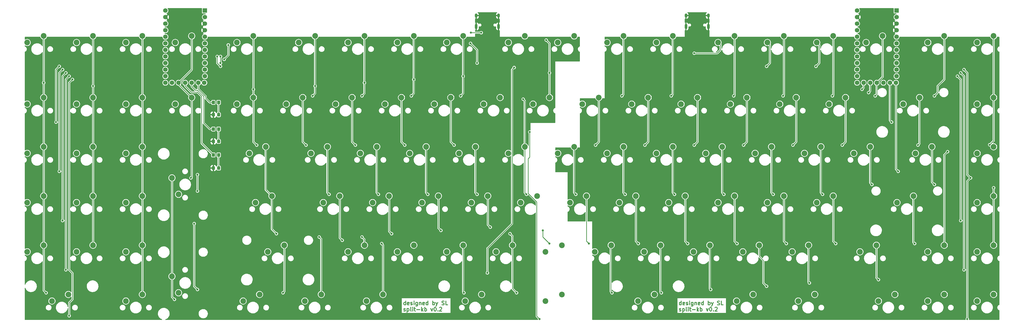
<source format=gbr>
%TF.GenerationSoftware,KiCad,Pcbnew,7.0.1*%
%TF.CreationDate,2023-05-04T08:54:13-07:00*%
%TF.ProjectId,split-kb,73706c69-742d-46b6-922e-6b696361645f,rev?*%
%TF.SameCoordinates,Original*%
%TF.FileFunction,Copper,L1,Top*%
%TF.FilePolarity,Positive*%
%FSLAX46Y46*%
G04 Gerber Fmt 4.6, Leading zero omitted, Abs format (unit mm)*
G04 Created by KiCad (PCBNEW 7.0.1) date 2023-05-04 08:54:13*
%MOMM*%
%LPD*%
G01*
G04 APERTURE LIST*
G04 Aperture macros list*
%AMRoundRect*
0 Rectangle with rounded corners*
0 $1 Rounding radius*
0 $2 $3 $4 $5 $6 $7 $8 $9 X,Y pos of 4 corners*
0 Add a 4 corners polygon primitive as box body*
4,1,4,$2,$3,$4,$5,$6,$7,$8,$9,$2,$3,0*
0 Add four circle primitives for the rounded corners*
1,1,$1+$1,$2,$3*
1,1,$1+$1,$4,$5*
1,1,$1+$1,$6,$7*
1,1,$1+$1,$8,$9*
0 Add four rect primitives between the rounded corners*
20,1,$1+$1,$2,$3,$4,$5,0*
20,1,$1+$1,$4,$5,$6,$7,0*
20,1,$1+$1,$6,$7,$8,$9,0*
20,1,$1+$1,$8,$9,$2,$3,0*%
G04 Aperture macros list end*
%ADD10C,0.300000*%
%TA.AperFunction,NonConductor*%
%ADD11C,0.300000*%
%TD*%
%TA.AperFunction,ComponentPad*%
%ADD12C,2.200000*%
%TD*%
%TA.AperFunction,SMDPad,CuDef*%
%ADD13RoundRect,0.250000X-0.350000X-0.450000X0.350000X-0.450000X0.350000X0.450000X-0.350000X0.450000X0*%
%TD*%
%TA.AperFunction,SMDPad,CuDef*%
%ADD14RoundRect,0.250000X-0.325000X-0.450000X0.325000X-0.450000X0.325000X0.450000X-0.325000X0.450000X0*%
%TD*%
%TA.AperFunction,ComponentPad*%
%ADD15R,1.752600X1.752600*%
%TD*%
%TA.AperFunction,ComponentPad*%
%ADD16C,1.752600*%
%TD*%
%TA.AperFunction,ComponentPad*%
%ADD17O,1.000000X1.600000*%
%TD*%
%TA.AperFunction,ComponentPad*%
%ADD18O,1.000000X2.100000*%
%TD*%
%TA.AperFunction,ViaPad*%
%ADD19C,0.800000*%
%TD*%
%TA.AperFunction,Conductor*%
%ADD20C,0.254000*%
%TD*%
G04 APERTURE END LIST*
D10*
D11*
X346281250Y-306948928D02*
X346281250Y-305448928D01*
X346281250Y-306877500D02*
X346138392Y-306948928D01*
X346138392Y-306948928D02*
X345852678Y-306948928D01*
X345852678Y-306948928D02*
X345709821Y-306877500D01*
X345709821Y-306877500D02*
X345638392Y-306806071D01*
X345638392Y-306806071D02*
X345566964Y-306663214D01*
X345566964Y-306663214D02*
X345566964Y-306234642D01*
X345566964Y-306234642D02*
X345638392Y-306091785D01*
X345638392Y-306091785D02*
X345709821Y-306020357D01*
X345709821Y-306020357D02*
X345852678Y-305948928D01*
X345852678Y-305948928D02*
X346138392Y-305948928D01*
X346138392Y-305948928D02*
X346281250Y-306020357D01*
X347566964Y-306877500D02*
X347424107Y-306948928D01*
X347424107Y-306948928D02*
X347138393Y-306948928D01*
X347138393Y-306948928D02*
X346995535Y-306877500D01*
X346995535Y-306877500D02*
X346924107Y-306734642D01*
X346924107Y-306734642D02*
X346924107Y-306163214D01*
X346924107Y-306163214D02*
X346995535Y-306020357D01*
X346995535Y-306020357D02*
X347138393Y-305948928D01*
X347138393Y-305948928D02*
X347424107Y-305948928D01*
X347424107Y-305948928D02*
X347566964Y-306020357D01*
X347566964Y-306020357D02*
X347638393Y-306163214D01*
X347638393Y-306163214D02*
X347638393Y-306306071D01*
X347638393Y-306306071D02*
X346924107Y-306448928D01*
X348209821Y-306877500D02*
X348352678Y-306948928D01*
X348352678Y-306948928D02*
X348638392Y-306948928D01*
X348638392Y-306948928D02*
X348781249Y-306877500D01*
X348781249Y-306877500D02*
X348852678Y-306734642D01*
X348852678Y-306734642D02*
X348852678Y-306663214D01*
X348852678Y-306663214D02*
X348781249Y-306520357D01*
X348781249Y-306520357D02*
X348638392Y-306448928D01*
X348638392Y-306448928D02*
X348424107Y-306448928D01*
X348424107Y-306448928D02*
X348281249Y-306377500D01*
X348281249Y-306377500D02*
X348209821Y-306234642D01*
X348209821Y-306234642D02*
X348209821Y-306163214D01*
X348209821Y-306163214D02*
X348281249Y-306020357D01*
X348281249Y-306020357D02*
X348424107Y-305948928D01*
X348424107Y-305948928D02*
X348638392Y-305948928D01*
X348638392Y-305948928D02*
X348781249Y-306020357D01*
X349495535Y-306948928D02*
X349495535Y-305948928D01*
X349495535Y-305448928D02*
X349424107Y-305520357D01*
X349424107Y-305520357D02*
X349495535Y-305591785D01*
X349495535Y-305591785D02*
X349566964Y-305520357D01*
X349566964Y-305520357D02*
X349495535Y-305448928D01*
X349495535Y-305448928D02*
X349495535Y-305591785D01*
X350852679Y-305948928D02*
X350852679Y-307163214D01*
X350852679Y-307163214D02*
X350781250Y-307306071D01*
X350781250Y-307306071D02*
X350709821Y-307377500D01*
X350709821Y-307377500D02*
X350566964Y-307448928D01*
X350566964Y-307448928D02*
X350352679Y-307448928D01*
X350352679Y-307448928D02*
X350209821Y-307377500D01*
X350852679Y-306877500D02*
X350709821Y-306948928D01*
X350709821Y-306948928D02*
X350424107Y-306948928D01*
X350424107Y-306948928D02*
X350281250Y-306877500D01*
X350281250Y-306877500D02*
X350209821Y-306806071D01*
X350209821Y-306806071D02*
X350138393Y-306663214D01*
X350138393Y-306663214D02*
X350138393Y-306234642D01*
X350138393Y-306234642D02*
X350209821Y-306091785D01*
X350209821Y-306091785D02*
X350281250Y-306020357D01*
X350281250Y-306020357D02*
X350424107Y-305948928D01*
X350424107Y-305948928D02*
X350709821Y-305948928D01*
X350709821Y-305948928D02*
X350852679Y-306020357D01*
X351566964Y-305948928D02*
X351566964Y-306948928D01*
X351566964Y-306091785D02*
X351638393Y-306020357D01*
X351638393Y-306020357D02*
X351781250Y-305948928D01*
X351781250Y-305948928D02*
X351995536Y-305948928D01*
X351995536Y-305948928D02*
X352138393Y-306020357D01*
X352138393Y-306020357D02*
X352209822Y-306163214D01*
X352209822Y-306163214D02*
X352209822Y-306948928D01*
X353495536Y-306877500D02*
X353352679Y-306948928D01*
X353352679Y-306948928D02*
X353066965Y-306948928D01*
X353066965Y-306948928D02*
X352924107Y-306877500D01*
X352924107Y-306877500D02*
X352852679Y-306734642D01*
X352852679Y-306734642D02*
X352852679Y-306163214D01*
X352852679Y-306163214D02*
X352924107Y-306020357D01*
X352924107Y-306020357D02*
X353066965Y-305948928D01*
X353066965Y-305948928D02*
X353352679Y-305948928D01*
X353352679Y-305948928D02*
X353495536Y-306020357D01*
X353495536Y-306020357D02*
X353566965Y-306163214D01*
X353566965Y-306163214D02*
X353566965Y-306306071D01*
X353566965Y-306306071D02*
X352852679Y-306448928D01*
X354852679Y-306948928D02*
X354852679Y-305448928D01*
X354852679Y-306877500D02*
X354709821Y-306948928D01*
X354709821Y-306948928D02*
X354424107Y-306948928D01*
X354424107Y-306948928D02*
X354281250Y-306877500D01*
X354281250Y-306877500D02*
X354209821Y-306806071D01*
X354209821Y-306806071D02*
X354138393Y-306663214D01*
X354138393Y-306663214D02*
X354138393Y-306234642D01*
X354138393Y-306234642D02*
X354209821Y-306091785D01*
X354209821Y-306091785D02*
X354281250Y-306020357D01*
X354281250Y-306020357D02*
X354424107Y-305948928D01*
X354424107Y-305948928D02*
X354709821Y-305948928D01*
X354709821Y-305948928D02*
X354852679Y-306020357D01*
X356709821Y-306948928D02*
X356709821Y-305448928D01*
X356709821Y-306020357D02*
X356852679Y-305948928D01*
X356852679Y-305948928D02*
X357138393Y-305948928D01*
X357138393Y-305948928D02*
X357281250Y-306020357D01*
X357281250Y-306020357D02*
X357352679Y-306091785D01*
X357352679Y-306091785D02*
X357424107Y-306234642D01*
X357424107Y-306234642D02*
X357424107Y-306663214D01*
X357424107Y-306663214D02*
X357352679Y-306806071D01*
X357352679Y-306806071D02*
X357281250Y-306877500D01*
X357281250Y-306877500D02*
X357138393Y-306948928D01*
X357138393Y-306948928D02*
X356852679Y-306948928D01*
X356852679Y-306948928D02*
X356709821Y-306877500D01*
X357924107Y-305948928D02*
X358281250Y-306948928D01*
X358638393Y-305948928D02*
X358281250Y-306948928D01*
X358281250Y-306948928D02*
X358138393Y-307306071D01*
X358138393Y-307306071D02*
X358066964Y-307377500D01*
X358066964Y-307377500D02*
X357924107Y-307448928D01*
X360281250Y-306877500D02*
X360495536Y-306948928D01*
X360495536Y-306948928D02*
X360852678Y-306948928D01*
X360852678Y-306948928D02*
X360995536Y-306877500D01*
X360995536Y-306877500D02*
X361066964Y-306806071D01*
X361066964Y-306806071D02*
X361138393Y-306663214D01*
X361138393Y-306663214D02*
X361138393Y-306520357D01*
X361138393Y-306520357D02*
X361066964Y-306377500D01*
X361066964Y-306377500D02*
X360995536Y-306306071D01*
X360995536Y-306306071D02*
X360852678Y-306234642D01*
X360852678Y-306234642D02*
X360566964Y-306163214D01*
X360566964Y-306163214D02*
X360424107Y-306091785D01*
X360424107Y-306091785D02*
X360352678Y-306020357D01*
X360352678Y-306020357D02*
X360281250Y-305877500D01*
X360281250Y-305877500D02*
X360281250Y-305734642D01*
X360281250Y-305734642D02*
X360352678Y-305591785D01*
X360352678Y-305591785D02*
X360424107Y-305520357D01*
X360424107Y-305520357D02*
X360566964Y-305448928D01*
X360566964Y-305448928D02*
X360924107Y-305448928D01*
X360924107Y-305448928D02*
X361138393Y-305520357D01*
X362495535Y-306948928D02*
X361781249Y-306948928D01*
X361781249Y-306948928D02*
X361781249Y-305448928D01*
X345566964Y-309307500D02*
X345709821Y-309378928D01*
X345709821Y-309378928D02*
X345995535Y-309378928D01*
X345995535Y-309378928D02*
X346138392Y-309307500D01*
X346138392Y-309307500D02*
X346209821Y-309164642D01*
X346209821Y-309164642D02*
X346209821Y-309093214D01*
X346209821Y-309093214D02*
X346138392Y-308950357D01*
X346138392Y-308950357D02*
X345995535Y-308878928D01*
X345995535Y-308878928D02*
X345781250Y-308878928D01*
X345781250Y-308878928D02*
X345638392Y-308807500D01*
X345638392Y-308807500D02*
X345566964Y-308664642D01*
X345566964Y-308664642D02*
X345566964Y-308593214D01*
X345566964Y-308593214D02*
X345638392Y-308450357D01*
X345638392Y-308450357D02*
X345781250Y-308378928D01*
X345781250Y-308378928D02*
X345995535Y-308378928D01*
X345995535Y-308378928D02*
X346138392Y-308450357D01*
X346852678Y-308378928D02*
X346852678Y-309878928D01*
X346852678Y-308450357D02*
X346995536Y-308378928D01*
X346995536Y-308378928D02*
X347281250Y-308378928D01*
X347281250Y-308378928D02*
X347424107Y-308450357D01*
X347424107Y-308450357D02*
X347495536Y-308521785D01*
X347495536Y-308521785D02*
X347566964Y-308664642D01*
X347566964Y-308664642D02*
X347566964Y-309093214D01*
X347566964Y-309093214D02*
X347495536Y-309236071D01*
X347495536Y-309236071D02*
X347424107Y-309307500D01*
X347424107Y-309307500D02*
X347281250Y-309378928D01*
X347281250Y-309378928D02*
X346995536Y-309378928D01*
X346995536Y-309378928D02*
X346852678Y-309307500D01*
X348424107Y-309378928D02*
X348281250Y-309307500D01*
X348281250Y-309307500D02*
X348209821Y-309164642D01*
X348209821Y-309164642D02*
X348209821Y-307878928D01*
X348995535Y-309378928D02*
X348995535Y-308378928D01*
X348995535Y-307878928D02*
X348924107Y-307950357D01*
X348924107Y-307950357D02*
X348995535Y-308021785D01*
X348995535Y-308021785D02*
X349066964Y-307950357D01*
X349066964Y-307950357D02*
X348995535Y-307878928D01*
X348995535Y-307878928D02*
X348995535Y-308021785D01*
X349495536Y-308378928D02*
X350066964Y-308378928D01*
X349709821Y-307878928D02*
X349709821Y-309164642D01*
X349709821Y-309164642D02*
X349781250Y-309307500D01*
X349781250Y-309307500D02*
X349924107Y-309378928D01*
X349924107Y-309378928D02*
X350066964Y-309378928D01*
X350566964Y-308807500D02*
X351709822Y-308807500D01*
X352424107Y-309378928D02*
X352424107Y-307878928D01*
X352566965Y-308807500D02*
X352995536Y-309378928D01*
X352995536Y-308378928D02*
X352424107Y-308950357D01*
X353638393Y-309378928D02*
X353638393Y-307878928D01*
X353638393Y-308450357D02*
X353781251Y-308378928D01*
X353781251Y-308378928D02*
X354066965Y-308378928D01*
X354066965Y-308378928D02*
X354209822Y-308450357D01*
X354209822Y-308450357D02*
X354281251Y-308521785D01*
X354281251Y-308521785D02*
X354352679Y-308664642D01*
X354352679Y-308664642D02*
X354352679Y-309093214D01*
X354352679Y-309093214D02*
X354281251Y-309236071D01*
X354281251Y-309236071D02*
X354209822Y-309307500D01*
X354209822Y-309307500D02*
X354066965Y-309378928D01*
X354066965Y-309378928D02*
X353781251Y-309378928D01*
X353781251Y-309378928D02*
X353638393Y-309307500D01*
X355995536Y-308378928D02*
X356352679Y-309378928D01*
X356352679Y-309378928D02*
X356709822Y-308378928D01*
X357566965Y-307878928D02*
X357709822Y-307878928D01*
X357709822Y-307878928D02*
X357852679Y-307950357D01*
X357852679Y-307950357D02*
X357924108Y-308021785D01*
X357924108Y-308021785D02*
X357995536Y-308164642D01*
X357995536Y-308164642D02*
X358066965Y-308450357D01*
X358066965Y-308450357D02*
X358066965Y-308807500D01*
X358066965Y-308807500D02*
X357995536Y-309093214D01*
X357995536Y-309093214D02*
X357924108Y-309236071D01*
X357924108Y-309236071D02*
X357852679Y-309307500D01*
X357852679Y-309307500D02*
X357709822Y-309378928D01*
X357709822Y-309378928D02*
X357566965Y-309378928D01*
X357566965Y-309378928D02*
X357424108Y-309307500D01*
X357424108Y-309307500D02*
X357352679Y-309236071D01*
X357352679Y-309236071D02*
X357281250Y-309093214D01*
X357281250Y-309093214D02*
X357209822Y-308807500D01*
X357209822Y-308807500D02*
X357209822Y-308450357D01*
X357209822Y-308450357D02*
X357281250Y-308164642D01*
X357281250Y-308164642D02*
X357352679Y-308021785D01*
X357352679Y-308021785D02*
X357424108Y-307950357D01*
X357424108Y-307950357D02*
X357566965Y-307878928D01*
X358709821Y-309236071D02*
X358781250Y-309307500D01*
X358781250Y-309307500D02*
X358709821Y-309378928D01*
X358709821Y-309378928D02*
X358638393Y-309307500D01*
X358638393Y-309307500D02*
X358709821Y-309236071D01*
X358709821Y-309236071D02*
X358709821Y-309378928D01*
X359352679Y-308021785D02*
X359424107Y-307950357D01*
X359424107Y-307950357D02*
X359566965Y-307878928D01*
X359566965Y-307878928D02*
X359924107Y-307878928D01*
X359924107Y-307878928D02*
X360066965Y-307950357D01*
X360066965Y-307950357D02*
X360138393Y-308021785D01*
X360138393Y-308021785D02*
X360209822Y-308164642D01*
X360209822Y-308164642D02*
X360209822Y-308307500D01*
X360209822Y-308307500D02*
X360138393Y-308521785D01*
X360138393Y-308521785D02*
X359281250Y-309378928D01*
X359281250Y-309378928D02*
X360209822Y-309378928D01*
D10*
D11*
X239918750Y-306948928D02*
X239918750Y-305448928D01*
X239918750Y-306877500D02*
X239775892Y-306948928D01*
X239775892Y-306948928D02*
X239490178Y-306948928D01*
X239490178Y-306948928D02*
X239347321Y-306877500D01*
X239347321Y-306877500D02*
X239275892Y-306806071D01*
X239275892Y-306806071D02*
X239204464Y-306663214D01*
X239204464Y-306663214D02*
X239204464Y-306234642D01*
X239204464Y-306234642D02*
X239275892Y-306091785D01*
X239275892Y-306091785D02*
X239347321Y-306020357D01*
X239347321Y-306020357D02*
X239490178Y-305948928D01*
X239490178Y-305948928D02*
X239775892Y-305948928D01*
X239775892Y-305948928D02*
X239918750Y-306020357D01*
X241204464Y-306877500D02*
X241061607Y-306948928D01*
X241061607Y-306948928D02*
X240775893Y-306948928D01*
X240775893Y-306948928D02*
X240633035Y-306877500D01*
X240633035Y-306877500D02*
X240561607Y-306734642D01*
X240561607Y-306734642D02*
X240561607Y-306163214D01*
X240561607Y-306163214D02*
X240633035Y-306020357D01*
X240633035Y-306020357D02*
X240775893Y-305948928D01*
X240775893Y-305948928D02*
X241061607Y-305948928D01*
X241061607Y-305948928D02*
X241204464Y-306020357D01*
X241204464Y-306020357D02*
X241275893Y-306163214D01*
X241275893Y-306163214D02*
X241275893Y-306306071D01*
X241275893Y-306306071D02*
X240561607Y-306448928D01*
X241847321Y-306877500D02*
X241990178Y-306948928D01*
X241990178Y-306948928D02*
X242275892Y-306948928D01*
X242275892Y-306948928D02*
X242418749Y-306877500D01*
X242418749Y-306877500D02*
X242490178Y-306734642D01*
X242490178Y-306734642D02*
X242490178Y-306663214D01*
X242490178Y-306663214D02*
X242418749Y-306520357D01*
X242418749Y-306520357D02*
X242275892Y-306448928D01*
X242275892Y-306448928D02*
X242061607Y-306448928D01*
X242061607Y-306448928D02*
X241918749Y-306377500D01*
X241918749Y-306377500D02*
X241847321Y-306234642D01*
X241847321Y-306234642D02*
X241847321Y-306163214D01*
X241847321Y-306163214D02*
X241918749Y-306020357D01*
X241918749Y-306020357D02*
X242061607Y-305948928D01*
X242061607Y-305948928D02*
X242275892Y-305948928D01*
X242275892Y-305948928D02*
X242418749Y-306020357D01*
X243133035Y-306948928D02*
X243133035Y-305948928D01*
X243133035Y-305448928D02*
X243061607Y-305520357D01*
X243061607Y-305520357D02*
X243133035Y-305591785D01*
X243133035Y-305591785D02*
X243204464Y-305520357D01*
X243204464Y-305520357D02*
X243133035Y-305448928D01*
X243133035Y-305448928D02*
X243133035Y-305591785D01*
X244490179Y-305948928D02*
X244490179Y-307163214D01*
X244490179Y-307163214D02*
X244418750Y-307306071D01*
X244418750Y-307306071D02*
X244347321Y-307377500D01*
X244347321Y-307377500D02*
X244204464Y-307448928D01*
X244204464Y-307448928D02*
X243990179Y-307448928D01*
X243990179Y-307448928D02*
X243847321Y-307377500D01*
X244490179Y-306877500D02*
X244347321Y-306948928D01*
X244347321Y-306948928D02*
X244061607Y-306948928D01*
X244061607Y-306948928D02*
X243918750Y-306877500D01*
X243918750Y-306877500D02*
X243847321Y-306806071D01*
X243847321Y-306806071D02*
X243775893Y-306663214D01*
X243775893Y-306663214D02*
X243775893Y-306234642D01*
X243775893Y-306234642D02*
X243847321Y-306091785D01*
X243847321Y-306091785D02*
X243918750Y-306020357D01*
X243918750Y-306020357D02*
X244061607Y-305948928D01*
X244061607Y-305948928D02*
X244347321Y-305948928D01*
X244347321Y-305948928D02*
X244490179Y-306020357D01*
X245204464Y-305948928D02*
X245204464Y-306948928D01*
X245204464Y-306091785D02*
X245275893Y-306020357D01*
X245275893Y-306020357D02*
X245418750Y-305948928D01*
X245418750Y-305948928D02*
X245633036Y-305948928D01*
X245633036Y-305948928D02*
X245775893Y-306020357D01*
X245775893Y-306020357D02*
X245847322Y-306163214D01*
X245847322Y-306163214D02*
X245847322Y-306948928D01*
X247133036Y-306877500D02*
X246990179Y-306948928D01*
X246990179Y-306948928D02*
X246704465Y-306948928D01*
X246704465Y-306948928D02*
X246561607Y-306877500D01*
X246561607Y-306877500D02*
X246490179Y-306734642D01*
X246490179Y-306734642D02*
X246490179Y-306163214D01*
X246490179Y-306163214D02*
X246561607Y-306020357D01*
X246561607Y-306020357D02*
X246704465Y-305948928D01*
X246704465Y-305948928D02*
X246990179Y-305948928D01*
X246990179Y-305948928D02*
X247133036Y-306020357D01*
X247133036Y-306020357D02*
X247204465Y-306163214D01*
X247204465Y-306163214D02*
X247204465Y-306306071D01*
X247204465Y-306306071D02*
X246490179Y-306448928D01*
X248490179Y-306948928D02*
X248490179Y-305448928D01*
X248490179Y-306877500D02*
X248347321Y-306948928D01*
X248347321Y-306948928D02*
X248061607Y-306948928D01*
X248061607Y-306948928D02*
X247918750Y-306877500D01*
X247918750Y-306877500D02*
X247847321Y-306806071D01*
X247847321Y-306806071D02*
X247775893Y-306663214D01*
X247775893Y-306663214D02*
X247775893Y-306234642D01*
X247775893Y-306234642D02*
X247847321Y-306091785D01*
X247847321Y-306091785D02*
X247918750Y-306020357D01*
X247918750Y-306020357D02*
X248061607Y-305948928D01*
X248061607Y-305948928D02*
X248347321Y-305948928D01*
X248347321Y-305948928D02*
X248490179Y-306020357D01*
X250347321Y-306948928D02*
X250347321Y-305448928D01*
X250347321Y-306020357D02*
X250490179Y-305948928D01*
X250490179Y-305948928D02*
X250775893Y-305948928D01*
X250775893Y-305948928D02*
X250918750Y-306020357D01*
X250918750Y-306020357D02*
X250990179Y-306091785D01*
X250990179Y-306091785D02*
X251061607Y-306234642D01*
X251061607Y-306234642D02*
X251061607Y-306663214D01*
X251061607Y-306663214D02*
X250990179Y-306806071D01*
X250990179Y-306806071D02*
X250918750Y-306877500D01*
X250918750Y-306877500D02*
X250775893Y-306948928D01*
X250775893Y-306948928D02*
X250490179Y-306948928D01*
X250490179Y-306948928D02*
X250347321Y-306877500D01*
X251561607Y-305948928D02*
X251918750Y-306948928D01*
X252275893Y-305948928D02*
X251918750Y-306948928D01*
X251918750Y-306948928D02*
X251775893Y-307306071D01*
X251775893Y-307306071D02*
X251704464Y-307377500D01*
X251704464Y-307377500D02*
X251561607Y-307448928D01*
X253918750Y-306877500D02*
X254133036Y-306948928D01*
X254133036Y-306948928D02*
X254490178Y-306948928D01*
X254490178Y-306948928D02*
X254633036Y-306877500D01*
X254633036Y-306877500D02*
X254704464Y-306806071D01*
X254704464Y-306806071D02*
X254775893Y-306663214D01*
X254775893Y-306663214D02*
X254775893Y-306520357D01*
X254775893Y-306520357D02*
X254704464Y-306377500D01*
X254704464Y-306377500D02*
X254633036Y-306306071D01*
X254633036Y-306306071D02*
X254490178Y-306234642D01*
X254490178Y-306234642D02*
X254204464Y-306163214D01*
X254204464Y-306163214D02*
X254061607Y-306091785D01*
X254061607Y-306091785D02*
X253990178Y-306020357D01*
X253990178Y-306020357D02*
X253918750Y-305877500D01*
X253918750Y-305877500D02*
X253918750Y-305734642D01*
X253918750Y-305734642D02*
X253990178Y-305591785D01*
X253990178Y-305591785D02*
X254061607Y-305520357D01*
X254061607Y-305520357D02*
X254204464Y-305448928D01*
X254204464Y-305448928D02*
X254561607Y-305448928D01*
X254561607Y-305448928D02*
X254775893Y-305520357D01*
X256133035Y-306948928D02*
X255418749Y-306948928D01*
X255418749Y-306948928D02*
X255418749Y-305448928D01*
X239204464Y-309307500D02*
X239347321Y-309378928D01*
X239347321Y-309378928D02*
X239633035Y-309378928D01*
X239633035Y-309378928D02*
X239775892Y-309307500D01*
X239775892Y-309307500D02*
X239847321Y-309164642D01*
X239847321Y-309164642D02*
X239847321Y-309093214D01*
X239847321Y-309093214D02*
X239775892Y-308950357D01*
X239775892Y-308950357D02*
X239633035Y-308878928D01*
X239633035Y-308878928D02*
X239418750Y-308878928D01*
X239418750Y-308878928D02*
X239275892Y-308807500D01*
X239275892Y-308807500D02*
X239204464Y-308664642D01*
X239204464Y-308664642D02*
X239204464Y-308593214D01*
X239204464Y-308593214D02*
X239275892Y-308450357D01*
X239275892Y-308450357D02*
X239418750Y-308378928D01*
X239418750Y-308378928D02*
X239633035Y-308378928D01*
X239633035Y-308378928D02*
X239775892Y-308450357D01*
X240490178Y-308378928D02*
X240490178Y-309878928D01*
X240490178Y-308450357D02*
X240633036Y-308378928D01*
X240633036Y-308378928D02*
X240918750Y-308378928D01*
X240918750Y-308378928D02*
X241061607Y-308450357D01*
X241061607Y-308450357D02*
X241133036Y-308521785D01*
X241133036Y-308521785D02*
X241204464Y-308664642D01*
X241204464Y-308664642D02*
X241204464Y-309093214D01*
X241204464Y-309093214D02*
X241133036Y-309236071D01*
X241133036Y-309236071D02*
X241061607Y-309307500D01*
X241061607Y-309307500D02*
X240918750Y-309378928D01*
X240918750Y-309378928D02*
X240633036Y-309378928D01*
X240633036Y-309378928D02*
X240490178Y-309307500D01*
X242061607Y-309378928D02*
X241918750Y-309307500D01*
X241918750Y-309307500D02*
X241847321Y-309164642D01*
X241847321Y-309164642D02*
X241847321Y-307878928D01*
X242633035Y-309378928D02*
X242633035Y-308378928D01*
X242633035Y-307878928D02*
X242561607Y-307950357D01*
X242561607Y-307950357D02*
X242633035Y-308021785D01*
X242633035Y-308021785D02*
X242704464Y-307950357D01*
X242704464Y-307950357D02*
X242633035Y-307878928D01*
X242633035Y-307878928D02*
X242633035Y-308021785D01*
X243133036Y-308378928D02*
X243704464Y-308378928D01*
X243347321Y-307878928D02*
X243347321Y-309164642D01*
X243347321Y-309164642D02*
X243418750Y-309307500D01*
X243418750Y-309307500D02*
X243561607Y-309378928D01*
X243561607Y-309378928D02*
X243704464Y-309378928D01*
X244204464Y-308807500D02*
X245347322Y-308807500D01*
X246061607Y-309378928D02*
X246061607Y-307878928D01*
X246204465Y-308807500D02*
X246633036Y-309378928D01*
X246633036Y-308378928D02*
X246061607Y-308950357D01*
X247275893Y-309378928D02*
X247275893Y-307878928D01*
X247275893Y-308450357D02*
X247418751Y-308378928D01*
X247418751Y-308378928D02*
X247704465Y-308378928D01*
X247704465Y-308378928D02*
X247847322Y-308450357D01*
X247847322Y-308450357D02*
X247918751Y-308521785D01*
X247918751Y-308521785D02*
X247990179Y-308664642D01*
X247990179Y-308664642D02*
X247990179Y-309093214D01*
X247990179Y-309093214D02*
X247918751Y-309236071D01*
X247918751Y-309236071D02*
X247847322Y-309307500D01*
X247847322Y-309307500D02*
X247704465Y-309378928D01*
X247704465Y-309378928D02*
X247418751Y-309378928D01*
X247418751Y-309378928D02*
X247275893Y-309307500D01*
X249633036Y-308378928D02*
X249990179Y-309378928D01*
X249990179Y-309378928D02*
X250347322Y-308378928D01*
X251204465Y-307878928D02*
X251347322Y-307878928D01*
X251347322Y-307878928D02*
X251490179Y-307950357D01*
X251490179Y-307950357D02*
X251561608Y-308021785D01*
X251561608Y-308021785D02*
X251633036Y-308164642D01*
X251633036Y-308164642D02*
X251704465Y-308450357D01*
X251704465Y-308450357D02*
X251704465Y-308807500D01*
X251704465Y-308807500D02*
X251633036Y-309093214D01*
X251633036Y-309093214D02*
X251561608Y-309236071D01*
X251561608Y-309236071D02*
X251490179Y-309307500D01*
X251490179Y-309307500D02*
X251347322Y-309378928D01*
X251347322Y-309378928D02*
X251204465Y-309378928D01*
X251204465Y-309378928D02*
X251061608Y-309307500D01*
X251061608Y-309307500D02*
X250990179Y-309236071D01*
X250990179Y-309236071D02*
X250918750Y-309093214D01*
X250918750Y-309093214D02*
X250847322Y-308807500D01*
X250847322Y-308807500D02*
X250847322Y-308450357D01*
X250847322Y-308450357D02*
X250918750Y-308164642D01*
X250918750Y-308164642D02*
X250990179Y-308021785D01*
X250990179Y-308021785D02*
X251061608Y-307950357D01*
X251061608Y-307950357D02*
X251204465Y-307878928D01*
X252347321Y-309236071D02*
X252418750Y-309307500D01*
X252418750Y-309307500D02*
X252347321Y-309378928D01*
X252347321Y-309378928D02*
X252275893Y-309307500D01*
X252275893Y-309307500D02*
X252347321Y-309236071D01*
X252347321Y-309236071D02*
X252347321Y-309378928D01*
X252990179Y-308021785D02*
X253061607Y-307950357D01*
X253061607Y-307950357D02*
X253204465Y-307878928D01*
X253204465Y-307878928D02*
X253561607Y-307878928D01*
X253561607Y-307878928D02*
X253704465Y-307950357D01*
X253704465Y-307950357D02*
X253775893Y-308021785D01*
X253775893Y-308021785D02*
X253847322Y-308164642D01*
X253847322Y-308164642D02*
X253847322Y-308307500D01*
X253847322Y-308307500D02*
X253775893Y-308521785D01*
X253775893Y-308521785D02*
X252918750Y-309378928D01*
X252918750Y-309378928D02*
X253847322Y-309378928D01*
D12*
%TO.P,MX97,1,COL*%
%TO.N,/right_pcb/col6*%
X419258750Y-245745000D03*
%TO.P,MX97,2,ROW*%
%TO.N,Net-(D100-A)*%
X412908750Y-248285000D03*
%TD*%
%TO.P,MX61,1,COL*%
%TO.N,/right_pcb/col0*%
X304958750Y-245745000D03*
%TO.P,MX61,2,ROW*%
%TO.N,Net-(D64-A)*%
X298608750Y-248285000D03*
%TD*%
%TO.P,MX39,1,COL*%
%TO.N,/left_pcb/col5*%
X231140000Y-302895000D03*
%TO.P,MX39,2,ROW*%
%TO.N,Net-(D42-A)*%
X224790000Y-305435000D03*
%TD*%
%TO.P,MX80,1,COL*%
%TO.N,/right_pcb/col3*%
X366871250Y-264795000D03*
%TO.P,MX80,2,ROW*%
%TO.N,Net-(D83-A)*%
X360521250Y-267335000D03*
%TD*%
%TO.P,MX11,1,COL*%
%TO.N,/left_pcb/col1*%
X119221250Y-283845000D03*
%TO.P,MX11,2,ROW*%
%TO.N,Net-(D14-A)*%
X112871250Y-286385000D03*
%TD*%
%TO.P,MX67,1,COL*%
%TO.N,/right_pcb/col1*%
X324008750Y-245745000D03*
%TO.P,MX67,2,ROW*%
%TO.N,Net-(D70-A)*%
X317658750Y-248285000D03*
%TD*%
%TO.P,MX5,1,COL*%
%TO.N,/left_pcb/col0*%
X100171250Y-283845000D03*
%TO.P,MX5,2,ROW*%
%TO.N,Net-(D8-A)*%
X93821250Y-286385000D03*
%TD*%
%TO.P,MX102,1,COL*%
%TO.N,/right_pcb/col7*%
X443071250Y-245745000D03*
%TO.P,MX102,2,ROW*%
%TO.N,Net-(D105-A)*%
X436721250Y-248285000D03*
%TD*%
%TO.P,MX21,1,COL*%
%TO.N,/left_pcb/col3*%
X149701250Y-295910000D03*
%TO.P,MX21,2,ROW*%
%TO.N,Net-(D24-A)*%
X152241250Y-302260000D03*
%TD*%
%TO.P,MX71,1,COL*%
%TO.N,/right_pcb/col2*%
X366871250Y-202882500D03*
%TO.P,MX71,2,ROW*%
%TO.N,Net-(D74-A)*%
X360521250Y-205422500D03*
%TD*%
%TO.P,MX104,1,COL*%
%TO.N,/right_pcb/col7*%
X466883750Y-283845000D03*
%TO.P,MX104,2,ROW*%
%TO.N,Net-(D107-A)*%
X460533750Y-286385000D03*
%TD*%
%TO.P,MX63,1,COL*%
%TO.N,/right_pcb/col0*%
X319246250Y-283845000D03*
%TO.P,MX63,2,ROW*%
%TO.N,Net-(D66-A)*%
X312896250Y-286385000D03*
%TD*%
%TO.P,MX84,1,COL*%
%TO.N,/right_pcb/col4*%
X390683750Y-226695000D03*
%TO.P,MX84,2,ROW*%
%TO.N,Net-(D87-A)*%
X384333750Y-229235000D03*
%TD*%
%TO.P,MX23,1,COL*%
%TO.N,/left_pcb/col4*%
X181133750Y-226695000D03*
%TO.P,MX23,2,ROW*%
%TO.N,Net-(D26-A)*%
X174783750Y-229235000D03*
%TD*%
%TO.P,MX32,1,COL*%
%TO.N,/left_pcb/col4*%
X223996250Y-283845000D03*
%TO.P,MX32,2,ROW*%
%TO.N,Net-(D35-A)*%
X217646250Y-286385000D03*
%TD*%
%TO.P,MX41,1,COL*%
%TO.N,/left_pcb/col7*%
X238283750Y-226695000D03*
%TO.P,MX41,2,ROW*%
%TO.N,Net-(D44-A)*%
X231933750Y-229235000D03*
%TD*%
%TO.P,MX77,1,COL*%
%TO.N,/right_pcb/col3*%
X385921250Y-202882500D03*
%TO.P,MX77,2,ROW*%
%TO.N,Net-(D80-A)*%
X379571250Y-205422500D03*
%TD*%
D13*
%TO.P,R1,1*%
%TO.N,/left_pcb/led0*%
X165687500Y-228600000D03*
%TO.P,R1,2*%
%TO.N,Net-(D1-A)*%
X167687500Y-228600000D03*
%TD*%
D12*
%TO.P,MX22,1,COL*%
%TO.N,/left_pcb/col4*%
X181133750Y-202882500D03*
%TO.P,MX22,2,ROW*%
%TO.N,Net-(D25-A)*%
X174783750Y-205422500D03*
%TD*%
%TO.P,MX95,1,COL*%
%TO.N,/right_pcb/col6*%
X447833750Y-202882500D03*
%TO.P,MX95,2,ROW*%
%TO.N,Net-(D98-A)*%
X441483750Y-205422500D03*
%TD*%
%TO.P,MX4,1,COL*%
%TO.N,/left_pcb/col0*%
X100171250Y-264795000D03*
%TO.P,MX4,2,ROW*%
%TO.N,Net-(D7-A)*%
X93821250Y-267335000D03*
%TD*%
%TO.P,MX53,1,COL*%
%TO.N,/left_pcb/col9*%
X276383750Y-226695000D03*
%TO.P,MX53,2,ROW*%
%TO.N,Net-(D56-A)*%
X270033750Y-229235000D03*
%TD*%
%TO.P,MX7,1,COL*%
%TO.N,/left_pcb/col1*%
X119221250Y-202882500D03*
%TO.P,MX7,2,ROW*%
%TO.N,Net-(D10-A)*%
X112871250Y-205422500D03*
%TD*%
%TO.P,MX37,1,COL*%
%TO.N,/left_pcb/col6*%
X233521250Y-264795000D03*
%TO.P,MX37,2,ROW*%
%TO.N,Net-(D40-A)*%
X227171250Y-267335000D03*
%TD*%
%TO.P,MX68,1,COL*%
%TO.N,/right_pcb/col1*%
X328771250Y-264795000D03*
%TO.P,MX68,2,ROW*%
%TO.N,Net-(D71-A)*%
X322421250Y-267335000D03*
%TD*%
%TO.P,MX33,1,COL*%
%TO.N,/left_pcb/col4*%
X207327500Y-302895000D03*
%TO.P,MX33,2,ROW*%
%TO.N,Net-(D36-A)*%
X200977500Y-305435000D03*
%TD*%
%TO.P,MX10,1,COL*%
%TO.N,/left_pcb/col1*%
X119221250Y-264795000D03*
%TO.P,MX10,2,ROW*%
%TO.N,Net-(D13-A)*%
X112871250Y-267335000D03*
%TD*%
%TO.P,MX48,1,COL*%
%TO.N,/left_pcb/col8*%
X266858750Y-245745000D03*
%TO.P,MX48,2,ROW*%
%TO.N,Net-(D51-A)*%
X260508750Y-248285000D03*
%TD*%
%TO.P,MX58,1,COL*%
%TO.N,/left_pcb/col9*%
X295433750Y-226695000D03*
%TO.P,MX58,2,ROW*%
%TO.N,Net-(D61-A)*%
X289083750Y-229235000D03*
%TD*%
%TO.P,MX93,1,COL*%
%TO.N,/right_pcb/col5*%
X421640000Y-283845000D03*
%TO.P,MX93,2,ROW*%
%TO.N,Net-(D96-A)*%
X415290000Y-286385000D03*
%TD*%
%TO.P,MX28,1,COL*%
%TO.N,/left_pcb/col5*%
X204946250Y-202882500D03*
%TO.P,MX28,2,ROW*%
%TO.N,Net-(D31-A)*%
X198596250Y-205422500D03*
%TD*%
%TO.P,MX25,1,COL*%
%TO.N,/left_pcb/col4*%
X188277500Y-264795000D03*
%TO.P,MX25,2,ROW*%
%TO.N,Net-(D28-A)*%
X181927500Y-267335000D03*
%TD*%
%TO.P,MX14,1,COL*%
%TO.N,/left_pcb/col2*%
X138271250Y-245745000D03*
%TO.P,MX14,2,ROW*%
%TO.N,Net-(D17-A)*%
X131921250Y-248285000D03*
%TD*%
%TO.P,MX29,1,COL*%
%TO.N,/left_pcb/col5*%
X200183750Y-226695000D03*
%TO.P,MX29,2,ROW*%
%TO.N,Net-(D32-A)*%
X193833750Y-229235000D03*
%TD*%
%TO.P,MX103,1,COL*%
%TO.N,/right_pcb/col7*%
X466883750Y-264795000D03*
%TO.P,MX103,2,ROW*%
%TO.N,Net-(D106-A)*%
X460533750Y-267335000D03*
%TD*%
%TO.P,MX12,1,COL*%
%TO.N,/left_pcb/col2*%
X138271250Y-202882500D03*
%TO.P,MX12,2,ROW*%
%TO.N,Net-(D15-A)*%
X131921250Y-205422500D03*
%TD*%
%TO.P,MX24,1,COL*%
%TO.N,/left_pcb/col4*%
X185896250Y-245745000D03*
%TO.P,MX24,2,ROW*%
%TO.N,Net-(D27-A)*%
X179546250Y-248285000D03*
%TD*%
%TO.P,MX90,1,COL*%
%TO.N,/right_pcb/col5*%
X409733750Y-226695000D03*
%TO.P,MX90,2,ROW*%
%TO.N,Net-(D93-A)*%
X403383750Y-229235000D03*
%TD*%
%TO.P,MX52,1,COL*%
%TO.N,/left_pcb/col9*%
X285908750Y-202882500D03*
%TO.P,MX52,2,ROW*%
%TO.N,Net-(D55-A)*%
X279558750Y-205422500D03*
%TD*%
%TO.P,MX69,1,COL*%
%TO.N,/right_pcb/col1*%
X338296250Y-283845000D03*
%TO.P,MX69,2,ROW*%
%TO.N,Net-(D72-A)*%
X331946250Y-286385000D03*
%TD*%
%TO.P,MX101,1,COL*%
%TO.N,/right_pcb/col7*%
X466883750Y-226695000D03*
%TO.P,MX101,2,ROW*%
%TO.N,Net-(D104-A)*%
X460533750Y-229235000D03*
%TD*%
%TO.P,MX56,1,COL*%
%TO.N,/left_pcb/col8*%
X300196250Y-283845000D03*
%TO.P,MX56,2,ROW*%
%TO.N,Net-(D59-A)*%
X293846250Y-286385000D03*
%TD*%
%TO.P,MX2,1,COL*%
%TO.N,/left_pcb/col0*%
X100171250Y-226695000D03*
%TO.P,MX2,2,ROW*%
%TO.N,Net-(D5-A)*%
X93821250Y-229235000D03*
%TD*%
%TO.P,MX51,1,COL*%
%TO.N,/left_pcb/col7*%
X300196250Y-302895000D03*
%TO.P,MX51,2,ROW*%
%TO.N,Net-(D54-A)*%
X293846250Y-305435000D03*
%TD*%
%TO.P,MX6,1,COL*%
%TO.N,/left_pcb/col0*%
X109696250Y-302895000D03*
%TO.P,MX6,2,ROW*%
%TO.N,Net-(D9-A)*%
X103346250Y-305435000D03*
%TD*%
%TO.P,MX75,1,COL*%
%TO.N,/right_pcb/col2*%
X357346250Y-283845000D03*
%TO.P,MX75,2,ROW*%
%TO.N,Net-(D78-A)*%
X350996250Y-286385000D03*
%TD*%
%TO.P,MX62,1,COL*%
%TO.N,/right_pcb/col0*%
X309721250Y-264795000D03*
%TO.P,MX62,2,ROW*%
%TO.N,Net-(D65-A)*%
X303371250Y-267335000D03*
%TD*%
%TO.P,MX49,1,COL*%
%TO.N,/left_pcb/col8*%
X271621250Y-264795000D03*
%TO.P,MX49,2,ROW*%
%TO.N,Net-(D52-A)*%
X265271250Y-267335000D03*
%TD*%
%TO.P,MX40,1,COL*%
%TO.N,/left_pcb/col7*%
X243046250Y-202882500D03*
%TO.P,MX40,2,ROW*%
%TO.N,Net-(D43-A)*%
X236696250Y-205422500D03*
%TD*%
%TO.P,MX60,1,COL*%
%TO.N,/right_pcb/col0*%
X314483750Y-226695000D03*
%TO.P,MX60,2,ROW*%
%TO.N,Net-(D63-A)*%
X308133750Y-229235000D03*
%TD*%
%TO.P,MX64,1,COL*%
%TO.N,/right_pcb/col0*%
X335915000Y-302895000D03*
%TO.P,MX64,2,ROW*%
%TO.N,Net-(D67-A)*%
X329565000Y-305435000D03*
%TD*%
%TO.P,MX1,1,COL*%
%TO.N,/left_pcb/col0*%
X100171250Y-202882500D03*
%TO.P,MX1,2,ROW*%
%TO.N,Net-(D4-A)*%
X93821250Y-205422500D03*
%TD*%
%TO.P,MX27,1,COL*%
%TO.N,/left_pcb/col3*%
X183515000Y-302895000D03*
%TO.P,MX27,2,ROW*%
%TO.N,Net-(D30-A)*%
X177165000Y-305435000D03*
%TD*%
%TO.P,MX19,1,COL*%
%TO.N,/left_pcb/col3*%
X157321250Y-226695000D03*
%TO.P,MX19,2,ROW*%
%TO.N,Net-(D22-A)*%
X150971250Y-229235000D03*
%TD*%
%TO.P,MX44,1,COL*%
%TO.N,/left_pcb/col6*%
X262096250Y-283845000D03*
%TO.P,MX44,2,ROW*%
%TO.N,Net-(D47-A)*%
X255746250Y-286385000D03*
%TD*%
%TO.P,MX57,1,COL*%
%TO.N,/left_pcb/col9*%
X304958750Y-202882500D03*
%TO.P,MX57,2,ROW*%
%TO.N,Net-(D60-A)*%
X298608750Y-205422500D03*
%TD*%
%TO.P,MX26,1,COL*%
%TO.N,/left_pcb/col3*%
X193040000Y-283845000D03*
%TO.P,MX26,2,ROW*%
%TO.N,Net-(D29-A)*%
X186690000Y-286385000D03*
%TD*%
%TO.P,MX30,1,COL*%
%TO.N,/left_pcb/col5*%
X209708750Y-245745000D03*
%TO.P,MX30,2,ROW*%
%TO.N,Net-(D33-A)*%
X203358750Y-248285000D03*
%TD*%
%TO.P,MX3,1,COL*%
%TO.N,/left_pcb/col0*%
X100171250Y-245745000D03*
%TO.P,MX3,2,ROW*%
%TO.N,Net-(D6-A)*%
X93821250Y-248285000D03*
%TD*%
%TO.P,MX9,1,COL*%
%TO.N,/left_pcb/col1*%
X119221250Y-245745000D03*
%TO.P,MX9,2,ROW*%
%TO.N,Net-(D12-A)*%
X112871250Y-248285000D03*
%TD*%
%TO.P,MX54,1,COL*%
%TO.N,/left_pcb/col9*%
X285908750Y-245745000D03*
%TO.P,MX54,2,ROW*%
%TO.N,Net-(D57-A)*%
X279558750Y-248285000D03*
%TD*%
%TO.P,MX46,1,COL*%
%TO.N,/left_pcb/col8*%
X262096250Y-202882500D03*
%TO.P,MX46,2,ROW*%
%TO.N,Net-(D49-A)*%
X255746250Y-205422500D03*
%TD*%
%TO.P,MX82,1,COL*%
%TO.N,/right_pcb/col3*%
X428783750Y-302895000D03*
%TO.P,MX82,2,ROW*%
%TO.N,Net-(D85-A)*%
X422433750Y-305435000D03*
%TD*%
%TO.P,MX79,1,COL*%
%TO.N,/right_pcb/col3*%
X362108750Y-245745000D03*
%TO.P,MX79,2,ROW*%
%TO.N,Net-(D82-A)*%
X355758750Y-248285000D03*
%TD*%
%TO.P,MX94,1,COL*%
%TO.N,/right_pcb/col5*%
X466883750Y-302895000D03*
%TO.P,MX94,2,ROW*%
%TO.N,Net-(D97-A)*%
X460533750Y-305435000D03*
%TD*%
%TO.P,MX81,1,COL*%
%TO.N,/right_pcb/col3*%
X376396250Y-283845000D03*
%TO.P,MX81,2,ROW*%
%TO.N,Net-(D84-A)*%
X370046250Y-286385000D03*
%TD*%
%TO.P,MX88,1,COL*%
%TO.N,/right_pcb/col4*%
X447833750Y-302895000D03*
%TO.P,MX88,2,ROW*%
%TO.N,Net-(D91-A)*%
X441483750Y-305435000D03*
%TD*%
%TO.P,MX35,1,COL*%
%TO.N,/left_pcb/col6*%
X219233750Y-226695000D03*
%TO.P,MX35,2,ROW*%
%TO.N,Net-(D38-A)*%
X212883750Y-229235000D03*
%TD*%
D13*
%TO.P,R4,1*%
%TO.N,/left_pcb/led1*%
X165687500Y-238918750D03*
%TO.P,R4,2*%
%TO.N,Net-(D2-A)*%
X167687500Y-238918750D03*
%TD*%
D12*
%TO.P,MX99,1,COL*%
%TO.N,/right_pcb/col6*%
X447833750Y-283845000D03*
%TO.P,MX99,2,ROW*%
%TO.N,Net-(D102-A)*%
X441483750Y-286385000D03*
%TD*%
%TO.P,MX43,1,COL*%
%TO.N,/left_pcb/col7*%
X252571250Y-264795000D03*
%TO.P,MX43,2,ROW*%
%TO.N,Net-(D46-A)*%
X246221250Y-267335000D03*
%TD*%
%TO.P,MX87,1,COL*%
%TO.N,/right_pcb/col4*%
X395446250Y-283845000D03*
%TO.P,MX87,2,ROW*%
%TO.N,Net-(D90-A)*%
X389096250Y-286385000D03*
%TD*%
%TO.P,MX76,1,COL*%
%TO.N,/right_pcb/col2*%
X397827500Y-302895000D03*
%TO.P,MX76,2,ROW*%
%TO.N,Net-(D79-A)*%
X391477500Y-305435000D03*
%TD*%
D14*
%TO.P,D2,1,K*%
%TO.N,GND*%
X165662500Y-243681250D03*
%TO.P,D2,2,A*%
%TO.N,Net-(D2-A)*%
X167712500Y-243681250D03*
%TD*%
D12*
%TO.P,MX59,1,COL*%
%TO.N,/right_pcb/col0*%
X324008750Y-202882500D03*
%TO.P,MX59,2,ROW*%
%TO.N,Net-(D62-A)*%
X317658750Y-205422500D03*
%TD*%
%TO.P,MX92,1,COL*%
%TO.N,/right_pcb/col5*%
X404971250Y-264795000D03*
%TO.P,MX92,2,ROW*%
%TO.N,Net-(D95-A)*%
X398621250Y-267335000D03*
%TD*%
%TO.P,MX50,1,COL*%
%TO.N,/left_pcb/col7*%
X281146250Y-283845000D03*
%TO.P,MX50,2,ROW*%
%TO.N,Net-(D53-A)*%
X274796250Y-286385000D03*
%TD*%
%TO.P,MX38,1,COL*%
%TO.N,/left_pcb/col5*%
X243046250Y-283845000D03*
%TO.P,MX38,2,ROW*%
%TO.N,Net-(D41-A)*%
X236696250Y-286385000D03*
%TD*%
%TO.P,MX74,1,COL*%
%TO.N,/right_pcb/col2*%
X347821250Y-264795000D03*
%TO.P,MX74,2,ROW*%
%TO.N,Net-(D77-A)*%
X341471250Y-267335000D03*
%TD*%
%TO.P,MX34,1,COL*%
%TO.N,/left_pcb/col6*%
X223996250Y-202882500D03*
%TO.P,MX34,2,ROW*%
%TO.N,Net-(D37-A)*%
X217646250Y-205422500D03*
%TD*%
D13*
%TO.P,R5,1*%
%TO.N,/left_pcb/led2*%
X165687500Y-248920000D03*
%TO.P,R5,2*%
%TO.N,Net-(D3-A)*%
X167687500Y-248920000D03*
%TD*%
D12*
%TO.P,MX55,1,COL*%
%TO.N,/left_pcb/col9*%
X290671250Y-264795000D03*
%TO.P,MX55,2,ROW*%
%TO.N,Net-(D58-A)*%
X284321250Y-267335000D03*
%TD*%
%TO.P,MX42,1,COL*%
%TO.N,/left_pcb/col7*%
X247808750Y-245745000D03*
%TO.P,MX42,2,ROW*%
%TO.N,Net-(D45-A)*%
X241458750Y-248285000D03*
%TD*%
%TO.P,MX66,1,COL*%
%TO.N,/right_pcb/col1*%
X333533750Y-226695000D03*
%TO.P,MX66,2,ROW*%
%TO.N,Net-(D69-A)*%
X327183750Y-229235000D03*
%TD*%
%TO.P,MX47,1,COL*%
%TO.N,/left_pcb/col8*%
X257333750Y-226695000D03*
%TO.P,MX47,2,ROW*%
%TO.N,Net-(D50-A)*%
X250983750Y-229235000D03*
%TD*%
%TO.P,MX72,1,COL*%
%TO.N,/right_pcb/col2*%
X352583750Y-226695000D03*
%TO.P,MX72,2,ROW*%
%TO.N,Net-(D75-A)*%
X346233750Y-229235000D03*
%TD*%
%TO.P,MX78,1,COL*%
%TO.N,/right_pcb/col3*%
X371633750Y-226695000D03*
%TO.P,MX78,2,ROW*%
%TO.N,Net-(D81-A)*%
X365283750Y-229235000D03*
%TD*%
%TO.P,MX65,1,COL*%
%TO.N,/right_pcb/col1*%
X343058750Y-202882500D03*
%TO.P,MX65,2,ROW*%
%TO.N,Net-(D68-A)*%
X336708750Y-205422500D03*
%TD*%
%TO.P,MX105,1,COL*%
%TO.N,/right_pcb/col6*%
X466883750Y-245745000D03*
%TO.P,MX105,2,ROW*%
%TO.N,Net-(D108-A)*%
X460533750Y-248285000D03*
%TD*%
%TO.P,MX73,1,COL*%
%TO.N,/right_pcb/col2*%
X343058750Y-245745000D03*
%TO.P,MX73,2,ROW*%
%TO.N,Net-(D76-A)*%
X336708750Y-248285000D03*
%TD*%
%TO.P,MX98,1,COL*%
%TO.N,/right_pcb/col6*%
X435927500Y-264795000D03*
%TO.P,MX98,2,ROW*%
%TO.N,Net-(D101-A)*%
X429577500Y-267335000D03*
%TD*%
%TO.P,MX86,1,COL*%
%TO.N,/right_pcb/col4*%
X385921250Y-264795000D03*
%TO.P,MX86,2,ROW*%
%TO.N,Net-(D89-A)*%
X379571250Y-267335000D03*
%TD*%
D14*
%TO.P,D3,1,K*%
%TO.N,GND*%
X165662500Y-254000000D03*
%TO.P,D3,2,A*%
%TO.N,Net-(D3-A)*%
X167712500Y-254000000D03*
%TD*%
D12*
%TO.P,MX83,1,COL*%
%TO.N,/right_pcb/col4*%
X404971250Y-202882500D03*
%TO.P,MX83,2,ROW*%
%TO.N,Net-(D86-A)*%
X398621250Y-205422500D03*
%TD*%
%TO.P,MX70,1,COL*%
%TO.N,/right_pcb/col1*%
X374015000Y-302895000D03*
%TO.P,MX70,2,ROW*%
%TO.N,Net-(D73-A)*%
X367665000Y-305435000D03*
%TD*%
%TO.P,MX36,1,COL*%
%TO.N,/left_pcb/col6*%
X228758750Y-245745000D03*
%TO.P,MX36,2,ROW*%
%TO.N,Net-(D39-A)*%
X222408750Y-248285000D03*
%TD*%
%TO.P,MX13,1,COL*%
%TO.N,/left_pcb/col2*%
X138271250Y-226695000D03*
%TO.P,MX13,2,ROW*%
%TO.N,Net-(D16-A)*%
X131921250Y-229235000D03*
%TD*%
%TO.P,MX17,1,COL*%
%TO.N,/left_pcb/col2*%
X138271250Y-302895000D03*
%TO.P,MX17,2,ROW*%
%TO.N,Net-(D20-A)*%
X131921250Y-305435000D03*
%TD*%
%TO.P,MX89,1,COL*%
%TO.N,/right_pcb/col5*%
X424021250Y-202882500D03*
%TO.P,MX89,2,ROW*%
%TO.N,Net-(D92-A)*%
X417671250Y-205422500D03*
%TD*%
%TO.P,MX15,1,COL*%
%TO.N,/left_pcb/col2*%
X138271250Y-264795000D03*
%TO.P,MX15,2,ROW*%
%TO.N,Net-(D18-A)*%
X131921250Y-267335000D03*
%TD*%
%TO.P,MX100,1,COL*%
%TO.N,/right_pcb/col7*%
X466883750Y-202882500D03*
%TO.P,MX100,2,ROW*%
%TO.N,Net-(D103-A)*%
X460533750Y-205422500D03*
%TD*%
%TO.P,MX91,1,COL*%
%TO.N,/right_pcb/col5*%
X400208750Y-245745000D03*
%TO.P,MX91,2,ROW*%
%TO.N,Net-(D94-A)*%
X393858750Y-248285000D03*
%TD*%
%TO.P,MX8,1,COL*%
%TO.N,/left_pcb/col1*%
X119221250Y-226695000D03*
%TO.P,MX8,2,ROW*%
%TO.N,Net-(D11-A)*%
X112871250Y-229235000D03*
%TD*%
D14*
%TO.P,D1,1,K*%
%TO.N,GND*%
X165662500Y-233362500D03*
%TO.P,D1,2,A*%
%TO.N,Net-(D1-A)*%
X167712500Y-233362500D03*
%TD*%
D12*
%TO.P,MX16,1,COL*%
%TO.N,/left_pcb/col2*%
X138271250Y-283845000D03*
%TO.P,MX16,2,ROW*%
%TO.N,Net-(D19-A)*%
X131921250Y-286385000D03*
%TD*%
%TO.P,MX20,1,COL*%
%TO.N,/left_pcb/col3*%
X149701250Y-257810000D03*
%TO.P,MX20,2,ROW*%
%TO.N,Net-(D23-A)*%
X152241250Y-264160000D03*
%TD*%
%TO.P,MX96,1,COL*%
%TO.N,/right_pcb/col6*%
X438308750Y-226695000D03*
%TO.P,MX96,2,ROW*%
%TO.N,Net-(D99-A)*%
X431958750Y-229235000D03*
%TD*%
%TO.P,MX85,1,COL*%
%TO.N,/right_pcb/col4*%
X381158750Y-245745000D03*
%TO.P,MX85,2,ROW*%
%TO.N,Net-(D88-A)*%
X374808750Y-248285000D03*
%TD*%
%TO.P,MX18,1,COL*%
%TO.N,/left_pcb/col3*%
X157321250Y-202882500D03*
%TO.P,MX18,2,ROW*%
%TO.N,Net-(D21-A)*%
X150971250Y-205422500D03*
%TD*%
%TO.P,MX31,1,COL*%
%TO.N,/left_pcb/col5*%
X214471250Y-264795000D03*
%TO.P,MX31,2,ROW*%
%TO.N,Net-(D34-A)*%
X208121250Y-267335000D03*
%TD*%
%TO.P,MX45,1,COL*%
%TO.N,/left_pcb/col6*%
X269240000Y-302895000D03*
%TO.P,MX45,2,ROW*%
%TO.N,Net-(D48-A)*%
X262890000Y-305435000D03*
%TD*%
D15*
%TO.P,U1,1,TX0/PD3*%
%TO.N,unconnected-(U1-TX0{slash}PD3-Pad1)*%
X162401250Y-193040000D03*
D16*
%TO.P,U1,2,RX1/PD2*%
%TO.N,unconnected-(U1-RX1{slash}PD2-Pad2)*%
X162401250Y-195580000D03*
%TO.P,U1,3,GND*%
%TO.N,GND*%
X162401250Y-198120000D03*
%TO.P,U1,4,GND*%
X162401250Y-200660000D03*
%TO.P,U1,5,2/PD1*%
%TO.N,/left_pcb/SDA*%
X162401250Y-203200000D03*
%TO.P,U1,6,3/PD0*%
%TO.N,/left_pcb/SCL*%
X162401250Y-205740000D03*
%TO.P,U1,7,4/PD4*%
%TO.N,/left_pcb/col9*%
X162401250Y-208280000D03*
%TO.P,U1,8,5/PC6*%
%TO.N,/left_pcb/col8*%
X162401250Y-210820000D03*
%TO.P,U1,9,6/PD7*%
%TO.N,/left_pcb/col7*%
X162401250Y-213360000D03*
%TO.P,U1,10,7/PE6*%
%TO.N,/left_pcb/col6*%
X162401250Y-215900000D03*
%TO.P,U1,11,8/PB4*%
%TO.N,/left_pcb/col5*%
X162401250Y-218440000D03*
%TO.P,U1,12,9/PB5*%
%TO.N,/left_pcb/col4*%
X162172650Y-220980000D03*
%TO.P,U1,13,10/PB6*%
%TO.N,/left_pcb/col1*%
X147161250Y-220980000D03*
%TO.P,U1,14,16/PB2*%
%TO.N,/left_pcb/col0*%
X147161250Y-218440000D03*
%TO.P,U1,15,14/PB3*%
%TO.N,/left_pcb/row5*%
X147161250Y-215900000D03*
%TO.P,U1,16,15/PB1*%
%TO.N,/left_pcb/row4*%
X147161250Y-213360000D03*
%TO.P,U1,17,A0/PF7*%
%TO.N,/left_pcb/row3*%
X147161250Y-210820000D03*
%TO.P,U1,18,A1/PF6*%
%TO.N,/left_pcb/row2*%
X147161250Y-208280000D03*
%TO.P,U1,19,A2/PF5*%
%TO.N,/left_pcb/row1*%
X147161250Y-205740000D03*
%TO.P,U1,20,A3/PF4*%
%TO.N,/left_pcb/row0*%
X147161250Y-203200000D03*
%TO.P,U1,21,VCC*%
%TO.N,+3.3V*%
X147161250Y-200660000D03*
%TO.P,U1,22,RST*%
%TO.N,unconnected-(U1-RST-Pad22)*%
X147161250Y-198120000D03*
%TO.P,U1,23,GND*%
%TO.N,GND*%
X147161250Y-195580000D03*
%TO.P,U1,24,B0*%
%TO.N,unconnected-(U1-B0-Pad24)*%
X147161250Y-193040000D03*
%TO.P,U1,25,B7*%
%TO.N,/left_pcb/led0*%
X159861250Y-220980000D03*
%TO.P,U1,26,D5*%
%TO.N,/left_pcb/led1*%
X157321250Y-220980000D03*
%TO.P,U1,27,C7*%
%TO.N,/left_pcb/led2*%
X154781250Y-220980000D03*
%TO.P,U1,28,F1*%
%TO.N,/left_pcb/col3*%
X152241250Y-220980000D03*
%TO.P,U1,29,F0*%
%TO.N,/left_pcb/col2*%
X149701250Y-220980000D03*
%TD*%
D17*
%TO.P,P2,S1,SHIELD*%
%TO.N,GND*%
X348105000Y-195006250D03*
D18*
X348105000Y-199186250D03*
D17*
X356745000Y-195006250D03*
D18*
X356745000Y-199186250D03*
%TD*%
D17*
%TO.P,P1,S1,SHIELD*%
%TO.N,GND*%
X267142500Y-195006250D03*
D18*
X267142500Y-199186250D03*
D17*
X275782500Y-195006250D03*
D18*
X275782500Y-199186250D03*
%TD*%
D15*
%TO.P,U2,1,TX0/PD3*%
%TO.N,unconnected-(U2-TX0{slash}PD3-Pad1)*%
X429418750Y-193040000D03*
D16*
%TO.P,U2,2,RX1/PD2*%
%TO.N,unconnected-(U2-RX1{slash}PD2-Pad2)*%
X429418750Y-195580000D03*
%TO.P,U2,3,GND*%
%TO.N,GND*%
X429418750Y-198120000D03*
%TO.P,U2,4,GND*%
X429418750Y-200660000D03*
%TO.P,U2,5,2/PD1*%
%TO.N,/right_pcb/col6*%
X429418750Y-203200000D03*
%TO.P,U2,6,3/PD0*%
%TO.N,/right_pcb/col7*%
X429418750Y-205740000D03*
%TO.P,U2,7,4/PD4*%
%TO.N,unconnected-(U2-4{slash}PD4-Pad7)*%
X429418750Y-208280000D03*
%TO.P,U2,8,5/PC6*%
%TO.N,unconnected-(U2-5{slash}PC6-Pad8)*%
X429418750Y-210820000D03*
%TO.P,U2,9,6/PD7*%
%TO.N,/right_pcb/row5*%
X429418750Y-213360000D03*
%TO.P,U2,10,7/PE6*%
%TO.N,/right_pcb/row4*%
X429418750Y-215900000D03*
%TO.P,U2,11,8/PB4*%
%TO.N,/right_pcb/row3*%
X429418750Y-218440000D03*
%TO.P,U2,12,9/PB5*%
%TO.N,/right_pcb/row2*%
X429190150Y-220980000D03*
%TO.P,U2,13,10/PB6*%
%TO.N,/right_pcb/col2*%
X414178750Y-220980000D03*
%TO.P,U2,14,16/PB2*%
%TO.N,/right_pcb/col1*%
X414178750Y-218440000D03*
%TO.P,U2,15,14/PB3*%
%TO.N,/right_pcb/col0*%
X414178750Y-215900000D03*
%TO.P,U2,16,15/PB1*%
%TO.N,unconnected-(U2-15{slash}PB1-Pad16)*%
X414178750Y-213360000D03*
%TO.P,U2,17,A0/PF7*%
%TO.N,unconnected-(U2-A0{slash}PF7-Pad17)*%
X414178750Y-210820000D03*
%TO.P,U2,18,A1/PF6*%
%TO.N,/right_pcb/row0*%
X414178750Y-208280000D03*
%TO.P,U2,19,A2/PF5*%
%TO.N,/right_pcb/SDA*%
X414178750Y-205740000D03*
%TO.P,U2,20,A3/PF4*%
%TO.N,/right_pcb/SCL*%
X414178750Y-203200000D03*
%TO.P,U2,21,VCC*%
%TO.N,+3.3V*%
X414178750Y-200660000D03*
%TO.P,U2,22,RST*%
%TO.N,unconnected-(U2-RST-Pad22)*%
X414178750Y-198120000D03*
%TO.P,U2,23,GND*%
%TO.N,GND*%
X414178750Y-195580000D03*
%TO.P,U2,24,B0*%
%TO.N,unconnected-(U2-B0-Pad24)*%
X414178750Y-193040000D03*
%TO.P,U2,25,B7*%
%TO.N,/right_pcb/row1*%
X426878750Y-220980000D03*
%TO.P,U2,26,D5*%
%TO.N,unconnected-(U2-D5-Pad26)*%
X424338750Y-220980000D03*
%TO.P,U2,27,C7*%
%TO.N,/right_pcb/col5*%
X421798750Y-220980000D03*
%TO.P,U2,28,F1*%
%TO.N,/right_pcb/col4*%
X419258750Y-220980000D03*
%TO.P,U2,29,F0*%
%TO.N,/right_pcb/col3*%
X416718750Y-220980000D03*
%TD*%
D19*
%TO.N,+3.3V*%
X265112500Y-201612500D03*
X269081250Y-201612500D03*
%TO.N,Net-(D74-A)*%
X351313750Y-209550000D03*
%TO.N,Net-(D80-A)*%
X379253750Y-214630000D03*
%TO.N,Net-(D86-A)*%
X398303750Y-214630000D03*
%TO.N,/left_pcb/row0*%
X169862500Y-211931250D03*
X264953750Y-205740000D03*
X171450000Y-206375000D03*
X267493750Y-213360000D03*
%TO.N,/left_pcb/row1*%
X104933750Y-236220000D03*
X106203750Y-214630000D03*
%TO.N,/left_pcb/row2*%
X107473750Y-215900000D03*
X159543750Y-256540000D03*
X159543750Y-262890000D03*
X106203750Y-255270000D03*
%TO.N,/left_pcb/row3*%
X107473750Y-274320000D03*
X158273750Y-275493750D03*
X108743750Y-217170000D03*
X159543750Y-300990000D03*
%TO.N,/left_pcb/row4*%
X271462500Y-294543750D03*
X281781250Y-215106250D03*
X108743750Y-293370000D03*
X110013750Y-218440000D03*
%TO.N,/left_pcb/row5*%
X291623750Y-312420000D03*
X287813750Y-240030000D03*
X110013750Y-311150000D03*
X111283750Y-219710000D03*
%TO.N,/right_pcb/row1*%
X427513750Y-236220000D03*
%TO.N,/right_pcb/row2*%
X430053750Y-255270000D03*
%TO.N,/right_pcb/row3*%
X454183750Y-274320000D03*
X452913750Y-218440000D03*
%TO.N,/right_pcb/row4*%
X455453750Y-293370000D03*
X454183750Y-217170000D03*
%TO.N,/right_pcb/row5*%
X455453750Y-215900000D03*
X456723750Y-312420000D03*
X457993750Y-257810000D03*
%TO.N,/left_pcb/col0*%
X101123750Y-302260000D03*
X100171250Y-220980000D03*
%TO.N,/left_pcb/col1*%
X119221250Y-222250000D03*
%TO.N,/left_pcb/col3*%
X192563750Y-302260000D03*
X157003750Y-257810000D03*
X150653750Y-304800000D03*
%TO.N,/left_pcb/col4*%
X181133750Y-223520000D03*
X182403750Y-245110000D03*
X223043750Y-280670000D03*
X190023750Y-279400000D03*
X206533750Y-280670000D03*
%TO.N,/left_pcb/col5*%
X210343750Y-264160000D03*
X201453750Y-245110000D03*
X203993750Y-226060000D03*
X204946250Y-222250000D03*
X230663750Y-283210000D03*
X215423750Y-281940000D03*
%TO.N,/left_pcb/col6*%
X234473750Y-279400000D03*
X262413750Y-302260000D03*
X220503750Y-245110000D03*
X223043750Y-226060000D03*
X223996250Y-220980000D03*
X229393750Y-264160000D03*
%TO.N,/left_pcb/col7*%
X253523750Y-278130000D03*
X243046250Y-219710000D03*
X242093750Y-226060000D03*
X239553750Y-245110000D03*
X282733750Y-302260000D03*
X280193750Y-279400000D03*
X248443750Y-264160000D03*
%TO.N,/left_pcb/col8*%
X167163750Y-210820000D03*
X292893750Y-278130000D03*
X258603750Y-245110000D03*
X168433750Y-214630000D03*
X272573750Y-276860000D03*
X262096250Y-218440000D03*
X295433750Y-283210000D03*
X267493750Y-264160000D03*
X261143750Y-226060000D03*
%TO.N,/left_pcb/col9*%
X168433750Y-210820000D03*
X286543750Y-264160000D03*
X295433750Y-217170000D03*
X294163750Y-204470000D03*
X168433750Y-213360000D03*
X285273750Y-227330000D03*
%TO.N,/right_pcb/col0*%
X310673750Y-283210000D03*
X313213750Y-245110000D03*
X305593750Y-264160000D03*
X323373750Y-226060000D03*
X319563750Y-302260000D03*
%TO.N,/right_pcb/col1*%
X329723750Y-283210000D03*
X324643750Y-264160000D03*
X338613750Y-302260000D03*
X342423750Y-226060000D03*
X332263750Y-245110000D03*
%TO.N,/right_pcb/col2*%
X351313750Y-245110000D03*
X357663750Y-300990000D03*
X348773750Y-283210000D03*
X366553750Y-226060000D03*
X343693750Y-264160000D03*
%TO.N,/right_pcb/col3*%
X379253750Y-299720000D03*
X385603750Y-226060000D03*
X362743750Y-264160000D03*
X367823750Y-283210000D03*
X416083750Y-223520000D03*
X370363750Y-245110000D03*
%TO.N,/right_pcb/col4*%
X381793750Y-264160000D03*
X404653750Y-226060000D03*
X418623750Y-224790000D03*
X386873750Y-283210000D03*
X389413750Y-245110000D03*
X395763750Y-298450000D03*
%TO.N,/right_pcb/col5*%
X408463750Y-245110000D03*
X421163750Y-226060000D03*
X400843750Y-264160000D03*
X422433750Y-297180000D03*
X405923750Y-283210000D03*
%TO.N,/right_pcb/col6*%
X444023750Y-226060000D03*
X436403750Y-283210000D03*
X449103750Y-247650000D03*
X437673750Y-245110000D03*
X419893750Y-260350000D03*
%TO.N,/right_pcb/col7*%
X465363669Y-244984960D03*
X466883750Y-261620000D03*
X444023750Y-260350000D03*
%TD*%
D20*
%TO.N,+3.3V*%
X265112500Y-201612500D02*
X269081250Y-201612500D01*
%TO.N,Net-(D1-A)*%
X167712500Y-228625000D02*
X167687500Y-228600000D01*
X167712500Y-233362500D02*
X167712500Y-228625000D01*
%TO.N,Net-(D2-A)*%
X167712500Y-243681250D02*
X167712500Y-238943750D01*
X167712500Y-238943750D02*
X167687500Y-238918750D01*
%TO.N,Net-(D3-A)*%
X167712500Y-248945000D02*
X167687500Y-248920000D01*
X167712500Y-254000000D02*
X167712500Y-248945000D01*
%TO.N,Net-(D74-A)*%
X361473750Y-206375000D02*
X360521250Y-205422500D01*
X360203750Y-209550000D02*
X361473750Y-208280000D01*
X351313750Y-209550000D02*
X360203750Y-209550000D01*
X361473750Y-208280000D02*
X361473750Y-206375000D01*
%TO.N,Net-(D80-A)*%
X380523750Y-213360000D02*
X380523750Y-206375000D01*
X380523750Y-206375000D02*
X379571250Y-205422500D01*
X379253750Y-214630000D02*
X380523750Y-213360000D01*
%TO.N,Net-(D86-A)*%
X398303750Y-214630000D02*
X399573750Y-213360000D01*
X399573750Y-213360000D02*
X399573750Y-206375000D01*
X399573750Y-206375000D02*
X398621250Y-205422500D01*
%TO.N,/left_pcb/row0*%
X267493750Y-208280000D02*
X267493750Y-213360000D01*
X171450000Y-210343750D02*
X169862500Y-211931250D01*
X264953750Y-205740000D02*
X267493750Y-208280000D01*
X171450000Y-206375000D02*
X171450000Y-210343750D01*
%TO.N,/left_pcb/row1*%
X104933750Y-215900000D02*
X106203750Y-214630000D01*
X104933750Y-236220000D02*
X104933750Y-215900000D01*
%TO.N,/left_pcb/row2*%
X106203750Y-255270000D02*
X106203750Y-217170000D01*
X106203750Y-217170000D02*
X107473750Y-215900000D01*
X159543750Y-256540000D02*
X159543750Y-262890000D01*
%TO.N,/left_pcb/row3*%
X107473750Y-274320000D02*
X107473750Y-218440000D01*
X158273750Y-299720000D02*
X159543750Y-300990000D01*
X158273750Y-275493750D02*
X158273750Y-299720000D01*
X107473750Y-218440000D02*
X108743750Y-217170000D01*
%TO.N,/left_pcb/row4*%
X271462500Y-285027250D02*
X280991750Y-275498000D01*
X108743750Y-293370000D02*
X108743750Y-219710000D01*
X271462500Y-294543750D02*
X271462500Y-285027250D01*
X108743750Y-219710000D02*
X110013750Y-218440000D01*
X280991750Y-215895750D02*
X281781250Y-215106250D01*
X280991750Y-275498000D02*
X280991750Y-215895750D01*
%TO.N,/left_pcb/row5*%
X111283750Y-294640000D02*
X110013750Y-293370000D01*
X287813750Y-240030000D02*
X287813750Y-249724760D01*
X110013750Y-293370000D02*
X110013750Y-220980000D01*
X290508250Y-267096366D02*
X290508250Y-311304500D01*
X110013750Y-306070000D02*
X111283750Y-304800000D01*
X290508250Y-311304500D02*
X291623750Y-312420000D01*
X111283750Y-304800000D02*
X111283750Y-299720000D01*
X110013750Y-311150000D02*
X110013750Y-306070000D01*
X287221750Y-263809866D02*
X290508250Y-267096366D01*
X111283750Y-299720000D02*
X111283750Y-294640000D01*
X110013750Y-220980000D02*
X111283750Y-219710000D01*
X287813750Y-249724760D02*
X287221750Y-250316760D01*
X287221750Y-250316760D02*
X287221750Y-263809866D01*
%TO.N,/right_pcb/row1*%
X426878750Y-235585000D02*
X426878750Y-220980000D01*
X427513750Y-236220000D02*
X426878750Y-235585000D01*
%TO.N,/right_pcb/row2*%
X429190150Y-254406400D02*
X429190150Y-220980000D01*
X430053750Y-255270000D02*
X429190150Y-254406400D01*
%TO.N,/right_pcb/row3*%
X454183750Y-274320000D02*
X454183750Y-219710000D01*
X454183750Y-219710000D02*
X452913750Y-218440000D01*
%TO.N,/right_pcb/row4*%
X455453750Y-293370000D02*
X455453750Y-218440000D01*
X455453750Y-218440000D02*
X454183750Y-217170000D01*
%TO.N,/right_pcb/row5*%
X457993750Y-257810000D02*
X456723750Y-259080000D01*
X456723750Y-217170000D02*
X455453750Y-215900000D01*
X456723750Y-311150000D02*
X456723750Y-312420000D01*
X456723750Y-255270000D02*
X456723750Y-217170000D01*
X456723750Y-256540000D02*
X456723750Y-255270000D01*
X456723750Y-259080000D02*
X456723750Y-311150000D01*
X457993750Y-257810000D02*
X456723750Y-256540000D01*
%TO.N,/left_pcb/col0*%
X100171250Y-245745000D02*
X100171250Y-226695000D01*
X100171250Y-283845000D02*
X100171250Y-301307500D01*
X100171250Y-264795000D02*
X100171250Y-246348869D01*
X100171250Y-265398869D02*
X100473185Y-265096934D01*
X100171250Y-226695000D02*
X100171250Y-202882500D01*
X100171250Y-246348869D02*
X100473185Y-246046934D01*
X100171250Y-283845000D02*
X100171250Y-265398869D01*
X100171250Y-301307500D02*
X101123750Y-302260000D01*
%TO.N,/left_pcb/col1*%
X119221250Y-245745000D02*
X119221250Y-264795000D01*
X119221250Y-226695000D02*
X119221250Y-245745000D01*
X119221250Y-264795000D02*
X119221250Y-283845000D01*
X119221250Y-202882500D02*
X119221250Y-226695000D01*
%TO.N,/left_pcb/col2*%
X138271250Y-264795000D02*
X138271250Y-283845000D01*
X138271250Y-245745000D02*
X138271250Y-264795000D01*
X138271250Y-226695000D02*
X138271250Y-245745000D01*
X138271250Y-202882500D02*
X138271250Y-226695000D01*
X138271250Y-283845000D02*
X138271250Y-302895000D01*
%TO.N,/left_pcb/col3*%
X152241250Y-220980000D02*
X157321250Y-215900000D01*
X149701250Y-257810000D02*
X149701250Y-295910000D01*
X157321250Y-215900000D02*
X157321250Y-202882500D01*
X149701250Y-295910000D02*
X149701250Y-303847500D01*
X193040000Y-301783750D02*
X192563750Y-302260000D01*
X157321250Y-257492500D02*
X157003750Y-257810000D01*
X193040000Y-283845000D02*
X193040000Y-301783750D01*
X157321250Y-226695000D02*
X152241250Y-221615000D01*
X149701250Y-303847500D02*
X150653750Y-304800000D01*
X152241250Y-221615000D02*
X152241250Y-220980000D01*
X157321250Y-226695000D02*
X157321250Y-257492500D01*
%TO.N,/left_pcb/col4*%
X185896250Y-245745000D02*
X185896250Y-262413750D01*
X181133750Y-226695000D02*
X181133750Y-243840000D01*
X206533750Y-280670000D02*
X207327500Y-281463750D01*
X181133750Y-202882500D02*
X181133750Y-226695000D01*
X185896250Y-262413750D02*
X188277500Y-264795000D01*
X188277500Y-264795000D02*
X188277500Y-277653750D01*
X223043750Y-280670000D02*
X223996250Y-281622500D01*
X223996250Y-281622500D02*
X223996250Y-283845000D01*
X207327500Y-281463750D02*
X207327500Y-302895000D01*
X188277500Y-277653750D02*
X190023750Y-279400000D01*
X181133750Y-243840000D02*
X182403750Y-245110000D01*
%TO.N,/left_pcb/col5*%
X200183750Y-243840000D02*
X201453750Y-245110000D01*
X204946250Y-202882500D02*
X204946250Y-225107500D01*
X204946250Y-225107500D02*
X203993750Y-226060000D01*
X231140000Y-283686250D02*
X231140000Y-302895000D01*
X214471250Y-280987500D02*
X215423750Y-281940000D01*
X209708750Y-245745000D02*
X209708750Y-263525000D01*
X230663750Y-283210000D02*
X231140000Y-283686250D01*
X209708750Y-263525000D02*
X210343750Y-264160000D01*
X214471250Y-264795000D02*
X214471250Y-280987500D01*
X200183750Y-226695000D02*
X200183750Y-243840000D01*
%TO.N,/left_pcb/col6*%
X228758750Y-245745000D02*
X228758750Y-263525000D01*
X262096250Y-283845000D02*
X262096250Y-301942500D01*
X223996250Y-202882500D02*
X223996250Y-225107500D01*
X223996250Y-225107500D02*
X223043750Y-226060000D01*
X233521250Y-264795000D02*
X233521250Y-278447500D01*
X219233750Y-226695000D02*
X219233750Y-243840000D01*
X233521250Y-278447500D02*
X234473750Y-279400000D01*
X228758750Y-263525000D02*
X229393750Y-264160000D01*
X262096250Y-301942500D02*
X262413750Y-302260000D01*
X219233750Y-243840000D02*
X220503750Y-245110000D01*
%TO.N,/left_pcb/col7*%
X247808750Y-245745000D02*
X247808750Y-263525000D01*
X238283750Y-243840000D02*
X239553750Y-245110000D01*
X281146250Y-300672500D02*
X282733750Y-302260000D01*
X243046250Y-225107500D02*
X242093750Y-226060000D01*
X252571250Y-264795000D02*
X252571250Y-277177500D01*
X281146250Y-283845000D02*
X281146250Y-300672500D01*
X280193750Y-279400000D02*
X281146250Y-280352500D01*
X238283750Y-226695000D02*
X238283750Y-243840000D01*
X252571250Y-277177500D02*
X253523750Y-278130000D01*
X281146250Y-280352500D02*
X281146250Y-283845000D01*
X243046250Y-202882500D02*
X243046250Y-225107500D01*
X247808750Y-263525000D02*
X248443750Y-264160000D01*
%TO.N,/left_pcb/col8*%
X271621250Y-275907500D02*
X272573750Y-276860000D01*
X262096250Y-202882500D02*
X262096250Y-225107500D01*
X266858750Y-245745000D02*
X266858750Y-263525000D01*
X257333750Y-243840000D02*
X258603750Y-245110000D01*
X167163750Y-213360000D02*
X167163750Y-210820000D01*
X292893750Y-280670000D02*
X295433750Y-283210000D01*
X292893750Y-278130000D02*
X292893750Y-280670000D01*
X266858750Y-263525000D02*
X267493750Y-264160000D01*
X168433750Y-214630000D02*
X167163750Y-213360000D01*
X271621250Y-264795000D02*
X271621250Y-275907500D01*
X262096250Y-225107500D02*
X261143750Y-226060000D01*
X257333750Y-226695000D02*
X257333750Y-243840000D01*
%TO.N,/left_pcb/col9*%
X285908750Y-227965000D02*
X285908750Y-245745000D01*
X295433750Y-205740000D02*
X295433750Y-226695000D01*
X294163750Y-204470000D02*
X295433750Y-205740000D01*
X285908750Y-263525000D02*
X286543750Y-264160000D01*
X168433750Y-213360000D02*
X168433750Y-210820000D01*
X285908750Y-245745000D02*
X285908750Y-263525000D01*
X285273750Y-227330000D02*
X285908750Y-227965000D01*
%TO.N,/right_pcb/col0*%
X324008750Y-202882500D02*
X324008750Y-225425000D01*
X304958750Y-263525000D02*
X305593750Y-264160000D01*
X324008750Y-225425000D02*
X323373750Y-226060000D01*
X319098000Y-301794250D02*
X319563750Y-302260000D01*
X314483750Y-243840000D02*
X313213750Y-245110000D01*
X309721250Y-264795000D02*
X309721250Y-282257500D01*
X319098000Y-283993250D02*
X319098000Y-301794250D01*
X314483750Y-226695000D02*
X314483750Y-243840000D01*
X304958750Y-245745000D02*
X304958750Y-263525000D01*
X319246250Y-283845000D02*
X319098000Y-283993250D01*
X309721250Y-282257500D02*
X310673750Y-283210000D01*
%TO.N,/right_pcb/col1*%
X338296250Y-283845000D02*
X338296250Y-301942500D01*
X333533750Y-243840000D02*
X332263750Y-245110000D01*
X324008750Y-245745000D02*
X324008750Y-263525000D01*
X324008750Y-263525000D02*
X324643750Y-264160000D01*
X333533750Y-226695000D02*
X333533750Y-243840000D01*
X343058750Y-202882500D02*
X343058750Y-225425000D01*
X343058750Y-225425000D02*
X342423750Y-226060000D01*
X328771250Y-282257500D02*
X329723750Y-283210000D01*
X328771250Y-264795000D02*
X328771250Y-282257500D01*
X338296250Y-301942500D02*
X338613750Y-302260000D01*
%TO.N,/right_pcb/col2*%
X347821250Y-264795000D02*
X347821250Y-282257500D01*
X366871250Y-202882500D02*
X366871250Y-225742500D01*
X343058750Y-245745000D02*
X343058750Y-263525000D01*
X366871250Y-225742500D02*
X366553750Y-226060000D01*
X347821250Y-282257500D02*
X348773750Y-283210000D01*
X357346250Y-300672500D02*
X357663750Y-300990000D01*
X357346250Y-283845000D02*
X357346250Y-300672500D01*
X352583750Y-226695000D02*
X352583750Y-243840000D01*
X343058750Y-263525000D02*
X343693750Y-264160000D01*
X352583750Y-243840000D02*
X351313750Y-245110000D01*
%TO.N,/right_pcb/col3*%
X377983750Y-298450000D02*
X379253750Y-299720000D01*
X362108750Y-263525000D02*
X362743750Y-264160000D01*
X385921250Y-225742500D02*
X385603750Y-226060000D01*
X371633750Y-226695000D02*
X371633750Y-243840000D01*
X385921250Y-202882500D02*
X385921250Y-225742500D01*
X371633750Y-243840000D02*
X370363750Y-245110000D01*
X366871250Y-264795000D02*
X366871250Y-282257500D01*
X377983750Y-289707740D02*
X377983750Y-298450000D01*
X362108750Y-245745000D02*
X362108750Y-263525000D01*
X366871250Y-282257500D02*
X367823750Y-283210000D01*
X416083750Y-223520000D02*
X416718750Y-222885000D01*
X376396250Y-283845000D02*
X376396250Y-288120240D01*
X416718750Y-222885000D02*
X416718750Y-220980000D01*
X376396250Y-288120240D02*
X377983750Y-289707740D01*
%TO.N,/right_pcb/col4*%
X404971250Y-225742500D02*
X404653750Y-226060000D01*
X395446250Y-298132500D02*
X395763750Y-298450000D01*
X385921250Y-282257500D02*
X386873750Y-283210000D01*
X395446250Y-283845000D02*
X395446250Y-298132500D01*
X404971250Y-202882500D02*
X404971250Y-225742500D01*
X381158750Y-263525000D02*
X381793750Y-264160000D01*
X390683750Y-243840000D02*
X389413750Y-245110000D01*
X381158750Y-245745000D02*
X381158750Y-263525000D01*
X385921250Y-264795000D02*
X385921250Y-282257500D01*
X418623750Y-224790000D02*
X419258750Y-224155000D01*
X419258750Y-224155000D02*
X419258750Y-220980000D01*
X390683750Y-226695000D02*
X390683750Y-243840000D01*
%TO.N,/right_pcb/col5*%
X400208750Y-263525000D02*
X400843750Y-264160000D01*
X404971250Y-282257500D02*
X405923750Y-283210000D01*
X424021250Y-218757500D02*
X424021250Y-202882500D01*
X421640000Y-283845000D02*
X421640000Y-296386250D01*
X421798750Y-220980000D02*
X424021250Y-218757500D01*
X409733750Y-243840000D02*
X408463750Y-245110000D01*
X409733750Y-226695000D02*
X409733750Y-243840000D01*
X400208750Y-245745000D02*
X400208750Y-263525000D01*
X421163750Y-226060000D02*
X421798750Y-225425000D01*
X421798750Y-225425000D02*
X421798750Y-220980000D01*
X404971250Y-264795000D02*
X404971250Y-282257500D01*
X421640000Y-296386250D02*
X422433750Y-297180000D01*
%TO.N,/right_pcb/col6*%
X435927500Y-282733750D02*
X436403750Y-283210000D01*
X445293750Y-222250000D02*
X445293750Y-224790000D01*
X447833750Y-283845000D02*
X447833750Y-248920000D01*
X447833750Y-248920000D02*
X449103750Y-247650000D01*
X419258750Y-245745000D02*
X419258750Y-259715000D01*
X419258750Y-259715000D02*
X419893750Y-260350000D01*
X446563750Y-220980000D02*
X445293750Y-222250000D01*
X445293750Y-224790000D02*
X444023750Y-226060000D01*
X435927500Y-264795000D02*
X435927500Y-282733750D01*
X438308750Y-244475000D02*
X437673750Y-245110000D01*
X447833750Y-202882500D02*
X447833750Y-219710000D01*
X447833750Y-219710000D02*
X446563750Y-220980000D01*
X438308750Y-226695000D02*
X438308750Y-244475000D01*
%TO.N,/right_pcb/col7*%
X443071250Y-259397500D02*
X444023750Y-260350000D01*
X466883750Y-261620000D02*
X466883750Y-264795000D01*
X466883750Y-202882500D02*
X466883750Y-226695000D01*
X466883750Y-226695000D02*
X466883750Y-243464879D01*
X466883750Y-243464879D02*
X465363669Y-244984960D01*
X466883750Y-264795000D02*
X466883750Y-283845000D01*
X443071250Y-245745000D02*
X443071250Y-259397500D01*
%TO.N,/left_pcb/led1*%
X157321250Y-222408750D02*
X157321250Y-220980000D01*
X165687500Y-238918750D02*
X164306250Y-238918750D01*
X158750000Y-223837500D02*
X157321250Y-222408750D01*
X161925000Y-226218750D02*
X159543750Y-223837500D01*
X161925000Y-236537500D02*
X161925000Y-226218750D01*
X159543750Y-223837500D02*
X158750000Y-223837500D01*
X164306250Y-238918750D02*
X161925000Y-236537500D01*
%TO.N,/left_pcb/led2*%
X161131250Y-244363750D02*
X161131250Y-226218750D01*
X159543750Y-224631250D02*
X157162500Y-224631250D01*
X165687500Y-248920000D02*
X161131250Y-244363750D01*
X161131250Y-226218750D02*
X159543750Y-224631250D01*
X157162500Y-224631250D02*
X154781250Y-222250000D01*
X154781250Y-222250000D02*
X154781250Y-220980000D01*
%TO.N,/left_pcb/led0*%
X165687500Y-228600000D02*
X164306250Y-228600000D01*
X162718750Y-226218750D02*
X159861250Y-223361250D01*
X159861250Y-223361250D02*
X159861250Y-220980000D01*
X162718750Y-227012500D02*
X162718750Y-226218750D01*
X164306250Y-228600000D02*
X162718750Y-227012500D01*
%TD*%
%TA.AperFunction,Conductor*%
%TO.N,GND*%
G36*
X161208450Y-192104113D02*
G01*
X161253837Y-192149500D01*
X161270450Y-192211500D01*
X161270450Y-193941365D01*
X161285216Y-194015601D01*
X161341465Y-194099784D01*
X161389732Y-194132035D01*
X161425649Y-194156034D01*
X161499883Y-194170800D01*
X162594751Y-194170799D01*
X162656750Y-194187412D01*
X162702137Y-194232799D01*
X162718750Y-194294799D01*
X162718750Y-194339636D01*
X162706997Y-194392329D01*
X162673967Y-194435033D01*
X162625920Y-194459654D01*
X162571966Y-194461524D01*
X162506034Y-194449200D01*
X162296466Y-194449200D01*
X162090466Y-194487707D01*
X162090466Y-194487708D01*
X161895049Y-194563413D01*
X161716869Y-194673738D01*
X161561999Y-194814920D01*
X161435703Y-194982162D01*
X161342294Y-195169756D01*
X161284941Y-195371325D01*
X161265606Y-195580000D01*
X161284941Y-195788674D01*
X161342294Y-195990243D01*
X161435703Y-196177837D01*
X161561999Y-196345079D01*
X161716869Y-196486261D01*
X161716871Y-196486262D01*
X161716872Y-196486263D01*
X161895050Y-196596587D01*
X161909686Y-196602257D01*
X161958691Y-196636781D01*
X161985775Y-196690258D01*
X161984609Y-196750191D01*
X161955466Y-196802574D01*
X161905155Y-196835165D01*
X161846506Y-196855299D01*
X161645903Y-196963860D01*
X161619339Y-196984536D01*
X162667121Y-198032318D01*
X162699215Y-198087905D01*
X162699215Y-198152093D01*
X162667121Y-198207680D01*
X161619338Y-199255462D01*
X161619339Y-199255463D01*
X161645904Y-199276140D01*
X161654782Y-199280945D01*
X161702287Y-199326525D01*
X161719765Y-199389999D01*
X161702289Y-199453472D01*
X161654784Y-199499054D01*
X161645906Y-199503858D01*
X161619339Y-199524536D01*
X162667121Y-200572318D01*
X162699215Y-200627905D01*
X162699215Y-200692093D01*
X162667121Y-200747680D01*
X161619338Y-201795462D01*
X161619339Y-201795463D01*
X161645902Y-201816139D01*
X161846502Y-201924698D01*
X161905154Y-201944833D01*
X161955464Y-201977423D01*
X161984609Y-202029806D01*
X161985776Y-202089738D01*
X161958693Y-202143216D01*
X161909690Y-202177740D01*
X161895052Y-202183411D01*
X161716869Y-202293738D01*
X161561999Y-202434920D01*
X161435703Y-202602162D01*
X161342294Y-202789756D01*
X161284941Y-202991325D01*
X161265606Y-203200000D01*
X161284941Y-203408674D01*
X161342294Y-203610243D01*
X161435703Y-203797837D01*
X161561999Y-203965079D01*
X161716869Y-204106261D01*
X161716871Y-204106262D01*
X161716872Y-204106263D01*
X161895050Y-204216587D01*
X162090466Y-204292292D01*
X162296466Y-204330800D01*
X162506032Y-204330800D01*
X162506034Y-204330800D01*
X162712034Y-204292292D01*
X162907450Y-204216587D01*
X163085628Y-204106263D01*
X163240501Y-203965078D01*
X163366794Y-203797840D01*
X163366794Y-203797838D01*
X163366796Y-203797837D01*
X163413691Y-203703656D01*
X163460206Y-203610242D01*
X163517558Y-203408674D01*
X163526464Y-203312558D01*
X163546568Y-203255507D01*
X163591271Y-203214755D01*
X163649935Y-203200000D01*
X179720383Y-203200000D01*
X179773303Y-203211860D01*
X179816100Y-203245170D01*
X179840588Y-203293559D01*
X179848248Y-203323810D01*
X179885473Y-203408674D01*
X179938420Y-203529380D01*
X180061196Y-203717302D01*
X180213228Y-203882453D01*
X180390370Y-204020328D01*
X180587789Y-204127166D01*
X180641627Y-204145648D01*
X180668513Y-204154879D01*
X180712233Y-204180930D01*
X180741806Y-204222350D01*
X180752250Y-204272160D01*
X180752250Y-206734101D01*
X180735360Y-206796579D01*
X180689291Y-206842036D01*
X180626593Y-206858090D01*
X180564346Y-206840366D01*
X180519508Y-206793693D01*
X180494925Y-206748835D01*
X180403359Y-206624561D01*
X180316196Y-206506262D01*
X180106730Y-206289676D01*
X180097768Y-206282599D01*
X179870264Y-206102941D01*
X179733318Y-206021828D01*
X179611020Y-205949391D01*
X179404227Y-205861703D01*
X179333618Y-205831762D01*
X179043025Y-205752161D01*
X179043024Y-205752160D01*
X179043021Y-205752160D01*
X178744403Y-205712000D01*
X178518506Y-205712000D01*
X178518504Y-205712000D01*
X178293114Y-205727087D01*
X177997848Y-205787103D01*
X177713209Y-205885941D01*
X177444296Y-206021828D01*
X177195877Y-206192358D01*
X176972418Y-206394466D01*
X176777885Y-206624561D01*
X176615755Y-206878532D01*
X176488928Y-207151839D01*
X176436378Y-207321245D01*
X176399657Y-207439621D01*
X176349541Y-207736730D01*
X176343752Y-207909898D01*
X176339473Y-208037872D01*
X176369631Y-208337660D01*
X176439481Y-208630762D01*
X176547771Y-208911932D01*
X176692574Y-209176164D01*
X176784140Y-209300438D01*
X176871304Y-209418738D01*
X177080770Y-209635324D01*
X177317235Y-209822058D01*
X177576480Y-209975609D01*
X177853878Y-210093236D01*
X177853879Y-210093236D01*
X177853881Y-210093237D01*
X177917929Y-210110781D01*
X178144479Y-210172840D01*
X178443097Y-210213000D01*
X178668994Y-210213000D01*
X178668996Y-210213000D01*
X178894385Y-210197912D01*
X179017744Y-210172838D01*
X179189653Y-210137896D01*
X179474287Y-210039060D01*
X179743209Y-209903168D01*
X179991619Y-209732644D01*
X180215083Y-209530532D01*
X180409615Y-209300439D01*
X180523731Y-209121678D01*
X180570117Y-209078872D01*
X180631565Y-209064445D01*
X180692154Y-209082136D01*
X180736185Y-209127361D01*
X180752250Y-209188401D01*
X180752250Y-222927770D01*
X180741326Y-222978661D01*
X180710477Y-223020585D01*
X180640252Y-223082798D01*
X180549962Y-223213605D01*
X180493601Y-223362217D01*
X180474442Y-223519999D01*
X180493601Y-223677782D01*
X180549962Y-223826394D01*
X180640252Y-223957201D01*
X180710477Y-224019415D01*
X180741326Y-224061339D01*
X180752250Y-224112230D01*
X180752250Y-225305340D01*
X180741806Y-225355150D01*
X180712233Y-225396570D01*
X180668513Y-225422621D01*
X180587793Y-225450332D01*
X180587789Y-225450333D01*
X180587789Y-225450334D01*
X180484502Y-225506230D01*
X180390368Y-225557173D01*
X180213227Y-225695047D01*
X180072384Y-225848043D01*
X180061196Y-225860198D01*
X179938420Y-226048120D01*
X179848250Y-226253687D01*
X179819709Y-226366394D01*
X179793144Y-226471297D01*
X179774607Y-226695000D01*
X179793144Y-226918702D01*
X179793144Y-226918705D01*
X179793145Y-226918707D01*
X179848250Y-227136313D01*
X179938420Y-227341880D01*
X180061196Y-227529802D01*
X180213228Y-227694953D01*
X180390370Y-227832828D01*
X180587789Y-227939666D01*
X180641627Y-227958148D01*
X180668513Y-227967379D01*
X180712233Y-227993430D01*
X180741806Y-228034850D01*
X180752250Y-228084660D01*
X180752250Y-230546601D01*
X180735360Y-230609079D01*
X180689291Y-230654536D01*
X180626593Y-230670590D01*
X180564346Y-230652866D01*
X180519508Y-230606193D01*
X180494925Y-230561335D01*
X180403359Y-230437061D01*
X180316196Y-230318762D01*
X180106730Y-230102176D01*
X179983494Y-230004858D01*
X179870264Y-229915441D01*
X179733318Y-229834328D01*
X179611020Y-229761891D01*
X179409203Y-229676313D01*
X179333618Y-229644262D01*
X179043025Y-229564661D01*
X179043024Y-229564660D01*
X179043021Y-229564660D01*
X178744403Y-229524500D01*
X178518506Y-229524500D01*
X178518504Y-229524500D01*
X178293114Y-229539587D01*
X177997848Y-229599603D01*
X177713209Y-229698441D01*
X177444296Y-229834328D01*
X177195877Y-230004858D01*
X176972418Y-230206966D01*
X176777885Y-230437061D01*
X176615755Y-230691032D01*
X176488928Y-230964339D01*
X176436378Y-231133745D01*
X176399657Y-231252121D01*
X176349541Y-231549230D01*
X176343752Y-231722398D01*
X176339473Y-231850372D01*
X176369631Y-232150160D01*
X176439481Y-232443262D01*
X176547771Y-232724432D01*
X176692574Y-232988664D01*
X176783817Y-233112500D01*
X176871304Y-233231238D01*
X177080770Y-233447824D01*
X177317235Y-233634558D01*
X177576480Y-233788109D01*
X177853878Y-233905736D01*
X177853879Y-233905736D01*
X177853881Y-233905737D01*
X177909024Y-233920842D01*
X178144479Y-233985340D01*
X178443097Y-234025500D01*
X178668994Y-234025500D01*
X178668996Y-234025500D01*
X178894385Y-234010412D01*
X179017744Y-233985338D01*
X179189653Y-233950396D01*
X179474287Y-233851560D01*
X179743209Y-233715668D01*
X179991619Y-233545144D01*
X180215083Y-233343032D01*
X180409615Y-233112939D01*
X180523731Y-232934178D01*
X180570117Y-232891372D01*
X180631565Y-232876945D01*
X180692154Y-232894636D01*
X180736185Y-232939861D01*
X180752250Y-233000901D01*
X180752250Y-243787573D01*
X180749611Y-243813019D01*
X180747305Y-243824016D01*
X180751298Y-243856050D01*
X180752250Y-243871387D01*
X180752250Y-243871609D01*
X180755729Y-243892462D01*
X180756466Y-243897525D01*
X180764015Y-243958078D01*
X180764229Y-243958744D01*
X180793260Y-244012390D01*
X180795605Y-244016946D01*
X180822391Y-244071738D01*
X180822802Y-244072289D01*
X180867693Y-244113614D01*
X180871391Y-244117163D01*
X181714719Y-244960491D01*
X181744255Y-245007722D01*
X181750134Y-245063116D01*
X181744442Y-245109997D01*
X181763601Y-245267782D01*
X181819962Y-245416394D01*
X181819963Y-245416395D01*
X181910252Y-245547201D01*
X182006410Y-245632390D01*
X182029222Y-245652600D01*
X182169955Y-245726462D01*
X182169957Y-245726463D01*
X182324279Y-245764500D01*
X182483220Y-245764500D01*
X182483221Y-245764500D01*
X182637543Y-245726463D01*
X182778279Y-245652599D01*
X182897248Y-245547201D01*
X182987537Y-245416395D01*
X183043899Y-245267782D01*
X183063057Y-245110000D01*
X183043899Y-244952218D01*
X182987537Y-244803605D01*
X182897248Y-244672799D01*
X182778279Y-244567401D01*
X182778277Y-244567399D01*
X182637544Y-244493537D01*
X182558725Y-244474110D01*
X182483221Y-244455500D01*
X182340134Y-244455500D01*
X182292681Y-244446061D01*
X182252453Y-244419181D01*
X181905010Y-244071738D01*
X181551569Y-243718296D01*
X181524689Y-243678068D01*
X181515250Y-243630615D01*
X181515250Y-231722396D01*
X182569496Y-231722396D01*
X182579496Y-231932330D01*
X182629047Y-232136580D01*
X182716352Y-232327752D01*
X182814198Y-232465156D01*
X182838264Y-232498952D01*
X182990372Y-232643986D01*
X183028101Y-232668233D01*
X183167175Y-232757612D01*
X183206330Y-232773287D01*
X183362293Y-232835725D01*
X183490978Y-232860527D01*
X183568664Y-232875500D01*
X183568665Y-232875500D01*
X183726170Y-232875500D01*
X183726175Y-232875500D01*
X183882968Y-232860528D01*
X184084625Y-232801316D01*
X184271432Y-232705011D01*
X184436636Y-232575092D01*
X184574269Y-232416256D01*
X184679354Y-232234244D01*
X184748094Y-232035633D01*
X184778004Y-231827602D01*
X184772993Y-231722396D01*
X191459496Y-231722396D01*
X191469496Y-231932330D01*
X191519047Y-232136580D01*
X191606352Y-232327752D01*
X191704198Y-232465156D01*
X191728264Y-232498952D01*
X191880372Y-232643986D01*
X191918101Y-232668233D01*
X192057175Y-232757612D01*
X192096330Y-232773287D01*
X192252293Y-232835725D01*
X192380978Y-232860527D01*
X192458664Y-232875500D01*
X192458665Y-232875500D01*
X192616170Y-232875500D01*
X192616175Y-232875500D01*
X192772968Y-232860528D01*
X192974625Y-232801316D01*
X193161432Y-232705011D01*
X193326636Y-232575092D01*
X193464269Y-232416256D01*
X193569354Y-232234244D01*
X193638094Y-232035633D01*
X193664730Y-231850372D01*
X195389473Y-231850372D01*
X195419631Y-232150160D01*
X195489481Y-232443262D01*
X195597771Y-232724432D01*
X195742574Y-232988664D01*
X195833817Y-233112500D01*
X195921304Y-233231238D01*
X196130770Y-233447824D01*
X196367235Y-233634558D01*
X196626480Y-233788109D01*
X196903878Y-233905736D01*
X196903879Y-233905736D01*
X196903881Y-233905737D01*
X196959024Y-233920842D01*
X197194479Y-233985340D01*
X197493097Y-234025500D01*
X197718994Y-234025500D01*
X197718996Y-234025500D01*
X197944385Y-234010412D01*
X198067744Y-233985338D01*
X198239653Y-233950396D01*
X198524287Y-233851560D01*
X198793209Y-233715668D01*
X199041619Y-233545144D01*
X199265083Y-233343032D01*
X199459615Y-233112939D01*
X199573731Y-232934178D01*
X199620117Y-232891372D01*
X199681565Y-232876945D01*
X199742154Y-232894636D01*
X199786185Y-232939861D01*
X199802250Y-233000901D01*
X199802250Y-243787573D01*
X199799611Y-243813019D01*
X199797305Y-243824016D01*
X199801298Y-243856050D01*
X199802250Y-243871387D01*
X199802250Y-243871609D01*
X199805729Y-243892462D01*
X199806466Y-243897525D01*
X199814015Y-243958078D01*
X199814229Y-243958744D01*
X199843260Y-244012390D01*
X199845605Y-244016946D01*
X199872391Y-244071738D01*
X199872802Y-244072289D01*
X199917693Y-244113614D01*
X199921391Y-244117163D01*
X200764719Y-244960491D01*
X200794255Y-245007722D01*
X200800134Y-245063116D01*
X200794442Y-245109997D01*
X200813601Y-245267782D01*
X200869962Y-245416394D01*
X200869963Y-245416395D01*
X200960252Y-245547201D01*
X201056410Y-245632390D01*
X201079222Y-245652600D01*
X201219955Y-245726462D01*
X201219957Y-245726463D01*
X201374279Y-245764500D01*
X201533220Y-245764500D01*
X201533221Y-245764500D01*
X201687543Y-245726463D01*
X201828279Y-245652599D01*
X201947248Y-245547201D01*
X202037537Y-245416395D01*
X202093899Y-245267782D01*
X202113057Y-245110000D01*
X202093899Y-244952218D01*
X202037537Y-244803605D01*
X201947248Y-244672799D01*
X201828279Y-244567401D01*
X201828277Y-244567399D01*
X201687544Y-244493537D01*
X201608725Y-244474110D01*
X201533221Y-244455500D01*
X201390134Y-244455500D01*
X201342681Y-244446061D01*
X201302453Y-244419181D01*
X200955010Y-244071738D01*
X200601569Y-243718296D01*
X200574689Y-243678068D01*
X200565250Y-243630615D01*
X200565250Y-231722396D01*
X201619496Y-231722396D01*
X201629496Y-231932330D01*
X201679047Y-232136580D01*
X201766352Y-232327752D01*
X201864198Y-232465156D01*
X201888264Y-232498952D01*
X202040372Y-232643986D01*
X202078101Y-232668233D01*
X202217175Y-232757612D01*
X202256330Y-232773287D01*
X202412293Y-232835725D01*
X202540978Y-232860527D01*
X202618664Y-232875500D01*
X202618665Y-232875500D01*
X202776170Y-232875500D01*
X202776175Y-232875500D01*
X202932968Y-232860528D01*
X203134625Y-232801316D01*
X203321432Y-232705011D01*
X203486636Y-232575092D01*
X203624269Y-232416256D01*
X203729354Y-232234244D01*
X203798094Y-232035633D01*
X203828004Y-231827602D01*
X203822993Y-231722396D01*
X210509496Y-231722396D01*
X210519496Y-231932330D01*
X210569047Y-232136580D01*
X210656352Y-232327752D01*
X210754198Y-232465156D01*
X210778264Y-232498952D01*
X210930372Y-232643986D01*
X210968101Y-232668233D01*
X211107175Y-232757612D01*
X211146330Y-232773287D01*
X211302293Y-232835725D01*
X211430978Y-232860527D01*
X211508664Y-232875500D01*
X211508665Y-232875500D01*
X211666170Y-232875500D01*
X211666175Y-232875500D01*
X211822968Y-232860528D01*
X212024625Y-232801316D01*
X212211432Y-232705011D01*
X212376636Y-232575092D01*
X212514269Y-232416256D01*
X212619354Y-232234244D01*
X212688094Y-232035633D01*
X212714730Y-231850372D01*
X214439473Y-231850372D01*
X214469631Y-232150160D01*
X214539481Y-232443262D01*
X214647771Y-232724432D01*
X214792574Y-232988664D01*
X214883817Y-233112500D01*
X214971304Y-233231238D01*
X215180770Y-233447824D01*
X215417235Y-233634558D01*
X215676480Y-233788109D01*
X215953878Y-233905736D01*
X215953879Y-233905736D01*
X215953881Y-233905737D01*
X216009024Y-233920842D01*
X216244479Y-233985340D01*
X216543097Y-234025500D01*
X216768994Y-234025500D01*
X216768996Y-234025500D01*
X216994385Y-234010412D01*
X217117744Y-233985338D01*
X217289653Y-233950396D01*
X217574287Y-233851560D01*
X217843209Y-233715668D01*
X218091619Y-233545144D01*
X218315083Y-233343032D01*
X218509615Y-233112939D01*
X218623731Y-232934178D01*
X218670117Y-232891372D01*
X218731565Y-232876945D01*
X218792154Y-232894636D01*
X218836185Y-232939861D01*
X218852250Y-233000901D01*
X218852250Y-243787573D01*
X218849611Y-243813019D01*
X218847305Y-243824016D01*
X218851298Y-243856050D01*
X218852250Y-243871387D01*
X218852250Y-243871609D01*
X218855729Y-243892462D01*
X218856466Y-243897525D01*
X218864015Y-243958078D01*
X218864229Y-243958744D01*
X218893260Y-244012390D01*
X218895605Y-244016946D01*
X218922391Y-244071738D01*
X218922802Y-244072289D01*
X218967693Y-244113614D01*
X218971391Y-244117163D01*
X219814719Y-244960491D01*
X219844255Y-245007722D01*
X219850134Y-245063116D01*
X219844442Y-245109997D01*
X219863601Y-245267782D01*
X219919962Y-245416394D01*
X219919963Y-245416395D01*
X220010252Y-245547201D01*
X220106410Y-245632390D01*
X220129222Y-245652600D01*
X220269955Y-245726462D01*
X220269957Y-245726463D01*
X220424279Y-245764500D01*
X220583220Y-245764500D01*
X220583221Y-245764500D01*
X220737543Y-245726463D01*
X220878279Y-245652599D01*
X220997248Y-245547201D01*
X221087537Y-245416395D01*
X221143899Y-245267782D01*
X221163057Y-245110000D01*
X221143899Y-244952218D01*
X221087537Y-244803605D01*
X220997248Y-244672799D01*
X220878279Y-244567401D01*
X220878277Y-244567399D01*
X220737544Y-244493537D01*
X220658725Y-244474110D01*
X220583221Y-244455500D01*
X220440134Y-244455500D01*
X220392681Y-244446061D01*
X220352453Y-244419181D01*
X220005010Y-244071738D01*
X219651569Y-243718296D01*
X219624689Y-243678068D01*
X219615250Y-243630615D01*
X219615250Y-231722396D01*
X220669496Y-231722396D01*
X220679496Y-231932330D01*
X220729047Y-232136580D01*
X220816352Y-232327752D01*
X220914198Y-232465156D01*
X220938264Y-232498952D01*
X221090372Y-232643986D01*
X221128101Y-232668233D01*
X221267175Y-232757612D01*
X221306330Y-232773287D01*
X221462293Y-232835725D01*
X221590978Y-232860527D01*
X221668664Y-232875500D01*
X221668665Y-232875500D01*
X221826170Y-232875500D01*
X221826175Y-232875500D01*
X221982968Y-232860528D01*
X222184625Y-232801316D01*
X222371432Y-232705011D01*
X222536636Y-232575092D01*
X222674269Y-232416256D01*
X222779354Y-232234244D01*
X222848094Y-232035633D01*
X222878004Y-231827602D01*
X222872993Y-231722396D01*
X229559496Y-231722396D01*
X229569496Y-231932330D01*
X229619047Y-232136580D01*
X229706352Y-232327752D01*
X229804198Y-232465156D01*
X229828264Y-232498952D01*
X229980372Y-232643986D01*
X230018101Y-232668233D01*
X230157175Y-232757612D01*
X230196330Y-232773287D01*
X230352293Y-232835725D01*
X230480978Y-232860527D01*
X230558664Y-232875500D01*
X230558665Y-232875500D01*
X230716170Y-232875500D01*
X230716175Y-232875500D01*
X230872968Y-232860528D01*
X231074625Y-232801316D01*
X231261432Y-232705011D01*
X231426636Y-232575092D01*
X231564269Y-232416256D01*
X231669354Y-232234244D01*
X231738094Y-232035633D01*
X231764730Y-231850372D01*
X233489473Y-231850372D01*
X233519631Y-232150160D01*
X233589481Y-232443262D01*
X233697771Y-232724432D01*
X233842574Y-232988664D01*
X233933817Y-233112500D01*
X234021304Y-233231238D01*
X234230770Y-233447824D01*
X234467235Y-233634558D01*
X234726480Y-233788109D01*
X235003878Y-233905736D01*
X235003879Y-233905736D01*
X235003881Y-233905737D01*
X235059024Y-233920842D01*
X235294479Y-233985340D01*
X235593097Y-234025500D01*
X235818994Y-234025500D01*
X235818996Y-234025500D01*
X236044385Y-234010412D01*
X236167744Y-233985338D01*
X236339653Y-233950396D01*
X236624287Y-233851560D01*
X236893209Y-233715668D01*
X237141619Y-233545144D01*
X237365083Y-233343032D01*
X237559615Y-233112939D01*
X237673731Y-232934178D01*
X237720117Y-232891372D01*
X237781565Y-232876945D01*
X237842154Y-232894636D01*
X237886185Y-232939861D01*
X237902250Y-233000901D01*
X237902250Y-243787573D01*
X237899611Y-243813019D01*
X237897305Y-243824016D01*
X237901298Y-243856050D01*
X237902250Y-243871387D01*
X237902250Y-243871609D01*
X237905729Y-243892462D01*
X237906466Y-243897525D01*
X237914015Y-243958078D01*
X237914229Y-243958744D01*
X237943260Y-244012390D01*
X237945605Y-244016946D01*
X237972391Y-244071738D01*
X237972802Y-244072289D01*
X238017693Y-244113614D01*
X238021391Y-244117163D01*
X238864719Y-244960491D01*
X238894255Y-245007722D01*
X238900134Y-245063116D01*
X238894442Y-245109997D01*
X238913601Y-245267782D01*
X238969962Y-245416394D01*
X238969963Y-245416395D01*
X239060252Y-245547201D01*
X239156410Y-245632390D01*
X239179222Y-245652600D01*
X239319955Y-245726462D01*
X239319957Y-245726463D01*
X239474279Y-245764500D01*
X239633220Y-245764500D01*
X239633221Y-245764500D01*
X239787543Y-245726463D01*
X239928279Y-245652599D01*
X240047248Y-245547201D01*
X240137537Y-245416395D01*
X240193899Y-245267782D01*
X240213057Y-245110000D01*
X240193899Y-244952218D01*
X240137537Y-244803605D01*
X240047248Y-244672799D01*
X239928279Y-244567401D01*
X239928277Y-244567399D01*
X239787544Y-244493537D01*
X239708725Y-244474110D01*
X239633221Y-244455500D01*
X239490134Y-244455500D01*
X239442681Y-244446061D01*
X239402453Y-244419181D01*
X239055010Y-244071738D01*
X238701569Y-243718296D01*
X238674689Y-243678068D01*
X238665250Y-243630615D01*
X238665250Y-231722396D01*
X239719496Y-231722396D01*
X239729496Y-231932330D01*
X239779047Y-232136580D01*
X239866352Y-232327752D01*
X239964198Y-232465156D01*
X239988264Y-232498952D01*
X240140372Y-232643986D01*
X240178101Y-232668233D01*
X240317175Y-232757612D01*
X240356330Y-232773287D01*
X240512293Y-232835725D01*
X240640978Y-232860527D01*
X240718664Y-232875500D01*
X240718665Y-232875500D01*
X240876170Y-232875500D01*
X240876175Y-232875500D01*
X241032968Y-232860528D01*
X241234625Y-232801316D01*
X241421432Y-232705011D01*
X241586636Y-232575092D01*
X241724269Y-232416256D01*
X241829354Y-232234244D01*
X241898094Y-232035633D01*
X241928004Y-231827602D01*
X241922993Y-231722396D01*
X248609496Y-231722396D01*
X248619496Y-231932330D01*
X248669047Y-232136580D01*
X248756352Y-232327752D01*
X248854198Y-232465156D01*
X248878264Y-232498952D01*
X249030372Y-232643986D01*
X249068101Y-232668233D01*
X249207175Y-232757612D01*
X249246330Y-232773287D01*
X249402293Y-232835725D01*
X249530978Y-232860527D01*
X249608664Y-232875500D01*
X249608665Y-232875500D01*
X249766170Y-232875500D01*
X249766175Y-232875500D01*
X249922968Y-232860528D01*
X250124625Y-232801316D01*
X250311432Y-232705011D01*
X250476636Y-232575092D01*
X250614269Y-232416256D01*
X250719354Y-232234244D01*
X250788094Y-232035633D01*
X250814730Y-231850372D01*
X252539473Y-231850372D01*
X252569631Y-232150160D01*
X252639481Y-232443262D01*
X252747771Y-232724432D01*
X252892574Y-232988664D01*
X252983817Y-233112500D01*
X253071304Y-233231238D01*
X253280770Y-233447824D01*
X253517235Y-233634558D01*
X253776480Y-233788109D01*
X254053878Y-233905736D01*
X254053879Y-233905736D01*
X254053881Y-233905737D01*
X254109024Y-233920842D01*
X254344479Y-233985340D01*
X254643097Y-234025500D01*
X254868994Y-234025500D01*
X254868996Y-234025500D01*
X255094385Y-234010412D01*
X255217744Y-233985338D01*
X255389653Y-233950396D01*
X255674287Y-233851560D01*
X255943209Y-233715668D01*
X256191619Y-233545144D01*
X256415083Y-233343032D01*
X256609615Y-233112939D01*
X256723731Y-232934178D01*
X256770117Y-232891372D01*
X256831565Y-232876945D01*
X256892154Y-232894636D01*
X256936185Y-232939861D01*
X256952250Y-233000901D01*
X256952250Y-243787573D01*
X256949611Y-243813019D01*
X256947305Y-243824016D01*
X256951298Y-243856050D01*
X256952250Y-243871387D01*
X256952250Y-243871609D01*
X256955729Y-243892462D01*
X256956466Y-243897525D01*
X256964015Y-243958078D01*
X256964229Y-243958744D01*
X256993260Y-244012390D01*
X256995605Y-244016946D01*
X257022391Y-244071738D01*
X257022802Y-244072289D01*
X257067693Y-244113614D01*
X257071391Y-244117163D01*
X257914719Y-244960491D01*
X257944255Y-245007722D01*
X257950134Y-245063116D01*
X257944442Y-245109997D01*
X257963601Y-245267782D01*
X258019962Y-245416394D01*
X258019963Y-245416395D01*
X258110252Y-245547201D01*
X258206410Y-245632390D01*
X258229222Y-245652600D01*
X258369955Y-245726462D01*
X258369957Y-245726463D01*
X258524279Y-245764500D01*
X258683220Y-245764500D01*
X258683221Y-245764500D01*
X258837543Y-245726463D01*
X258978279Y-245652599D01*
X259097248Y-245547201D01*
X259187537Y-245416395D01*
X259243899Y-245267782D01*
X259263057Y-245110000D01*
X259243899Y-244952218D01*
X259187537Y-244803605D01*
X259097248Y-244672799D01*
X258978279Y-244567401D01*
X258978277Y-244567399D01*
X258837544Y-244493537D01*
X258758725Y-244474110D01*
X258683221Y-244455500D01*
X258540134Y-244455500D01*
X258492681Y-244446061D01*
X258452453Y-244419181D01*
X258105010Y-244071738D01*
X257751569Y-243718296D01*
X257724689Y-243678068D01*
X257715250Y-243630615D01*
X257715250Y-231722396D01*
X258769496Y-231722396D01*
X258779496Y-231932330D01*
X258829047Y-232136580D01*
X258916352Y-232327752D01*
X259014198Y-232465156D01*
X259038264Y-232498952D01*
X259190372Y-232643986D01*
X259228101Y-232668233D01*
X259367175Y-232757612D01*
X259406330Y-232773287D01*
X259562293Y-232835725D01*
X259690978Y-232860527D01*
X259768664Y-232875500D01*
X259768665Y-232875500D01*
X259926170Y-232875500D01*
X259926175Y-232875500D01*
X260082968Y-232860528D01*
X260284625Y-232801316D01*
X260471432Y-232705011D01*
X260636636Y-232575092D01*
X260774269Y-232416256D01*
X260879354Y-232234244D01*
X260948094Y-232035633D01*
X260978004Y-231827602D01*
X260972993Y-231722396D01*
X267659496Y-231722396D01*
X267669496Y-231932330D01*
X267719047Y-232136580D01*
X267806352Y-232327752D01*
X267904198Y-232465156D01*
X267928264Y-232498952D01*
X268080372Y-232643986D01*
X268118101Y-232668233D01*
X268257175Y-232757612D01*
X268296330Y-232773287D01*
X268452293Y-232835725D01*
X268580978Y-232860527D01*
X268658664Y-232875500D01*
X268658665Y-232875500D01*
X268816170Y-232875500D01*
X268816175Y-232875500D01*
X268972968Y-232860528D01*
X269174625Y-232801316D01*
X269361432Y-232705011D01*
X269526636Y-232575092D01*
X269664269Y-232416256D01*
X269769354Y-232234244D01*
X269838094Y-232035633D01*
X269864730Y-231850372D01*
X271589473Y-231850372D01*
X271619631Y-232150160D01*
X271689481Y-232443262D01*
X271797771Y-232724432D01*
X271942574Y-232988664D01*
X272033817Y-233112500D01*
X272121304Y-233231238D01*
X272330770Y-233447824D01*
X272567235Y-233634558D01*
X272826480Y-233788109D01*
X273103878Y-233905736D01*
X273103879Y-233905736D01*
X273103881Y-233905737D01*
X273159024Y-233920842D01*
X273394479Y-233985340D01*
X273693097Y-234025500D01*
X273918994Y-234025500D01*
X273918996Y-234025500D01*
X274144385Y-234010412D01*
X274267744Y-233985338D01*
X274439653Y-233950396D01*
X274724287Y-233851560D01*
X274993209Y-233715668D01*
X275241619Y-233545144D01*
X275465083Y-233343032D01*
X275659615Y-233112939D01*
X275821743Y-232858970D01*
X275948573Y-232585658D01*
X276037843Y-232297879D01*
X276087959Y-232000770D01*
X276097266Y-231722396D01*
X277819496Y-231722396D01*
X277829496Y-231932330D01*
X277879047Y-232136580D01*
X277966352Y-232327752D01*
X278064198Y-232465156D01*
X278088264Y-232498952D01*
X278240372Y-232643986D01*
X278278101Y-232668233D01*
X278417175Y-232757612D01*
X278456330Y-232773287D01*
X278612293Y-232835725D01*
X278740978Y-232860527D01*
X278818664Y-232875500D01*
X278818665Y-232875500D01*
X278976170Y-232875500D01*
X278976175Y-232875500D01*
X279132968Y-232860528D01*
X279334625Y-232801316D01*
X279521432Y-232705011D01*
X279686636Y-232575092D01*
X279824269Y-232416256D01*
X279929354Y-232234244D01*
X279998094Y-232035633D01*
X280028004Y-231827602D01*
X280018004Y-231617670D01*
X279968454Y-231413424D01*
X279962250Y-231399839D01*
X279881147Y-231222247D01*
X279759237Y-231051050D01*
X279759236Y-231051048D01*
X279607128Y-230906014D01*
X279547662Y-230867797D01*
X279430324Y-230792387D01*
X279252360Y-230721142D01*
X279235207Y-230714275D01*
X279235206Y-230714274D01*
X279235204Y-230714274D01*
X279028836Y-230674500D01*
X279028835Y-230674500D01*
X278871325Y-230674500D01*
X278773329Y-230683857D01*
X278714529Y-230689472D01*
X278512876Y-230748683D01*
X278326065Y-230844990D01*
X278160865Y-230974906D01*
X278023229Y-231133745D01*
X277918146Y-231315754D01*
X277849405Y-231514366D01*
X277819496Y-231722396D01*
X276097266Y-231722396D01*
X276098027Y-231699631D01*
X276067868Y-231399838D01*
X275998019Y-231106739D01*
X275947245Y-230974908D01*
X275889728Y-230825567D01*
X275744925Y-230561335D01*
X275653359Y-230437061D01*
X275566196Y-230318762D01*
X275356730Y-230102176D01*
X275233494Y-230004858D01*
X275120264Y-229915441D01*
X274983318Y-229834328D01*
X274861020Y-229761891D01*
X274659203Y-229676313D01*
X274583618Y-229644262D01*
X274293025Y-229564661D01*
X274293024Y-229564660D01*
X274293021Y-229564660D01*
X273994403Y-229524500D01*
X273768506Y-229524500D01*
X273768504Y-229524500D01*
X273543114Y-229539587D01*
X273247848Y-229599603D01*
X272963209Y-229698441D01*
X272694296Y-229834328D01*
X272445877Y-230004858D01*
X272222418Y-230206966D01*
X272027885Y-230437061D01*
X271865755Y-230691032D01*
X271738928Y-230964339D01*
X271686378Y-231133745D01*
X271649657Y-231252121D01*
X271599541Y-231549230D01*
X271593752Y-231722398D01*
X271589473Y-231850372D01*
X269864730Y-231850372D01*
X269868004Y-231827602D01*
X269858004Y-231617670D01*
X269808454Y-231413424D01*
X269802250Y-231399839D01*
X269721147Y-231222247D01*
X269599237Y-231051050D01*
X269599236Y-231051048D01*
X269447128Y-230906014D01*
X269387662Y-230867797D01*
X269270324Y-230792387D01*
X269092360Y-230721142D01*
X269075207Y-230714275D01*
X269075206Y-230714274D01*
X269075204Y-230714274D01*
X268868836Y-230674500D01*
X268868835Y-230674500D01*
X268711325Y-230674500D01*
X268613329Y-230683857D01*
X268554529Y-230689472D01*
X268352876Y-230748683D01*
X268166065Y-230844990D01*
X268000865Y-230974906D01*
X267863229Y-231133745D01*
X267758146Y-231315754D01*
X267689405Y-231514366D01*
X267659496Y-231722396D01*
X260972993Y-231722396D01*
X260968004Y-231617670D01*
X260918454Y-231413424D01*
X260912250Y-231399839D01*
X260831147Y-231222247D01*
X260709237Y-231051050D01*
X260709236Y-231051048D01*
X260557128Y-230906014D01*
X260497662Y-230867797D01*
X260380324Y-230792387D01*
X260202360Y-230721142D01*
X260185207Y-230714275D01*
X260185206Y-230714274D01*
X260185204Y-230714274D01*
X259978836Y-230674500D01*
X259978835Y-230674500D01*
X259821325Y-230674500D01*
X259723329Y-230683857D01*
X259664529Y-230689472D01*
X259462876Y-230748683D01*
X259276065Y-230844990D01*
X259110865Y-230974906D01*
X258973229Y-231133745D01*
X258868146Y-231315754D01*
X258799405Y-231514366D01*
X258769496Y-231722396D01*
X257715250Y-231722396D01*
X257715250Y-229234999D01*
X268674607Y-229234999D01*
X268693144Y-229458702D01*
X268693144Y-229458705D01*
X268693145Y-229458707D01*
X268748250Y-229676313D01*
X268838420Y-229881880D01*
X268961196Y-230069802D01*
X269113228Y-230234953D01*
X269290370Y-230372828D01*
X269487789Y-230479666D01*
X269700100Y-230552553D01*
X269921513Y-230589500D01*
X270145987Y-230589500D01*
X270367400Y-230552553D01*
X270579711Y-230479666D01*
X270777130Y-230372828D01*
X270954272Y-230234953D01*
X271106304Y-230069802D01*
X271229080Y-229881880D01*
X271319250Y-229676313D01*
X271374355Y-229458707D01*
X271392892Y-229235000D01*
X271374355Y-229011293D01*
X271319250Y-228793687D01*
X271229080Y-228588120D01*
X271106304Y-228400198D01*
X270954272Y-228235047D01*
X270777130Y-228097172D01*
X270579711Y-227990334D01*
X270579707Y-227990332D01*
X270579706Y-227990332D01*
X270367402Y-227917447D01*
X270145987Y-227880500D01*
X269921513Y-227880500D01*
X269700097Y-227917447D01*
X269487793Y-227990332D01*
X269487789Y-227990333D01*
X269487789Y-227990334D01*
X269461489Y-228004567D01*
X269290368Y-228097173D01*
X269113227Y-228235047D01*
X268972384Y-228388043D01*
X268961196Y-228400198D01*
X268838420Y-228588120D01*
X268748250Y-228793687D01*
X268709949Y-228944937D01*
X268693144Y-229011297D01*
X268674607Y-229234999D01*
X257715250Y-229234999D01*
X257715250Y-228084660D01*
X257725694Y-228034850D01*
X257755267Y-227993430D01*
X257798987Y-227967379D01*
X257815649Y-227961658D01*
X257879711Y-227939666D01*
X258077130Y-227832828D01*
X258254272Y-227694953D01*
X258406304Y-227529802D01*
X258529080Y-227341880D01*
X258619250Y-227136313D01*
X258674355Y-226918707D01*
X258692892Y-226695000D01*
X258674355Y-226471293D01*
X258619250Y-226253687D01*
X258529080Y-226048120D01*
X258406304Y-225860198D01*
X258254272Y-225695047D01*
X258077130Y-225557172D01*
X257879711Y-225450334D01*
X257879707Y-225450332D01*
X257879706Y-225450332D01*
X257667402Y-225377447D01*
X257445987Y-225340500D01*
X257221513Y-225340500D01*
X257000097Y-225377447D01*
X256787793Y-225450332D01*
X256787789Y-225450333D01*
X256787789Y-225450334D01*
X256684502Y-225506230D01*
X256590368Y-225557173D01*
X256413227Y-225695047D01*
X256272384Y-225848043D01*
X256261196Y-225860198D01*
X256138420Y-226048120D01*
X256048250Y-226253687D01*
X256019709Y-226366394D01*
X255993144Y-226471297D01*
X255974607Y-226694999D01*
X255993144Y-226918702D01*
X255993144Y-226918705D01*
X255993145Y-226918707D01*
X256048250Y-227136313D01*
X256138420Y-227341880D01*
X256261196Y-227529802D01*
X256413228Y-227694953D01*
X256590370Y-227832828D01*
X256787789Y-227939666D01*
X256841627Y-227958148D01*
X256868513Y-227967379D01*
X256912233Y-227993430D01*
X256941806Y-228034850D01*
X256952250Y-228084660D01*
X256952250Y-230546601D01*
X256935360Y-230609079D01*
X256889291Y-230654536D01*
X256826593Y-230670590D01*
X256764346Y-230652866D01*
X256719508Y-230606193D01*
X256694925Y-230561335D01*
X256603359Y-230437061D01*
X256516196Y-230318762D01*
X256306730Y-230102176D01*
X256183494Y-230004858D01*
X256070264Y-229915441D01*
X255933318Y-229834328D01*
X255811020Y-229761891D01*
X255609203Y-229676313D01*
X255533618Y-229644262D01*
X255243025Y-229564661D01*
X255243024Y-229564660D01*
X255243021Y-229564660D01*
X254944403Y-229524500D01*
X254718506Y-229524500D01*
X254718504Y-229524500D01*
X254493114Y-229539587D01*
X254197848Y-229599603D01*
X253913209Y-229698441D01*
X253644296Y-229834328D01*
X253395877Y-230004858D01*
X253172418Y-230206966D01*
X252977885Y-230437061D01*
X252815755Y-230691032D01*
X252688928Y-230964339D01*
X252636378Y-231133745D01*
X252599657Y-231252121D01*
X252549541Y-231549230D01*
X252543752Y-231722398D01*
X252539473Y-231850372D01*
X250814730Y-231850372D01*
X250818004Y-231827602D01*
X250808004Y-231617670D01*
X250758454Y-231413424D01*
X250752250Y-231399839D01*
X250671147Y-231222247D01*
X250549237Y-231051050D01*
X250549236Y-231051048D01*
X250397128Y-230906014D01*
X250337662Y-230867797D01*
X250220324Y-230792387D01*
X250042360Y-230721142D01*
X250025207Y-230714275D01*
X250025206Y-230714274D01*
X250025204Y-230714274D01*
X249818836Y-230674500D01*
X249818835Y-230674500D01*
X249661325Y-230674500D01*
X249563329Y-230683857D01*
X249504529Y-230689472D01*
X249302876Y-230748683D01*
X249116065Y-230844990D01*
X248950865Y-230974906D01*
X248813229Y-231133745D01*
X248708146Y-231315754D01*
X248639405Y-231514366D01*
X248609496Y-231722396D01*
X241922993Y-231722396D01*
X241918004Y-231617670D01*
X241868454Y-231413424D01*
X241862250Y-231399839D01*
X241781147Y-231222247D01*
X241659237Y-231051050D01*
X241659236Y-231051048D01*
X241507128Y-230906014D01*
X241447662Y-230867797D01*
X241330324Y-230792387D01*
X241152360Y-230721142D01*
X241135207Y-230714275D01*
X241135206Y-230714274D01*
X241135204Y-230714274D01*
X240928836Y-230674500D01*
X240928835Y-230674500D01*
X240771325Y-230674500D01*
X240673329Y-230683857D01*
X240614529Y-230689472D01*
X240412876Y-230748683D01*
X240226065Y-230844990D01*
X240060865Y-230974906D01*
X239923229Y-231133745D01*
X239818146Y-231315754D01*
X239749405Y-231514366D01*
X239719496Y-231722396D01*
X238665250Y-231722396D01*
X238665250Y-229234999D01*
X249624607Y-229234999D01*
X249643144Y-229458702D01*
X249643144Y-229458705D01*
X249643145Y-229458707D01*
X249698250Y-229676313D01*
X249788420Y-229881880D01*
X249911196Y-230069802D01*
X250063228Y-230234953D01*
X250240370Y-230372828D01*
X250437789Y-230479666D01*
X250650100Y-230552553D01*
X250871513Y-230589500D01*
X251095987Y-230589500D01*
X251317400Y-230552553D01*
X251529711Y-230479666D01*
X251727130Y-230372828D01*
X251904272Y-230234953D01*
X252056304Y-230069802D01*
X252179080Y-229881880D01*
X252269250Y-229676313D01*
X252324355Y-229458707D01*
X252342892Y-229235000D01*
X252324355Y-229011293D01*
X252269250Y-228793687D01*
X252179080Y-228588120D01*
X252056304Y-228400198D01*
X251904272Y-228235047D01*
X251727130Y-228097172D01*
X251529711Y-227990334D01*
X251529707Y-227990332D01*
X251529706Y-227990332D01*
X251317402Y-227917447D01*
X251095987Y-227880500D01*
X250871513Y-227880500D01*
X250650097Y-227917447D01*
X250437793Y-227990332D01*
X250437789Y-227990333D01*
X250437789Y-227990334D01*
X250411489Y-228004567D01*
X250240368Y-228097173D01*
X250063227Y-228235047D01*
X249922384Y-228388043D01*
X249911196Y-228400198D01*
X249788420Y-228588120D01*
X249698250Y-228793687D01*
X249659949Y-228944937D01*
X249643144Y-229011297D01*
X249624607Y-229234999D01*
X238665250Y-229234999D01*
X238665250Y-228084660D01*
X238675694Y-228034850D01*
X238705267Y-227993430D01*
X238748987Y-227967379D01*
X238765649Y-227961658D01*
X238829711Y-227939666D01*
X239027130Y-227832828D01*
X239204272Y-227694953D01*
X239356304Y-227529802D01*
X239479080Y-227341880D01*
X239569250Y-227136313D01*
X239624355Y-226918707D01*
X239642892Y-226695000D01*
X239624355Y-226471293D01*
X239569250Y-226253687D01*
X239479080Y-226048120D01*
X239356304Y-225860198D01*
X239204272Y-225695047D01*
X239027130Y-225557172D01*
X238829711Y-225450334D01*
X238829707Y-225450332D01*
X238829706Y-225450332D01*
X238617402Y-225377447D01*
X238395987Y-225340500D01*
X238171513Y-225340500D01*
X237950097Y-225377447D01*
X237737793Y-225450332D01*
X237737789Y-225450333D01*
X237737789Y-225450334D01*
X237634502Y-225506230D01*
X237540368Y-225557173D01*
X237363227Y-225695047D01*
X237222384Y-225848043D01*
X237211196Y-225860198D01*
X237088420Y-226048120D01*
X236998250Y-226253687D01*
X236969709Y-226366394D01*
X236943144Y-226471297D01*
X236924607Y-226695000D01*
X236943144Y-226918702D01*
X236943144Y-226918705D01*
X236943145Y-226918707D01*
X236998250Y-227136313D01*
X237088420Y-227341880D01*
X237211196Y-227529802D01*
X237363228Y-227694953D01*
X237540370Y-227832828D01*
X237737789Y-227939666D01*
X237791627Y-227958148D01*
X237818513Y-227967379D01*
X237862233Y-227993430D01*
X237891806Y-228034850D01*
X237902250Y-228084660D01*
X237902250Y-230546601D01*
X237885360Y-230609079D01*
X237839291Y-230654536D01*
X237776593Y-230670590D01*
X237714346Y-230652866D01*
X237669508Y-230606193D01*
X237644925Y-230561335D01*
X237553359Y-230437061D01*
X237466196Y-230318762D01*
X237256730Y-230102176D01*
X237133494Y-230004858D01*
X237020264Y-229915441D01*
X236883318Y-229834328D01*
X236761020Y-229761891D01*
X236559203Y-229676313D01*
X236483618Y-229644262D01*
X236193025Y-229564661D01*
X236193024Y-229564660D01*
X236193021Y-229564660D01*
X235894403Y-229524500D01*
X235668506Y-229524500D01*
X235668504Y-229524500D01*
X235443114Y-229539587D01*
X235147848Y-229599603D01*
X234863209Y-229698441D01*
X234594296Y-229834328D01*
X234345877Y-230004858D01*
X234122418Y-230206966D01*
X233927885Y-230437061D01*
X233765755Y-230691032D01*
X233638928Y-230964339D01*
X233586378Y-231133745D01*
X233549657Y-231252121D01*
X233499541Y-231549230D01*
X233493752Y-231722398D01*
X233489473Y-231850372D01*
X231764730Y-231850372D01*
X231768004Y-231827602D01*
X231758004Y-231617670D01*
X231708454Y-231413424D01*
X231702250Y-231399839D01*
X231621147Y-231222247D01*
X231499237Y-231051050D01*
X231499236Y-231051048D01*
X231347128Y-230906014D01*
X231287662Y-230867797D01*
X231170324Y-230792387D01*
X230992360Y-230721142D01*
X230975207Y-230714275D01*
X230975206Y-230714274D01*
X230975204Y-230714274D01*
X230768836Y-230674500D01*
X230768835Y-230674500D01*
X230611325Y-230674500D01*
X230513329Y-230683857D01*
X230454529Y-230689472D01*
X230252876Y-230748683D01*
X230066065Y-230844990D01*
X229900865Y-230974906D01*
X229763229Y-231133745D01*
X229658146Y-231315754D01*
X229589405Y-231514366D01*
X229559496Y-231722396D01*
X222872993Y-231722396D01*
X222868004Y-231617670D01*
X222818454Y-231413424D01*
X222812250Y-231399839D01*
X222731147Y-231222247D01*
X222609237Y-231051050D01*
X222609236Y-231051048D01*
X222457128Y-230906014D01*
X222397662Y-230867797D01*
X222280324Y-230792387D01*
X222102360Y-230721142D01*
X222085207Y-230714275D01*
X222085206Y-230714274D01*
X222085204Y-230714274D01*
X221878836Y-230674500D01*
X221878835Y-230674500D01*
X221721325Y-230674500D01*
X221623329Y-230683857D01*
X221564529Y-230689472D01*
X221362876Y-230748683D01*
X221176065Y-230844990D01*
X221010865Y-230974906D01*
X220873229Y-231133745D01*
X220768146Y-231315754D01*
X220699405Y-231514366D01*
X220669496Y-231722396D01*
X219615250Y-231722396D01*
X219615250Y-229234999D01*
X230574607Y-229234999D01*
X230593144Y-229458702D01*
X230593144Y-229458705D01*
X230593145Y-229458707D01*
X230648250Y-229676313D01*
X230738420Y-229881880D01*
X230861196Y-230069802D01*
X231013228Y-230234953D01*
X231190370Y-230372828D01*
X231387789Y-230479666D01*
X231600100Y-230552553D01*
X231821513Y-230589500D01*
X232045987Y-230589500D01*
X232267400Y-230552553D01*
X232479711Y-230479666D01*
X232677130Y-230372828D01*
X232854272Y-230234953D01*
X233006304Y-230069802D01*
X233129080Y-229881880D01*
X233219250Y-229676313D01*
X233274355Y-229458707D01*
X233292892Y-229235000D01*
X233274355Y-229011293D01*
X233219250Y-228793687D01*
X233129080Y-228588120D01*
X233006304Y-228400198D01*
X232854272Y-228235047D01*
X232677130Y-228097172D01*
X232479711Y-227990334D01*
X232479707Y-227990332D01*
X232479706Y-227990332D01*
X232267402Y-227917447D01*
X232045987Y-227880500D01*
X231821513Y-227880500D01*
X231600097Y-227917447D01*
X231387793Y-227990332D01*
X231387789Y-227990333D01*
X231387789Y-227990334D01*
X231361489Y-228004567D01*
X231190368Y-228097173D01*
X231013227Y-228235047D01*
X230872384Y-228388043D01*
X230861196Y-228400198D01*
X230738420Y-228588120D01*
X230648250Y-228793687D01*
X230609949Y-228944937D01*
X230593144Y-229011297D01*
X230574607Y-229234999D01*
X219615250Y-229234999D01*
X219615250Y-228084660D01*
X219625694Y-228034850D01*
X219655267Y-227993430D01*
X219698987Y-227967379D01*
X219715649Y-227961658D01*
X219779711Y-227939666D01*
X219977130Y-227832828D01*
X220154272Y-227694953D01*
X220306304Y-227529802D01*
X220429080Y-227341880D01*
X220519250Y-227136313D01*
X220574355Y-226918707D01*
X220592892Y-226695000D01*
X220574355Y-226471293D01*
X220519250Y-226253687D01*
X220429080Y-226048120D01*
X220306304Y-225860198D01*
X220154272Y-225695047D01*
X219977130Y-225557172D01*
X219779711Y-225450334D01*
X219779707Y-225450332D01*
X219779706Y-225450332D01*
X219567402Y-225377447D01*
X219345987Y-225340500D01*
X219121513Y-225340500D01*
X218900097Y-225377447D01*
X218687793Y-225450332D01*
X218687789Y-225450333D01*
X218687789Y-225450334D01*
X218584502Y-225506230D01*
X218490368Y-225557173D01*
X218313227Y-225695047D01*
X218172384Y-225848043D01*
X218161196Y-225860198D01*
X218038420Y-226048120D01*
X217948250Y-226253687D01*
X217919709Y-226366394D01*
X217893144Y-226471297D01*
X217874607Y-226695000D01*
X217893144Y-226918702D01*
X217893144Y-226918705D01*
X217893145Y-226918707D01*
X217948250Y-227136313D01*
X218038420Y-227341880D01*
X218161196Y-227529802D01*
X218313228Y-227694953D01*
X218490370Y-227832828D01*
X218687789Y-227939666D01*
X218741627Y-227958148D01*
X218768513Y-227967379D01*
X218812233Y-227993430D01*
X218841806Y-228034850D01*
X218852250Y-228084660D01*
X218852250Y-230546601D01*
X218835360Y-230609079D01*
X218789291Y-230654536D01*
X218726593Y-230670590D01*
X218664346Y-230652866D01*
X218619508Y-230606193D01*
X218594925Y-230561335D01*
X218503359Y-230437061D01*
X218416196Y-230318762D01*
X218206730Y-230102176D01*
X218083494Y-230004858D01*
X217970264Y-229915441D01*
X217833318Y-229834328D01*
X217711020Y-229761891D01*
X217509203Y-229676313D01*
X217433618Y-229644262D01*
X217143025Y-229564661D01*
X217143024Y-229564660D01*
X217143021Y-229564660D01*
X216844403Y-229524500D01*
X216618506Y-229524500D01*
X216618504Y-229524500D01*
X216393114Y-229539587D01*
X216097848Y-229599603D01*
X215813209Y-229698441D01*
X215544296Y-229834328D01*
X215295877Y-230004858D01*
X215072418Y-230206966D01*
X214877885Y-230437061D01*
X214715755Y-230691032D01*
X214588928Y-230964339D01*
X214536378Y-231133745D01*
X214499657Y-231252121D01*
X214449541Y-231549230D01*
X214443752Y-231722398D01*
X214439473Y-231850372D01*
X212714730Y-231850372D01*
X212718004Y-231827602D01*
X212708004Y-231617670D01*
X212658454Y-231413424D01*
X212652250Y-231399839D01*
X212571147Y-231222247D01*
X212449237Y-231051050D01*
X212449236Y-231051048D01*
X212297128Y-230906014D01*
X212237662Y-230867797D01*
X212120324Y-230792387D01*
X211942360Y-230721142D01*
X211925207Y-230714275D01*
X211925206Y-230714274D01*
X211925204Y-230714274D01*
X211718836Y-230674500D01*
X211718835Y-230674500D01*
X211561325Y-230674500D01*
X211463329Y-230683857D01*
X211404529Y-230689472D01*
X211202876Y-230748683D01*
X211016065Y-230844990D01*
X210850865Y-230974906D01*
X210713229Y-231133745D01*
X210608146Y-231315754D01*
X210539405Y-231514366D01*
X210509496Y-231722396D01*
X203822993Y-231722396D01*
X203818004Y-231617670D01*
X203768454Y-231413424D01*
X203762250Y-231399839D01*
X203681147Y-231222247D01*
X203559237Y-231051050D01*
X203559236Y-231051048D01*
X203407128Y-230906014D01*
X203347662Y-230867797D01*
X203230324Y-230792387D01*
X203052360Y-230721142D01*
X203035207Y-230714275D01*
X203035206Y-230714274D01*
X203035204Y-230714274D01*
X202828836Y-230674500D01*
X202828835Y-230674500D01*
X202671325Y-230674500D01*
X202573329Y-230683857D01*
X202514529Y-230689472D01*
X202312876Y-230748683D01*
X202126065Y-230844990D01*
X201960865Y-230974906D01*
X201823229Y-231133745D01*
X201718146Y-231315754D01*
X201649405Y-231514366D01*
X201619496Y-231722396D01*
X200565250Y-231722396D01*
X200565250Y-229234999D01*
X211524607Y-229234999D01*
X211543144Y-229458702D01*
X211543144Y-229458705D01*
X211543145Y-229458707D01*
X211598250Y-229676313D01*
X211688420Y-229881880D01*
X211811196Y-230069802D01*
X211963228Y-230234953D01*
X212140370Y-230372828D01*
X212337789Y-230479666D01*
X212550100Y-230552553D01*
X212771513Y-230589500D01*
X212995987Y-230589500D01*
X213217400Y-230552553D01*
X213429711Y-230479666D01*
X213627130Y-230372828D01*
X213804272Y-230234953D01*
X213956304Y-230069802D01*
X214079080Y-229881880D01*
X214169250Y-229676313D01*
X214224355Y-229458707D01*
X214242892Y-229235000D01*
X214224355Y-229011293D01*
X214169250Y-228793687D01*
X214079080Y-228588120D01*
X213956304Y-228400198D01*
X213804272Y-228235047D01*
X213627130Y-228097172D01*
X213429711Y-227990334D01*
X213429707Y-227990332D01*
X213429706Y-227990332D01*
X213217402Y-227917447D01*
X212995987Y-227880500D01*
X212771513Y-227880500D01*
X212550097Y-227917447D01*
X212337793Y-227990332D01*
X212337789Y-227990333D01*
X212337789Y-227990334D01*
X212311489Y-228004567D01*
X212140368Y-228097173D01*
X211963227Y-228235047D01*
X211822384Y-228388043D01*
X211811196Y-228400198D01*
X211688420Y-228588120D01*
X211598250Y-228793687D01*
X211559949Y-228944937D01*
X211543144Y-229011297D01*
X211524607Y-229234999D01*
X200565250Y-229234999D01*
X200565250Y-228084660D01*
X200575694Y-228034850D01*
X200605267Y-227993430D01*
X200648987Y-227967379D01*
X200665649Y-227961658D01*
X200729711Y-227939666D01*
X200927130Y-227832828D01*
X201104272Y-227694953D01*
X201256304Y-227529802D01*
X201379080Y-227341880D01*
X201469250Y-227136313D01*
X201524355Y-226918707D01*
X201542892Y-226695000D01*
X201524355Y-226471293D01*
X201469250Y-226253687D01*
X201379080Y-226048120D01*
X201256304Y-225860198D01*
X201104272Y-225695047D01*
X200927130Y-225557172D01*
X200729711Y-225450334D01*
X200729707Y-225450332D01*
X200729706Y-225450332D01*
X200517402Y-225377447D01*
X200295987Y-225340500D01*
X200071513Y-225340500D01*
X199850097Y-225377447D01*
X199637793Y-225450332D01*
X199637789Y-225450333D01*
X199637789Y-225450334D01*
X199534502Y-225506230D01*
X199440368Y-225557173D01*
X199263227Y-225695047D01*
X199122384Y-225848043D01*
X199111196Y-225860198D01*
X198988420Y-226048120D01*
X198898250Y-226253687D01*
X198869709Y-226366394D01*
X198843144Y-226471297D01*
X198824607Y-226695000D01*
X198843144Y-226918702D01*
X198843144Y-226918705D01*
X198843145Y-226918707D01*
X198898250Y-227136313D01*
X198988420Y-227341880D01*
X199111196Y-227529802D01*
X199263228Y-227694953D01*
X199440370Y-227832828D01*
X199637789Y-227939666D01*
X199691627Y-227958148D01*
X199718513Y-227967379D01*
X199762233Y-227993430D01*
X199791806Y-228034850D01*
X199802250Y-228084660D01*
X199802250Y-230546601D01*
X199785360Y-230609079D01*
X199739291Y-230654536D01*
X199676593Y-230670590D01*
X199614346Y-230652866D01*
X199569508Y-230606193D01*
X199544925Y-230561335D01*
X199453359Y-230437061D01*
X199366196Y-230318762D01*
X199156730Y-230102176D01*
X199033494Y-230004858D01*
X198920264Y-229915441D01*
X198783318Y-229834328D01*
X198661020Y-229761891D01*
X198459203Y-229676313D01*
X198383618Y-229644262D01*
X198093025Y-229564661D01*
X198093024Y-229564660D01*
X198093021Y-229564660D01*
X197794403Y-229524500D01*
X197568506Y-229524500D01*
X197568504Y-229524500D01*
X197343114Y-229539587D01*
X197047848Y-229599603D01*
X196763209Y-229698441D01*
X196494296Y-229834328D01*
X196245877Y-230004858D01*
X196022418Y-230206966D01*
X195827885Y-230437061D01*
X195665755Y-230691032D01*
X195538928Y-230964339D01*
X195486378Y-231133745D01*
X195449657Y-231252121D01*
X195399541Y-231549230D01*
X195393752Y-231722398D01*
X195389473Y-231850372D01*
X193664730Y-231850372D01*
X193668004Y-231827602D01*
X193658004Y-231617670D01*
X193608454Y-231413424D01*
X193602250Y-231399839D01*
X193521147Y-231222247D01*
X193399237Y-231051050D01*
X193399236Y-231051048D01*
X193247128Y-230906014D01*
X193187662Y-230867797D01*
X193070324Y-230792387D01*
X192892360Y-230721142D01*
X192875207Y-230714275D01*
X192875206Y-230714274D01*
X192875204Y-230714274D01*
X192668836Y-230674500D01*
X192668835Y-230674500D01*
X192511325Y-230674500D01*
X192413329Y-230683857D01*
X192354529Y-230689472D01*
X192152876Y-230748683D01*
X191966065Y-230844990D01*
X191800865Y-230974906D01*
X191663229Y-231133745D01*
X191558146Y-231315754D01*
X191489405Y-231514366D01*
X191459496Y-231722396D01*
X184772993Y-231722396D01*
X184768004Y-231617670D01*
X184718454Y-231413424D01*
X184712250Y-231399839D01*
X184631147Y-231222247D01*
X184509237Y-231051050D01*
X184509236Y-231051048D01*
X184357128Y-230906014D01*
X184297662Y-230867797D01*
X184180324Y-230792387D01*
X184002360Y-230721142D01*
X183985207Y-230714275D01*
X183985206Y-230714274D01*
X183985204Y-230714274D01*
X183778836Y-230674500D01*
X183778835Y-230674500D01*
X183621325Y-230674500D01*
X183523329Y-230683857D01*
X183464529Y-230689472D01*
X183262876Y-230748683D01*
X183076065Y-230844990D01*
X182910865Y-230974906D01*
X182773229Y-231133745D01*
X182668146Y-231315754D01*
X182599405Y-231514366D01*
X182569496Y-231722396D01*
X181515250Y-231722396D01*
X181515250Y-229234999D01*
X192474607Y-229234999D01*
X192493144Y-229458702D01*
X192493144Y-229458705D01*
X192493145Y-229458707D01*
X192548250Y-229676313D01*
X192638420Y-229881880D01*
X192761196Y-230069802D01*
X192913228Y-230234953D01*
X193090370Y-230372828D01*
X193287789Y-230479666D01*
X193500100Y-230552553D01*
X193721513Y-230589500D01*
X193945987Y-230589500D01*
X194167400Y-230552553D01*
X194379711Y-230479666D01*
X194577130Y-230372828D01*
X194754272Y-230234953D01*
X194906304Y-230069802D01*
X195029080Y-229881880D01*
X195119250Y-229676313D01*
X195174355Y-229458707D01*
X195192892Y-229235000D01*
X195174355Y-229011293D01*
X195119250Y-228793687D01*
X195029080Y-228588120D01*
X194906304Y-228400198D01*
X194754272Y-228235047D01*
X194577130Y-228097172D01*
X194379711Y-227990334D01*
X194379707Y-227990332D01*
X194379706Y-227990332D01*
X194167402Y-227917447D01*
X193945987Y-227880500D01*
X193721513Y-227880500D01*
X193500097Y-227917447D01*
X193287793Y-227990332D01*
X193287789Y-227990333D01*
X193287789Y-227990334D01*
X193261489Y-228004567D01*
X193090368Y-228097173D01*
X192913227Y-228235047D01*
X192772384Y-228388043D01*
X192761196Y-228400198D01*
X192638420Y-228588120D01*
X192548250Y-228793687D01*
X192509949Y-228944937D01*
X192493144Y-229011297D01*
X192474607Y-229234999D01*
X181515250Y-229234999D01*
X181515250Y-228084660D01*
X181525694Y-228034850D01*
X181555267Y-227993430D01*
X181598987Y-227967379D01*
X181615649Y-227961658D01*
X181679711Y-227939666D01*
X181877130Y-227832828D01*
X182054272Y-227694953D01*
X182206304Y-227529802D01*
X182329080Y-227341880D01*
X182419250Y-227136313D01*
X182474355Y-226918707D01*
X182492892Y-226695000D01*
X182474355Y-226471293D01*
X182419250Y-226253687D01*
X182329080Y-226048120D01*
X182206304Y-225860198D01*
X182054272Y-225695047D01*
X181877130Y-225557172D01*
X181679711Y-225450334D01*
X181679707Y-225450332D01*
X181679706Y-225450332D01*
X181598987Y-225422621D01*
X181555267Y-225396570D01*
X181525694Y-225355150D01*
X181515250Y-225305340D01*
X181515250Y-224112230D01*
X181526174Y-224061339D01*
X181557023Y-224019415D01*
X181627248Y-223957201D01*
X181717537Y-223826395D01*
X181773899Y-223677782D01*
X181793057Y-223520000D01*
X181773899Y-223362218D01*
X181717537Y-223213605D01*
X181627248Y-223082799D01*
X181557022Y-223020584D01*
X181526174Y-222978661D01*
X181515250Y-222927770D01*
X181515250Y-207909898D01*
X182569496Y-207909898D01*
X182577186Y-208071326D01*
X182579496Y-208119830D01*
X182629047Y-208324080D01*
X182716352Y-208515252D01*
X182798607Y-208630762D01*
X182838264Y-208686452D01*
X182990372Y-208831486D01*
X183062495Y-208877837D01*
X183167175Y-208945112D01*
X183206330Y-208960787D01*
X183362293Y-209023225D01*
X183490978Y-209048027D01*
X183568664Y-209063000D01*
X183568665Y-209063000D01*
X183726170Y-209063000D01*
X183726175Y-209063000D01*
X183882968Y-209048028D01*
X184084625Y-208988816D01*
X184271432Y-208892511D01*
X184436636Y-208762592D01*
X184574269Y-208603756D01*
X184679354Y-208421744D01*
X184748094Y-208223133D01*
X184778004Y-208015102D01*
X184772993Y-207909898D01*
X196221996Y-207909898D01*
X196229686Y-208071326D01*
X196231996Y-208119830D01*
X196281547Y-208324080D01*
X196368852Y-208515252D01*
X196451107Y-208630762D01*
X196490764Y-208686452D01*
X196642872Y-208831486D01*
X196714995Y-208877837D01*
X196819675Y-208945112D01*
X196858830Y-208960787D01*
X197014793Y-209023225D01*
X197143478Y-209048027D01*
X197221164Y-209063000D01*
X197221165Y-209063000D01*
X197378670Y-209063000D01*
X197378675Y-209063000D01*
X197535468Y-209048028D01*
X197737125Y-208988816D01*
X197923932Y-208892511D01*
X198089136Y-208762592D01*
X198226769Y-208603756D01*
X198331854Y-208421744D01*
X198400594Y-208223133D01*
X198430504Y-208015102D01*
X198420504Y-207805170D01*
X198370954Y-207600924D01*
X198364750Y-207587339D01*
X198283647Y-207409747D01*
X198161737Y-207238550D01*
X198161736Y-207238548D01*
X198009628Y-207093514D01*
X197977507Y-207072871D01*
X197832824Y-206979887D01*
X197674086Y-206916339D01*
X197637707Y-206901775D01*
X197637706Y-206901774D01*
X197637704Y-206901774D01*
X197431336Y-206862000D01*
X197431335Y-206862000D01*
X197273825Y-206862000D01*
X197181668Y-206870800D01*
X197117029Y-206876972D01*
X196915376Y-206936183D01*
X196728565Y-207032490D01*
X196563365Y-207162406D01*
X196425729Y-207321245D01*
X196320646Y-207503254D01*
X196251905Y-207701866D01*
X196237053Y-207805170D01*
X196221996Y-207909898D01*
X184772993Y-207909898D01*
X184768004Y-207805170D01*
X184718454Y-207600924D01*
X184712250Y-207587339D01*
X184631147Y-207409747D01*
X184509237Y-207238550D01*
X184509236Y-207238548D01*
X184357128Y-207093514D01*
X184325007Y-207072871D01*
X184180324Y-206979887D01*
X184021586Y-206916339D01*
X183985207Y-206901775D01*
X183985206Y-206901774D01*
X183985204Y-206901774D01*
X183778836Y-206862000D01*
X183778835Y-206862000D01*
X183621325Y-206862000D01*
X183529168Y-206870800D01*
X183464529Y-206876972D01*
X183262876Y-206936183D01*
X183076065Y-207032490D01*
X182910865Y-207162406D01*
X182773229Y-207321245D01*
X182668146Y-207503254D01*
X182599405Y-207701866D01*
X182584553Y-207805170D01*
X182569496Y-207909898D01*
X181515250Y-207909898D01*
X181515250Y-205422500D01*
X197237107Y-205422500D01*
X197255644Y-205646202D01*
X197255644Y-205646205D01*
X197255645Y-205646207D01*
X197310750Y-205863813D01*
X197400920Y-206069380D01*
X197523696Y-206257302D01*
X197675728Y-206422453D01*
X197852870Y-206560328D01*
X198050289Y-206667166D01*
X198262600Y-206740053D01*
X198484013Y-206777000D01*
X198708487Y-206777000D01*
X198929900Y-206740053D01*
X199142211Y-206667166D01*
X199339630Y-206560328D01*
X199516772Y-206422453D01*
X199668804Y-206257302D01*
X199791580Y-206069380D01*
X199881750Y-205863813D01*
X199936855Y-205646207D01*
X199955392Y-205422500D01*
X199936855Y-205198793D01*
X199881750Y-204981187D01*
X199791580Y-204775620D01*
X199668804Y-204587698D01*
X199516772Y-204422547D01*
X199339630Y-204284672D01*
X199142211Y-204177834D01*
X199142207Y-204177832D01*
X199142206Y-204177832D01*
X198929902Y-204104947D01*
X198708487Y-204068000D01*
X198484013Y-204068000D01*
X198262597Y-204104947D01*
X198050293Y-204177832D01*
X198050289Y-204177833D01*
X198050289Y-204177834D01*
X198020803Y-204193791D01*
X197852868Y-204284673D01*
X197675727Y-204422547D01*
X197632047Y-204469997D01*
X197523696Y-204587698D01*
X197435029Y-204723413D01*
X197400919Y-204775622D01*
X197375427Y-204833738D01*
X197310750Y-204981187D01*
X197272068Y-205133939D01*
X197255644Y-205198797D01*
X197237107Y-205422500D01*
X181515250Y-205422500D01*
X181515250Y-204272160D01*
X181525694Y-204222350D01*
X181555267Y-204180930D01*
X181598987Y-204154879D01*
X181615649Y-204149158D01*
X181679711Y-204127166D01*
X181877130Y-204020328D01*
X182054272Y-203882453D01*
X182206304Y-203717302D01*
X182329080Y-203529380D01*
X182419250Y-203323813D01*
X182422100Y-203312559D01*
X182426912Y-203293559D01*
X182451400Y-203245170D01*
X182494197Y-203211860D01*
X182547117Y-203200000D01*
X203532883Y-203200000D01*
X203585803Y-203211860D01*
X203628600Y-203245170D01*
X203653088Y-203293559D01*
X203660748Y-203323810D01*
X203697973Y-203408674D01*
X203750920Y-203529380D01*
X203873696Y-203717302D01*
X204025728Y-203882453D01*
X204202870Y-204020328D01*
X204400289Y-204127166D01*
X204454127Y-204145648D01*
X204481013Y-204154879D01*
X204524733Y-204180930D01*
X204554306Y-204222350D01*
X204564750Y-204272160D01*
X204564750Y-206734101D01*
X204547860Y-206796579D01*
X204501791Y-206842036D01*
X204439093Y-206858090D01*
X204376846Y-206840366D01*
X204332008Y-206793693D01*
X204307425Y-206748835D01*
X204215859Y-206624561D01*
X204128696Y-206506262D01*
X203919230Y-206289676D01*
X203910268Y-206282599D01*
X203682764Y-206102941D01*
X203545818Y-206021828D01*
X203423520Y-205949391D01*
X203216727Y-205861703D01*
X203146118Y-205831762D01*
X202855525Y-205752161D01*
X202855524Y-205752160D01*
X202855521Y-205752160D01*
X202556903Y-205712000D01*
X202331006Y-205712000D01*
X202331004Y-205712000D01*
X202105614Y-205727087D01*
X201810348Y-205787103D01*
X201525709Y-205885941D01*
X201256796Y-206021828D01*
X201008377Y-206192358D01*
X200784918Y-206394466D01*
X200590385Y-206624561D01*
X200428255Y-206878532D01*
X200301428Y-207151839D01*
X200248878Y-207321245D01*
X200212157Y-207439621D01*
X200162041Y-207736730D01*
X200156252Y-207909898D01*
X200151973Y-208037872D01*
X200182131Y-208337660D01*
X200251981Y-208630762D01*
X200360271Y-208911932D01*
X200505074Y-209176164D01*
X200596640Y-209300438D01*
X200683804Y-209418738D01*
X200893270Y-209635324D01*
X201129735Y-209822058D01*
X201388980Y-209975609D01*
X201666378Y-210093236D01*
X201666379Y-210093236D01*
X201666381Y-210093237D01*
X201730429Y-210110781D01*
X201956979Y-210172840D01*
X202255597Y-210213000D01*
X202481494Y-210213000D01*
X202481496Y-210213000D01*
X202706885Y-210197912D01*
X202830244Y-210172838D01*
X203002153Y-210137896D01*
X203286787Y-210039060D01*
X203555709Y-209903168D01*
X203804119Y-209732644D01*
X204027583Y-209530532D01*
X204222115Y-209300439D01*
X204336231Y-209121678D01*
X204382617Y-209078872D01*
X204444065Y-209064445D01*
X204504654Y-209082136D01*
X204548685Y-209127361D01*
X204564750Y-209188401D01*
X204564750Y-221657770D01*
X204553826Y-221708661D01*
X204522977Y-221750584D01*
X204511721Y-221760556D01*
X204452752Y-221812798D01*
X204362462Y-221943605D01*
X204306101Y-222092217D01*
X204286942Y-222250000D01*
X204306101Y-222407782D01*
X204362462Y-222556394D01*
X204452752Y-222687201D01*
X204522977Y-222749415D01*
X204553826Y-222791339D01*
X204564750Y-222842230D01*
X204564750Y-224898116D01*
X204555311Y-224945569D01*
X204528431Y-224985797D01*
X204145046Y-225369181D01*
X204104818Y-225396061D01*
X204057365Y-225405500D01*
X203914279Y-225405500D01*
X203885794Y-225412521D01*
X203759955Y-225443537D01*
X203619222Y-225517399D01*
X203500251Y-225622800D01*
X203409962Y-225753605D01*
X203353601Y-225902217D01*
X203334442Y-226060000D01*
X203353601Y-226217782D01*
X203409962Y-226366394D01*
X203450479Y-226425092D01*
X203500252Y-226497201D01*
X203596410Y-226582390D01*
X203619222Y-226602600D01*
X203758122Y-226675500D01*
X203759957Y-226676463D01*
X203914279Y-226714500D01*
X204073220Y-226714500D01*
X204073221Y-226714500D01*
X204227543Y-226676463D01*
X204368279Y-226602599D01*
X204487248Y-226497201D01*
X204577537Y-226366395D01*
X204633899Y-226217782D01*
X204653057Y-226060000D01*
X204647364Y-226013117D01*
X204653243Y-225957724D01*
X204682777Y-225910493D01*
X205178939Y-225414331D01*
X205198791Y-225398210D01*
X205208206Y-225392060D01*
X205228037Y-225366579D01*
X205238208Y-225355063D01*
X205238363Y-225354909D01*
X205250681Y-225337654D01*
X205253671Y-225333643D01*
X205286408Y-225291585D01*
X205286409Y-225291579D01*
X205291194Y-225285433D01*
X205291502Y-225284836D01*
X205293725Y-225277370D01*
X205308920Y-225226326D01*
X205310455Y-225221535D01*
X205327750Y-225171161D01*
X205327750Y-225171157D01*
X205330278Y-225163794D01*
X205330376Y-225163122D01*
X205330054Y-225155344D01*
X205330055Y-225155342D01*
X205327856Y-225102178D01*
X205327750Y-225097054D01*
X205327750Y-222842230D01*
X205338674Y-222791339D01*
X205369523Y-222749415D01*
X205439748Y-222687201D01*
X205530037Y-222556395D01*
X205586399Y-222407782D01*
X205605557Y-222250000D01*
X205586399Y-222092218D01*
X205530037Y-221943605D01*
X205439748Y-221812799D01*
X205369522Y-221750584D01*
X205338674Y-221708661D01*
X205327750Y-221657770D01*
X205327750Y-207909898D01*
X206381996Y-207909898D01*
X206389686Y-208071326D01*
X206391996Y-208119830D01*
X206441547Y-208324080D01*
X206528852Y-208515252D01*
X206611107Y-208630762D01*
X206650764Y-208686452D01*
X206802872Y-208831486D01*
X206874995Y-208877837D01*
X206979675Y-208945112D01*
X207018830Y-208960787D01*
X207174793Y-209023225D01*
X207303478Y-209048027D01*
X207381164Y-209063000D01*
X207381165Y-209063000D01*
X207538670Y-209063000D01*
X207538675Y-209063000D01*
X207695468Y-209048028D01*
X207897125Y-208988816D01*
X208083932Y-208892511D01*
X208249136Y-208762592D01*
X208386769Y-208603756D01*
X208491854Y-208421744D01*
X208560594Y-208223133D01*
X208590504Y-208015102D01*
X208585493Y-207909898D01*
X215271996Y-207909898D01*
X215279686Y-208071326D01*
X215281996Y-208119830D01*
X215331547Y-208324080D01*
X215418852Y-208515252D01*
X215501107Y-208630762D01*
X215540764Y-208686452D01*
X215692872Y-208831486D01*
X215764995Y-208877837D01*
X215869675Y-208945112D01*
X215908830Y-208960787D01*
X216064793Y-209023225D01*
X216193478Y-209048027D01*
X216271164Y-209063000D01*
X216271165Y-209063000D01*
X216428670Y-209063000D01*
X216428675Y-209063000D01*
X216585468Y-209048028D01*
X216787125Y-208988816D01*
X216973932Y-208892511D01*
X217139136Y-208762592D01*
X217276769Y-208603756D01*
X217381854Y-208421744D01*
X217450594Y-208223133D01*
X217480504Y-208015102D01*
X217470504Y-207805170D01*
X217420954Y-207600924D01*
X217414750Y-207587339D01*
X217333647Y-207409747D01*
X217211737Y-207238550D01*
X217211736Y-207238548D01*
X217059628Y-207093514D01*
X217027507Y-207072871D01*
X216882824Y-206979887D01*
X216724086Y-206916339D01*
X216687707Y-206901775D01*
X216687706Y-206901774D01*
X216687704Y-206901774D01*
X216481336Y-206862000D01*
X216481335Y-206862000D01*
X216323825Y-206862000D01*
X216231668Y-206870800D01*
X216167029Y-206876972D01*
X215965376Y-206936183D01*
X215778565Y-207032490D01*
X215613365Y-207162406D01*
X215475729Y-207321245D01*
X215370646Y-207503254D01*
X215301905Y-207701866D01*
X215287053Y-207805170D01*
X215271996Y-207909898D01*
X208585493Y-207909898D01*
X208580504Y-207805170D01*
X208530954Y-207600924D01*
X208524750Y-207587339D01*
X208443647Y-207409747D01*
X208321737Y-207238550D01*
X208321736Y-207238548D01*
X208169628Y-207093514D01*
X208137507Y-207072871D01*
X207992824Y-206979887D01*
X207834086Y-206916339D01*
X207797707Y-206901775D01*
X207797706Y-206901774D01*
X207797704Y-206901774D01*
X207591336Y-206862000D01*
X207591335Y-206862000D01*
X207433825Y-206862000D01*
X207341668Y-206870800D01*
X207277029Y-206876972D01*
X207075376Y-206936183D01*
X206888565Y-207032490D01*
X206723365Y-207162406D01*
X206585729Y-207321245D01*
X206480646Y-207503254D01*
X206411905Y-207701866D01*
X206397053Y-207805170D01*
X206381996Y-207909898D01*
X205327750Y-207909898D01*
X205327750Y-205422500D01*
X216287107Y-205422500D01*
X216305644Y-205646202D01*
X216305644Y-205646205D01*
X216305645Y-205646207D01*
X216360750Y-205863813D01*
X216450920Y-206069380D01*
X216573696Y-206257302D01*
X216725728Y-206422453D01*
X216902870Y-206560328D01*
X217100289Y-206667166D01*
X217312600Y-206740053D01*
X217534013Y-206777000D01*
X217758487Y-206777000D01*
X217979900Y-206740053D01*
X218192211Y-206667166D01*
X218389630Y-206560328D01*
X218566772Y-206422453D01*
X218718804Y-206257302D01*
X218841580Y-206069380D01*
X218931750Y-205863813D01*
X218986855Y-205646207D01*
X219005392Y-205422500D01*
X218986855Y-205198793D01*
X218931750Y-204981187D01*
X218841580Y-204775620D01*
X218718804Y-204587698D01*
X218566772Y-204422547D01*
X218389630Y-204284672D01*
X218192211Y-204177834D01*
X218192207Y-204177832D01*
X218192206Y-204177832D01*
X217979902Y-204104947D01*
X217758487Y-204068000D01*
X217534013Y-204068000D01*
X217312597Y-204104947D01*
X217100293Y-204177832D01*
X217100289Y-204177833D01*
X217100289Y-204177834D01*
X217070803Y-204193791D01*
X216902868Y-204284673D01*
X216725727Y-204422547D01*
X216682047Y-204469997D01*
X216573696Y-204587698D01*
X216485029Y-204723413D01*
X216450919Y-204775622D01*
X216425427Y-204833738D01*
X216360750Y-204981187D01*
X216322068Y-205133939D01*
X216305644Y-205198797D01*
X216287107Y-205422500D01*
X205327750Y-205422500D01*
X205327750Y-204272160D01*
X205338194Y-204222350D01*
X205367767Y-204180930D01*
X205411487Y-204154879D01*
X205428149Y-204149158D01*
X205492211Y-204127166D01*
X205689630Y-204020328D01*
X205866772Y-203882453D01*
X206018804Y-203717302D01*
X206141580Y-203529380D01*
X206231750Y-203323813D01*
X206234600Y-203312559D01*
X206239412Y-203293559D01*
X206263900Y-203245170D01*
X206306697Y-203211860D01*
X206359617Y-203200000D01*
X222582883Y-203200000D01*
X222635803Y-203211860D01*
X222678600Y-203245170D01*
X222703088Y-203293559D01*
X222710748Y-203323810D01*
X222747973Y-203408674D01*
X222800920Y-203529380D01*
X222923696Y-203717302D01*
X223075728Y-203882453D01*
X223252870Y-204020328D01*
X223450289Y-204127166D01*
X223504127Y-204145648D01*
X223531013Y-204154879D01*
X223574733Y-204180930D01*
X223604306Y-204222350D01*
X223614750Y-204272160D01*
X223614750Y-206734101D01*
X223597860Y-206796579D01*
X223551791Y-206842036D01*
X223489093Y-206858090D01*
X223426846Y-206840366D01*
X223382008Y-206793693D01*
X223357425Y-206748835D01*
X223265859Y-206624561D01*
X223178696Y-206506262D01*
X222969230Y-206289676D01*
X222960268Y-206282599D01*
X222732764Y-206102941D01*
X222595818Y-206021828D01*
X222473520Y-205949391D01*
X222266727Y-205861703D01*
X222196118Y-205831762D01*
X221905525Y-205752161D01*
X221905524Y-205752160D01*
X221905521Y-205752160D01*
X221606903Y-205712000D01*
X221381006Y-205712000D01*
X221381004Y-205712000D01*
X221155614Y-205727087D01*
X220860348Y-205787103D01*
X220575709Y-205885941D01*
X220306796Y-206021828D01*
X220058377Y-206192358D01*
X219834918Y-206394466D01*
X219640385Y-206624561D01*
X219478255Y-206878532D01*
X219351428Y-207151839D01*
X219298878Y-207321245D01*
X219262157Y-207439621D01*
X219212041Y-207736730D01*
X219206252Y-207909898D01*
X219201973Y-208037872D01*
X219232131Y-208337660D01*
X219301981Y-208630762D01*
X219410271Y-208911932D01*
X219555074Y-209176164D01*
X219646640Y-209300438D01*
X219733804Y-209418738D01*
X219943270Y-209635324D01*
X220179735Y-209822058D01*
X220438980Y-209975609D01*
X220716378Y-210093236D01*
X220716379Y-210093236D01*
X220716381Y-210093237D01*
X220780429Y-210110781D01*
X221006979Y-210172840D01*
X221305597Y-210213000D01*
X221531494Y-210213000D01*
X221531496Y-210213000D01*
X221756885Y-210197912D01*
X221880244Y-210172838D01*
X222052153Y-210137896D01*
X222336787Y-210039060D01*
X222605709Y-209903168D01*
X222854119Y-209732644D01*
X223077583Y-209530532D01*
X223272115Y-209300439D01*
X223386231Y-209121678D01*
X223432617Y-209078872D01*
X223494065Y-209064445D01*
X223554654Y-209082136D01*
X223598685Y-209127361D01*
X223614750Y-209188401D01*
X223614750Y-220387770D01*
X223603826Y-220438661D01*
X223572977Y-220480585D01*
X223502752Y-220542798D01*
X223412462Y-220673605D01*
X223356101Y-220822217D01*
X223336942Y-220979999D01*
X223356101Y-221137782D01*
X223412462Y-221286394D01*
X223502752Y-221417201D01*
X223572977Y-221479415D01*
X223603826Y-221521339D01*
X223614750Y-221572230D01*
X223614750Y-224898116D01*
X223605311Y-224945569D01*
X223578431Y-224985797D01*
X223195046Y-225369181D01*
X223154818Y-225396061D01*
X223107365Y-225405500D01*
X222964279Y-225405500D01*
X222935794Y-225412521D01*
X222809955Y-225443537D01*
X222669222Y-225517399D01*
X222550251Y-225622800D01*
X222459962Y-225753605D01*
X222403601Y-225902217D01*
X222384442Y-226060000D01*
X222403601Y-226217782D01*
X222459962Y-226366394D01*
X222500479Y-226425092D01*
X222550252Y-226497201D01*
X222646410Y-226582390D01*
X222669222Y-226602600D01*
X222808122Y-226675500D01*
X222809957Y-226676463D01*
X222964279Y-226714500D01*
X223123220Y-226714500D01*
X223123221Y-226714500D01*
X223277543Y-226676463D01*
X223418279Y-226602599D01*
X223537248Y-226497201D01*
X223627537Y-226366395D01*
X223683899Y-226217782D01*
X223703057Y-226060000D01*
X223697364Y-226013117D01*
X223703243Y-225957724D01*
X223732777Y-225910493D01*
X224228939Y-225414331D01*
X224248791Y-225398210D01*
X224258206Y-225392060D01*
X224278037Y-225366579D01*
X224288208Y-225355063D01*
X224288363Y-225354909D01*
X224300681Y-225337654D01*
X224303671Y-225333643D01*
X224336408Y-225291585D01*
X224336409Y-225291579D01*
X224341194Y-225285433D01*
X224341502Y-225284836D01*
X224343725Y-225277370D01*
X224358920Y-225226326D01*
X224360455Y-225221535D01*
X224377750Y-225171161D01*
X224377750Y-225171157D01*
X224380278Y-225163794D01*
X224380376Y-225163122D01*
X224380054Y-225155344D01*
X224380055Y-225155342D01*
X224377856Y-225102178D01*
X224377750Y-225097054D01*
X224377750Y-221572230D01*
X224388674Y-221521339D01*
X224419523Y-221479415D01*
X224489748Y-221417201D01*
X224580037Y-221286395D01*
X224636399Y-221137782D01*
X224655557Y-220980000D01*
X224636399Y-220822218D01*
X224580037Y-220673605D01*
X224489748Y-220542799D01*
X224419522Y-220480584D01*
X224388674Y-220438661D01*
X224377750Y-220387770D01*
X224377750Y-207909898D01*
X225431996Y-207909898D01*
X225439686Y-208071326D01*
X225441996Y-208119830D01*
X225491547Y-208324080D01*
X225578852Y-208515252D01*
X225661107Y-208630762D01*
X225700764Y-208686452D01*
X225852872Y-208831486D01*
X225924995Y-208877837D01*
X226029675Y-208945112D01*
X226068830Y-208960787D01*
X226224793Y-209023225D01*
X226353478Y-209048027D01*
X226431164Y-209063000D01*
X226431165Y-209063000D01*
X226588670Y-209063000D01*
X226588675Y-209063000D01*
X226745468Y-209048028D01*
X226947125Y-208988816D01*
X227133932Y-208892511D01*
X227299136Y-208762592D01*
X227436769Y-208603756D01*
X227541854Y-208421744D01*
X227610594Y-208223133D01*
X227640504Y-208015102D01*
X227635493Y-207909898D01*
X234321996Y-207909898D01*
X234329686Y-208071326D01*
X234331996Y-208119830D01*
X234381547Y-208324080D01*
X234468852Y-208515252D01*
X234551107Y-208630762D01*
X234590764Y-208686452D01*
X234742872Y-208831486D01*
X234814995Y-208877837D01*
X234919675Y-208945112D01*
X234958830Y-208960787D01*
X235114793Y-209023225D01*
X235243478Y-209048027D01*
X235321164Y-209063000D01*
X235321165Y-209063000D01*
X235478670Y-209063000D01*
X235478675Y-209063000D01*
X235635468Y-209048028D01*
X235837125Y-208988816D01*
X236023932Y-208892511D01*
X236189136Y-208762592D01*
X236326769Y-208603756D01*
X236431854Y-208421744D01*
X236500594Y-208223133D01*
X236530504Y-208015102D01*
X236520504Y-207805170D01*
X236470954Y-207600924D01*
X236464750Y-207587339D01*
X236383647Y-207409747D01*
X236261737Y-207238550D01*
X236261736Y-207238548D01*
X236109628Y-207093514D01*
X236077507Y-207072871D01*
X235932824Y-206979887D01*
X235774086Y-206916339D01*
X235737707Y-206901775D01*
X235737706Y-206901774D01*
X235737704Y-206901774D01*
X235531336Y-206862000D01*
X235531335Y-206862000D01*
X235373825Y-206862000D01*
X235281668Y-206870800D01*
X235217029Y-206876972D01*
X235015376Y-206936183D01*
X234828565Y-207032490D01*
X234663365Y-207162406D01*
X234525729Y-207321245D01*
X234420646Y-207503254D01*
X234351905Y-207701866D01*
X234337053Y-207805170D01*
X234321996Y-207909898D01*
X227635493Y-207909898D01*
X227630504Y-207805170D01*
X227580954Y-207600924D01*
X227574750Y-207587339D01*
X227493647Y-207409747D01*
X227371737Y-207238550D01*
X227371736Y-207238548D01*
X227219628Y-207093514D01*
X227187507Y-207072871D01*
X227042824Y-206979887D01*
X226884086Y-206916339D01*
X226847707Y-206901775D01*
X226847706Y-206901774D01*
X226847704Y-206901774D01*
X226641336Y-206862000D01*
X226641335Y-206862000D01*
X226483825Y-206862000D01*
X226391668Y-206870800D01*
X226327029Y-206876972D01*
X226125376Y-206936183D01*
X225938565Y-207032490D01*
X225773365Y-207162406D01*
X225635729Y-207321245D01*
X225530646Y-207503254D01*
X225461905Y-207701866D01*
X225447053Y-207805170D01*
X225431996Y-207909898D01*
X224377750Y-207909898D01*
X224377750Y-205422500D01*
X235337107Y-205422500D01*
X235355644Y-205646202D01*
X235355644Y-205646205D01*
X235355645Y-205646207D01*
X235410750Y-205863813D01*
X235500920Y-206069380D01*
X235623696Y-206257302D01*
X235775728Y-206422453D01*
X235952870Y-206560328D01*
X236150289Y-206667166D01*
X236362600Y-206740053D01*
X236584013Y-206777000D01*
X236808487Y-206777000D01*
X237029900Y-206740053D01*
X237242211Y-206667166D01*
X237439630Y-206560328D01*
X237616772Y-206422453D01*
X237768804Y-206257302D01*
X237891580Y-206069380D01*
X237981750Y-205863813D01*
X238036855Y-205646207D01*
X238055392Y-205422500D01*
X238036855Y-205198793D01*
X237981750Y-204981187D01*
X237891580Y-204775620D01*
X237768804Y-204587698D01*
X237616772Y-204422547D01*
X237439630Y-204284672D01*
X237242211Y-204177834D01*
X237242207Y-204177832D01*
X237242206Y-204177832D01*
X237029902Y-204104947D01*
X236808487Y-204068000D01*
X236584013Y-204068000D01*
X236362597Y-204104947D01*
X236150293Y-204177832D01*
X236150289Y-204177833D01*
X236150289Y-204177834D01*
X236120803Y-204193791D01*
X235952868Y-204284673D01*
X235775727Y-204422547D01*
X235732047Y-204469997D01*
X235623696Y-204587698D01*
X235535029Y-204723413D01*
X235500919Y-204775622D01*
X235475427Y-204833738D01*
X235410750Y-204981187D01*
X235372068Y-205133939D01*
X235355644Y-205198797D01*
X235337107Y-205422500D01*
X224377750Y-205422500D01*
X224377750Y-204272160D01*
X224388194Y-204222350D01*
X224417767Y-204180930D01*
X224461487Y-204154879D01*
X224478149Y-204149158D01*
X224542211Y-204127166D01*
X224739630Y-204020328D01*
X224916772Y-203882453D01*
X225068804Y-203717302D01*
X225191580Y-203529380D01*
X225281750Y-203323813D01*
X225284600Y-203312559D01*
X225289412Y-203293559D01*
X225313900Y-203245170D01*
X225356697Y-203211860D01*
X225409617Y-203200000D01*
X241632883Y-203200000D01*
X241685803Y-203211860D01*
X241728600Y-203245170D01*
X241753088Y-203293559D01*
X241760748Y-203323810D01*
X241797973Y-203408674D01*
X241850920Y-203529380D01*
X241973696Y-203717302D01*
X242125728Y-203882453D01*
X242302870Y-204020328D01*
X242500289Y-204127166D01*
X242554127Y-204145648D01*
X242581013Y-204154879D01*
X242624733Y-204180930D01*
X242654306Y-204222350D01*
X242664750Y-204272160D01*
X242664750Y-206734101D01*
X242647860Y-206796579D01*
X242601791Y-206842036D01*
X242539093Y-206858090D01*
X242476846Y-206840366D01*
X242432008Y-206793693D01*
X242407425Y-206748835D01*
X242315859Y-206624561D01*
X242228696Y-206506262D01*
X242019230Y-206289676D01*
X242010268Y-206282599D01*
X241782764Y-206102941D01*
X241645818Y-206021828D01*
X241523520Y-205949391D01*
X241316727Y-205861703D01*
X241246118Y-205831762D01*
X240955525Y-205752161D01*
X240955524Y-205752160D01*
X240955521Y-205752160D01*
X240656903Y-205712000D01*
X240431006Y-205712000D01*
X240431004Y-205712000D01*
X240205614Y-205727087D01*
X239910348Y-205787103D01*
X239625709Y-205885941D01*
X239356796Y-206021828D01*
X239108377Y-206192358D01*
X238884918Y-206394466D01*
X238690385Y-206624561D01*
X238528255Y-206878532D01*
X238401428Y-207151839D01*
X238348878Y-207321245D01*
X238312157Y-207439621D01*
X238262041Y-207736730D01*
X238256252Y-207909898D01*
X238251973Y-208037872D01*
X238282131Y-208337660D01*
X238351981Y-208630762D01*
X238460271Y-208911932D01*
X238605074Y-209176164D01*
X238696640Y-209300438D01*
X238783804Y-209418738D01*
X238993270Y-209635324D01*
X239229735Y-209822058D01*
X239488980Y-209975609D01*
X239766378Y-210093236D01*
X239766379Y-210093236D01*
X239766381Y-210093237D01*
X239830429Y-210110781D01*
X240056979Y-210172840D01*
X240355597Y-210213000D01*
X240581494Y-210213000D01*
X240581496Y-210213000D01*
X240806885Y-210197912D01*
X240930244Y-210172838D01*
X241102153Y-210137896D01*
X241386787Y-210039060D01*
X241655709Y-209903168D01*
X241904119Y-209732644D01*
X242127583Y-209530532D01*
X242322115Y-209300439D01*
X242436231Y-209121678D01*
X242482617Y-209078872D01*
X242544065Y-209064445D01*
X242604654Y-209082136D01*
X242648685Y-209127361D01*
X242664750Y-209188401D01*
X242664750Y-219117770D01*
X242653826Y-219168661D01*
X242622977Y-219210585D01*
X242552752Y-219272798D01*
X242462462Y-219403605D01*
X242406101Y-219552217D01*
X242386942Y-219709999D01*
X242406101Y-219867782D01*
X242462462Y-220016394D01*
X242552752Y-220147201D01*
X242622977Y-220209415D01*
X242653826Y-220251339D01*
X242664750Y-220302230D01*
X242664750Y-224898116D01*
X242655311Y-224945569D01*
X242628431Y-224985797D01*
X242245046Y-225369181D01*
X242204818Y-225396061D01*
X242157365Y-225405500D01*
X242014279Y-225405500D01*
X241985794Y-225412521D01*
X241859955Y-225443537D01*
X241719222Y-225517399D01*
X241600251Y-225622800D01*
X241509962Y-225753605D01*
X241453601Y-225902217D01*
X241434442Y-226060000D01*
X241453601Y-226217782D01*
X241509962Y-226366394D01*
X241550479Y-226425092D01*
X241600252Y-226497201D01*
X241696410Y-226582390D01*
X241719222Y-226602600D01*
X241858122Y-226675500D01*
X241859957Y-226676463D01*
X242014279Y-226714500D01*
X242173220Y-226714500D01*
X242173221Y-226714500D01*
X242327543Y-226676463D01*
X242468279Y-226602599D01*
X242587248Y-226497201D01*
X242677537Y-226366395D01*
X242733899Y-226217782D01*
X242753057Y-226060000D01*
X242747364Y-226013117D01*
X242753243Y-225957724D01*
X242782777Y-225910493D01*
X243278939Y-225414331D01*
X243298791Y-225398210D01*
X243308206Y-225392060D01*
X243328037Y-225366579D01*
X243338208Y-225355063D01*
X243338363Y-225354909D01*
X243350681Y-225337654D01*
X243353671Y-225333643D01*
X243386408Y-225291585D01*
X243386409Y-225291579D01*
X243391194Y-225285433D01*
X243391502Y-225284836D01*
X243393725Y-225277370D01*
X243408920Y-225226326D01*
X243410455Y-225221535D01*
X243427750Y-225171161D01*
X243427750Y-225171157D01*
X243430278Y-225163794D01*
X243430376Y-225163122D01*
X243430054Y-225155344D01*
X243430055Y-225155342D01*
X243427856Y-225102178D01*
X243427750Y-225097054D01*
X243427750Y-220302230D01*
X243438674Y-220251339D01*
X243469523Y-220209415D01*
X243539748Y-220147201D01*
X243630037Y-220016395D01*
X243686399Y-219867782D01*
X243705557Y-219710000D01*
X243686399Y-219552218D01*
X243630037Y-219403605D01*
X243539748Y-219272799D01*
X243469522Y-219210584D01*
X243438674Y-219168661D01*
X243427750Y-219117770D01*
X243427750Y-207909898D01*
X244481996Y-207909898D01*
X244489686Y-208071326D01*
X244491996Y-208119830D01*
X244541547Y-208324080D01*
X244628852Y-208515252D01*
X244711107Y-208630762D01*
X244750764Y-208686452D01*
X244902872Y-208831486D01*
X244974995Y-208877837D01*
X245079675Y-208945112D01*
X245118830Y-208960787D01*
X245274793Y-209023225D01*
X245403478Y-209048027D01*
X245481164Y-209063000D01*
X245481165Y-209063000D01*
X245638670Y-209063000D01*
X245638675Y-209063000D01*
X245795468Y-209048028D01*
X245997125Y-208988816D01*
X246183932Y-208892511D01*
X246349136Y-208762592D01*
X246486769Y-208603756D01*
X246591854Y-208421744D01*
X246660594Y-208223133D01*
X246690504Y-208015102D01*
X246685493Y-207909898D01*
X253371996Y-207909898D01*
X253379686Y-208071326D01*
X253381996Y-208119830D01*
X253431547Y-208324080D01*
X253518852Y-208515252D01*
X253601107Y-208630762D01*
X253640764Y-208686452D01*
X253792872Y-208831486D01*
X253864995Y-208877837D01*
X253969675Y-208945112D01*
X254008830Y-208960787D01*
X254164793Y-209023225D01*
X254293478Y-209048027D01*
X254371164Y-209063000D01*
X254371165Y-209063000D01*
X254528670Y-209063000D01*
X254528675Y-209063000D01*
X254685468Y-209048028D01*
X254887125Y-208988816D01*
X255073932Y-208892511D01*
X255239136Y-208762592D01*
X255376769Y-208603756D01*
X255481854Y-208421744D01*
X255550594Y-208223133D01*
X255580504Y-208015102D01*
X255570504Y-207805170D01*
X255520954Y-207600924D01*
X255514750Y-207587339D01*
X255433647Y-207409747D01*
X255311737Y-207238550D01*
X255311736Y-207238548D01*
X255159628Y-207093514D01*
X255127507Y-207072871D01*
X254982824Y-206979887D01*
X254824086Y-206916339D01*
X254787707Y-206901775D01*
X254787706Y-206901774D01*
X254787704Y-206901774D01*
X254581336Y-206862000D01*
X254581335Y-206862000D01*
X254423825Y-206862000D01*
X254331668Y-206870800D01*
X254267029Y-206876972D01*
X254065376Y-206936183D01*
X253878565Y-207032490D01*
X253713365Y-207162406D01*
X253575729Y-207321245D01*
X253470646Y-207503254D01*
X253401905Y-207701866D01*
X253387053Y-207805170D01*
X253371996Y-207909898D01*
X246685493Y-207909898D01*
X246680504Y-207805170D01*
X246630954Y-207600924D01*
X246624750Y-207587339D01*
X246543647Y-207409747D01*
X246421737Y-207238550D01*
X246421736Y-207238548D01*
X246269628Y-207093514D01*
X246237507Y-207072871D01*
X246092824Y-206979887D01*
X245934086Y-206916339D01*
X245897707Y-206901775D01*
X245897706Y-206901774D01*
X245897704Y-206901774D01*
X245691336Y-206862000D01*
X245691335Y-206862000D01*
X245533825Y-206862000D01*
X245441668Y-206870800D01*
X245377029Y-206876972D01*
X245175376Y-206936183D01*
X244988565Y-207032490D01*
X244823365Y-207162406D01*
X244685729Y-207321245D01*
X244580646Y-207503254D01*
X244511905Y-207701866D01*
X244497053Y-207805170D01*
X244481996Y-207909898D01*
X243427750Y-207909898D01*
X243427750Y-205422500D01*
X254387107Y-205422500D01*
X254405644Y-205646202D01*
X254405644Y-205646205D01*
X254405645Y-205646207D01*
X254460750Y-205863813D01*
X254550920Y-206069380D01*
X254673696Y-206257302D01*
X254825728Y-206422453D01*
X255002870Y-206560328D01*
X255200289Y-206667166D01*
X255412600Y-206740053D01*
X255634013Y-206777000D01*
X255858487Y-206777000D01*
X256079900Y-206740053D01*
X256292211Y-206667166D01*
X256489630Y-206560328D01*
X256666772Y-206422453D01*
X256818804Y-206257302D01*
X256941580Y-206069380D01*
X257031750Y-205863813D01*
X257086855Y-205646207D01*
X257105392Y-205422500D01*
X257086855Y-205198793D01*
X257031750Y-204981187D01*
X256941580Y-204775620D01*
X256818804Y-204587698D01*
X256666772Y-204422547D01*
X256489630Y-204284672D01*
X256292211Y-204177834D01*
X256292207Y-204177832D01*
X256292206Y-204177832D01*
X256079902Y-204104947D01*
X255858487Y-204068000D01*
X255634013Y-204068000D01*
X255412597Y-204104947D01*
X255200293Y-204177832D01*
X255200289Y-204177833D01*
X255200289Y-204177834D01*
X255170803Y-204193791D01*
X255002868Y-204284673D01*
X254825727Y-204422547D01*
X254782047Y-204469997D01*
X254673696Y-204587698D01*
X254585029Y-204723413D01*
X254550919Y-204775622D01*
X254525427Y-204833738D01*
X254460750Y-204981187D01*
X254422068Y-205133939D01*
X254405644Y-205198797D01*
X254387107Y-205422500D01*
X243427750Y-205422500D01*
X243427750Y-204272160D01*
X243438194Y-204222350D01*
X243467767Y-204180930D01*
X243511487Y-204154879D01*
X243528149Y-204149158D01*
X243592211Y-204127166D01*
X243789630Y-204020328D01*
X243966772Y-203882453D01*
X244118804Y-203717302D01*
X244241580Y-203529380D01*
X244331750Y-203323813D01*
X244334600Y-203312559D01*
X244339412Y-203293559D01*
X244363900Y-203245170D01*
X244406697Y-203211860D01*
X244459617Y-203200000D01*
X260682883Y-203200000D01*
X260735803Y-203211860D01*
X260778600Y-203245170D01*
X260803088Y-203293559D01*
X260810748Y-203323810D01*
X260847973Y-203408674D01*
X260900920Y-203529380D01*
X261023696Y-203717302D01*
X261175728Y-203882453D01*
X261352870Y-204020328D01*
X261550289Y-204127166D01*
X261604127Y-204145648D01*
X261631013Y-204154879D01*
X261674733Y-204180930D01*
X261704306Y-204222350D01*
X261714750Y-204272160D01*
X261714750Y-206734101D01*
X261697860Y-206796579D01*
X261651791Y-206842036D01*
X261589093Y-206858090D01*
X261526846Y-206840366D01*
X261482008Y-206793693D01*
X261457425Y-206748835D01*
X261365859Y-206624561D01*
X261278696Y-206506262D01*
X261069230Y-206289676D01*
X261060268Y-206282599D01*
X260832764Y-206102941D01*
X260695818Y-206021828D01*
X260573520Y-205949391D01*
X260366727Y-205861703D01*
X260296118Y-205831762D01*
X260005525Y-205752161D01*
X260005524Y-205752160D01*
X260005521Y-205752160D01*
X259706903Y-205712000D01*
X259481006Y-205712000D01*
X259481004Y-205712000D01*
X259255614Y-205727087D01*
X258960348Y-205787103D01*
X258675709Y-205885941D01*
X258406796Y-206021828D01*
X258158377Y-206192358D01*
X257934918Y-206394466D01*
X257740385Y-206624561D01*
X257578255Y-206878532D01*
X257451428Y-207151839D01*
X257398878Y-207321245D01*
X257362157Y-207439621D01*
X257312041Y-207736730D01*
X257306252Y-207909898D01*
X257301973Y-208037872D01*
X257332131Y-208337660D01*
X257401981Y-208630762D01*
X257510271Y-208911932D01*
X257655074Y-209176164D01*
X257746640Y-209300438D01*
X257833804Y-209418738D01*
X258043270Y-209635324D01*
X258279735Y-209822058D01*
X258538980Y-209975609D01*
X258816378Y-210093236D01*
X258816379Y-210093236D01*
X258816381Y-210093237D01*
X258880429Y-210110781D01*
X259106979Y-210172840D01*
X259405597Y-210213000D01*
X259631494Y-210213000D01*
X259631496Y-210213000D01*
X259856885Y-210197912D01*
X259980244Y-210172838D01*
X260152153Y-210137896D01*
X260436787Y-210039060D01*
X260705709Y-209903168D01*
X260954119Y-209732644D01*
X261177583Y-209530532D01*
X261372115Y-209300439D01*
X261486231Y-209121678D01*
X261532617Y-209078872D01*
X261594065Y-209064445D01*
X261654654Y-209082136D01*
X261698685Y-209127361D01*
X261714750Y-209188401D01*
X261714750Y-217847770D01*
X261703826Y-217898661D01*
X261672977Y-217940585D01*
X261602752Y-218002798D01*
X261512462Y-218133605D01*
X261456101Y-218282217D01*
X261436942Y-218440000D01*
X261456101Y-218597782D01*
X261512462Y-218746394D01*
X261602752Y-218877201D01*
X261672977Y-218939415D01*
X261703826Y-218981339D01*
X261714750Y-219032230D01*
X261714750Y-224898116D01*
X261705311Y-224945569D01*
X261678431Y-224985797D01*
X261295046Y-225369181D01*
X261254818Y-225396061D01*
X261207365Y-225405500D01*
X261064279Y-225405500D01*
X261035794Y-225412521D01*
X260909955Y-225443537D01*
X260769222Y-225517399D01*
X260650251Y-225622800D01*
X260559962Y-225753605D01*
X260503601Y-225902217D01*
X260484442Y-226060000D01*
X260503601Y-226217782D01*
X260559962Y-226366394D01*
X260600479Y-226425092D01*
X260650252Y-226497201D01*
X260746410Y-226582390D01*
X260769222Y-226602600D01*
X260908122Y-226675500D01*
X260909957Y-226676463D01*
X261064279Y-226714500D01*
X261223220Y-226714500D01*
X261223221Y-226714500D01*
X261302340Y-226694999D01*
X275024607Y-226694999D01*
X275043144Y-226918702D01*
X275043144Y-226918705D01*
X275043145Y-226918707D01*
X275098250Y-227136313D01*
X275188420Y-227341880D01*
X275311196Y-227529802D01*
X275463228Y-227694953D01*
X275640370Y-227832828D01*
X275837789Y-227939666D01*
X276050100Y-228012553D01*
X276271513Y-228049500D01*
X276495987Y-228049500D01*
X276717400Y-228012553D01*
X276929711Y-227939666D01*
X277127130Y-227832828D01*
X277304272Y-227694953D01*
X277456304Y-227529802D01*
X277579080Y-227341880D01*
X277669250Y-227136313D01*
X277724355Y-226918707D01*
X277742892Y-226695000D01*
X277724355Y-226471293D01*
X277669250Y-226253687D01*
X277579080Y-226048120D01*
X277456304Y-225860198D01*
X277304272Y-225695047D01*
X277127130Y-225557172D01*
X276929711Y-225450334D01*
X276929707Y-225450332D01*
X276929706Y-225450332D01*
X276717402Y-225377447D01*
X276495987Y-225340500D01*
X276271513Y-225340500D01*
X276050097Y-225377447D01*
X275837793Y-225450332D01*
X275837789Y-225450333D01*
X275837789Y-225450334D01*
X275734502Y-225506230D01*
X275640368Y-225557173D01*
X275463227Y-225695047D01*
X275322384Y-225848043D01*
X275311196Y-225860198D01*
X275188420Y-226048120D01*
X275098250Y-226253687D01*
X275069709Y-226366394D01*
X275043144Y-226471297D01*
X275024607Y-226694999D01*
X261302340Y-226694999D01*
X261377543Y-226676463D01*
X261518279Y-226602599D01*
X261637248Y-226497201D01*
X261727537Y-226366395D01*
X261783899Y-226217782D01*
X261803057Y-226060000D01*
X261797364Y-226013117D01*
X261803243Y-225957724D01*
X261832777Y-225910493D01*
X262328939Y-225414331D01*
X262348791Y-225398210D01*
X262358206Y-225392060D01*
X262378037Y-225366579D01*
X262388208Y-225355063D01*
X262388363Y-225354909D01*
X262400681Y-225337654D01*
X262403671Y-225333643D01*
X262436408Y-225291585D01*
X262436409Y-225291579D01*
X262441194Y-225285433D01*
X262441502Y-225284836D01*
X262443725Y-225277370D01*
X262458920Y-225226326D01*
X262460455Y-225221535D01*
X262477750Y-225171161D01*
X262477750Y-225171157D01*
X262480278Y-225163794D01*
X262480376Y-225163122D01*
X262480054Y-225155344D01*
X262480055Y-225155342D01*
X262477856Y-225102178D01*
X262477750Y-225097054D01*
X262477750Y-219032230D01*
X262488674Y-218981339D01*
X262519523Y-218939415D01*
X262589748Y-218877201D01*
X262680037Y-218746395D01*
X262736399Y-218597782D01*
X262755557Y-218440000D01*
X262736399Y-218282218D01*
X262680037Y-218133605D01*
X262589748Y-218002799D01*
X262519522Y-217940584D01*
X262488674Y-217898661D01*
X262477750Y-217847770D01*
X262477750Y-207909898D01*
X263531996Y-207909898D01*
X263539686Y-208071326D01*
X263541996Y-208119830D01*
X263591547Y-208324080D01*
X263678852Y-208515252D01*
X263761107Y-208630762D01*
X263800764Y-208686452D01*
X263952872Y-208831486D01*
X264024995Y-208877837D01*
X264129675Y-208945112D01*
X264168830Y-208960787D01*
X264324793Y-209023225D01*
X264453478Y-209048027D01*
X264531164Y-209063000D01*
X264531165Y-209063000D01*
X264688670Y-209063000D01*
X264688675Y-209063000D01*
X264845468Y-209048028D01*
X265047125Y-208988816D01*
X265233932Y-208892511D01*
X265399136Y-208762592D01*
X265536769Y-208603756D01*
X265641854Y-208421744D01*
X265710594Y-208223133D01*
X265740504Y-208015102D01*
X265730504Y-207805170D01*
X265680954Y-207600924D01*
X265674750Y-207587339D01*
X265593647Y-207409747D01*
X265471737Y-207238550D01*
X265471736Y-207238548D01*
X265319628Y-207093514D01*
X265287507Y-207072871D01*
X265142824Y-206979887D01*
X264984086Y-206916339D01*
X264947707Y-206901775D01*
X264947706Y-206901774D01*
X264947704Y-206901774D01*
X264741336Y-206862000D01*
X264741335Y-206862000D01*
X264583825Y-206862000D01*
X264491668Y-206870800D01*
X264427029Y-206876972D01*
X264225376Y-206936183D01*
X264038565Y-207032490D01*
X263873365Y-207162406D01*
X263735729Y-207321245D01*
X263630646Y-207503254D01*
X263561905Y-207701866D01*
X263547053Y-207805170D01*
X263531996Y-207909898D01*
X262477750Y-207909898D01*
X262477750Y-205740000D01*
X264294442Y-205740000D01*
X264313601Y-205897782D01*
X264369962Y-206046394D01*
X264369963Y-206046395D01*
X264460252Y-206177201D01*
X264505422Y-206217218D01*
X264579222Y-206282600D01*
X264684468Y-206337837D01*
X264719957Y-206356463D01*
X264874279Y-206394500D01*
X264874280Y-206394500D01*
X265017366Y-206394500D01*
X265064819Y-206403939D01*
X265105047Y-206430819D01*
X267075931Y-208401703D01*
X267102811Y-208441931D01*
X267112250Y-208489384D01*
X267112250Y-212767770D01*
X267101326Y-212818661D01*
X267070477Y-212860585D01*
X267000252Y-212922798D01*
X266909962Y-213053605D01*
X266853601Y-213202217D01*
X266834442Y-213360000D01*
X266853601Y-213517782D01*
X266909962Y-213666394D01*
X266950478Y-213725092D01*
X267000252Y-213797201D01*
X267108171Y-213892810D01*
X267119222Y-213902600D01*
X267224468Y-213957837D01*
X267259957Y-213976463D01*
X267414279Y-214014500D01*
X267573220Y-214014500D01*
X267573221Y-214014500D01*
X267727543Y-213976463D01*
X267868279Y-213902599D01*
X267987248Y-213797201D01*
X268077537Y-213666395D01*
X268133899Y-213517782D01*
X268153057Y-213360000D01*
X268133899Y-213202218D01*
X268077537Y-213053605D01*
X267987248Y-212922799D01*
X267917022Y-212860584D01*
X267886174Y-212818661D01*
X267875250Y-212767770D01*
X267875250Y-208332427D01*
X267877889Y-208306981D01*
X267878181Y-208305584D01*
X267880195Y-208295983D01*
X267876201Y-208263951D01*
X267875250Y-208248614D01*
X267875250Y-208248387D01*
X267871766Y-208227511D01*
X267871031Y-208222473D01*
X267864445Y-208169639D01*
X267864443Y-208169635D01*
X267863478Y-208161893D01*
X267863279Y-208161272D01*
X267834236Y-208107604D01*
X267831890Y-208103046D01*
X267816383Y-208071326D01*
X267808526Y-208055254D01*
X267808525Y-208055253D01*
X267805105Y-208048257D01*
X267804698Y-208047710D01*
X267759805Y-208006383D01*
X267756107Y-208002835D01*
X267663170Y-207909898D01*
X277184496Y-207909898D01*
X277192186Y-208071326D01*
X277194496Y-208119830D01*
X277244047Y-208324080D01*
X277331352Y-208515252D01*
X277413607Y-208630762D01*
X277453264Y-208686452D01*
X277605372Y-208831486D01*
X277677495Y-208877837D01*
X277782175Y-208945112D01*
X277821330Y-208960787D01*
X277977293Y-209023225D01*
X278105978Y-209048027D01*
X278183664Y-209063000D01*
X278183665Y-209063000D01*
X278341170Y-209063000D01*
X278341175Y-209063000D01*
X278497968Y-209048028D01*
X278699625Y-208988816D01*
X278886432Y-208892511D01*
X279051636Y-208762592D01*
X279189269Y-208603756D01*
X279294354Y-208421744D01*
X279363094Y-208223133D01*
X279389730Y-208037872D01*
X281114473Y-208037872D01*
X281144631Y-208337660D01*
X281214481Y-208630762D01*
X281322771Y-208911932D01*
X281467574Y-209176164D01*
X281559140Y-209300438D01*
X281646304Y-209418738D01*
X281855770Y-209635324D01*
X282092235Y-209822058D01*
X282351480Y-209975609D01*
X282628878Y-210093236D01*
X282628879Y-210093236D01*
X282628881Y-210093237D01*
X282692929Y-210110781D01*
X282919479Y-210172840D01*
X283218097Y-210213000D01*
X283443994Y-210213000D01*
X283443996Y-210213000D01*
X283669385Y-210197912D01*
X283792744Y-210172838D01*
X283964653Y-210137896D01*
X284249287Y-210039060D01*
X284518209Y-209903168D01*
X284766619Y-209732644D01*
X284990083Y-209530532D01*
X285184615Y-209300439D01*
X285346743Y-209046470D01*
X285473573Y-208773158D01*
X285562843Y-208485379D01*
X285612959Y-208188270D01*
X285622266Y-207909898D01*
X287344496Y-207909898D01*
X287352186Y-208071326D01*
X287354496Y-208119830D01*
X287404047Y-208324080D01*
X287491352Y-208515252D01*
X287573607Y-208630762D01*
X287613264Y-208686452D01*
X287765372Y-208831486D01*
X287837495Y-208877837D01*
X287942175Y-208945112D01*
X287981330Y-208960787D01*
X288137293Y-209023225D01*
X288265978Y-209048027D01*
X288343664Y-209063000D01*
X288343665Y-209063000D01*
X288501170Y-209063000D01*
X288501175Y-209063000D01*
X288657968Y-209048028D01*
X288859625Y-208988816D01*
X289046432Y-208892511D01*
X289211636Y-208762592D01*
X289349269Y-208603756D01*
X289454354Y-208421744D01*
X289523094Y-208223133D01*
X289553004Y-208015102D01*
X289543004Y-207805170D01*
X289493454Y-207600924D01*
X289487250Y-207587339D01*
X289406147Y-207409747D01*
X289284237Y-207238550D01*
X289284236Y-207238548D01*
X289132128Y-207093514D01*
X289100007Y-207072871D01*
X288955324Y-206979887D01*
X288796586Y-206916339D01*
X288760207Y-206901775D01*
X288760206Y-206901774D01*
X288760204Y-206901774D01*
X288553836Y-206862000D01*
X288553835Y-206862000D01*
X288396325Y-206862000D01*
X288304168Y-206870800D01*
X288239529Y-206876972D01*
X288037876Y-206936183D01*
X287851065Y-207032490D01*
X287685865Y-207162406D01*
X287548229Y-207321245D01*
X287443146Y-207503254D01*
X287374405Y-207701866D01*
X287359553Y-207805170D01*
X287344496Y-207909898D01*
X285622266Y-207909898D01*
X285623027Y-207887131D01*
X285592868Y-207587338D01*
X285523019Y-207294239D01*
X285472245Y-207162408D01*
X285414728Y-207013067D01*
X285269925Y-206748835D01*
X285178359Y-206624561D01*
X285091196Y-206506262D01*
X284881730Y-206289676D01*
X284872768Y-206282599D01*
X284645264Y-206102941D01*
X284508318Y-206021828D01*
X284386020Y-205949391D01*
X284179227Y-205861703D01*
X284108618Y-205831762D01*
X283818025Y-205752161D01*
X283818024Y-205752160D01*
X283818021Y-205752160D01*
X283519403Y-205712000D01*
X283293506Y-205712000D01*
X283293504Y-205712000D01*
X283068114Y-205727087D01*
X282772848Y-205787103D01*
X282488209Y-205885941D01*
X282219296Y-206021828D01*
X281970877Y-206192358D01*
X281747418Y-206394466D01*
X281552885Y-206624561D01*
X281390755Y-206878532D01*
X281263928Y-207151839D01*
X281211378Y-207321245D01*
X281174657Y-207439621D01*
X281124541Y-207736730D01*
X281118752Y-207909898D01*
X281114473Y-208037872D01*
X279389730Y-208037872D01*
X279393004Y-208015102D01*
X279383004Y-207805170D01*
X279333454Y-207600924D01*
X279327250Y-207587339D01*
X279246147Y-207409747D01*
X279124237Y-207238550D01*
X279124236Y-207238548D01*
X278972128Y-207093514D01*
X278940007Y-207072871D01*
X278795324Y-206979887D01*
X278636586Y-206916339D01*
X278600207Y-206901775D01*
X278600206Y-206901774D01*
X278600204Y-206901774D01*
X278393836Y-206862000D01*
X278393835Y-206862000D01*
X278236325Y-206862000D01*
X278144168Y-206870800D01*
X278079529Y-206876972D01*
X277877876Y-206936183D01*
X277691065Y-207032490D01*
X277525865Y-207162406D01*
X277388229Y-207321245D01*
X277283146Y-207503254D01*
X277214405Y-207701866D01*
X277199553Y-207805170D01*
X277184496Y-207909898D01*
X267663170Y-207909898D01*
X265642779Y-205889506D01*
X265613242Y-205842273D01*
X265607364Y-205786880D01*
X265613057Y-205740000D01*
X265593899Y-205582218D01*
X265537537Y-205433605D01*
X265529872Y-205422500D01*
X278199607Y-205422500D01*
X278218144Y-205646202D01*
X278218144Y-205646205D01*
X278218145Y-205646207D01*
X278273250Y-205863813D01*
X278363420Y-206069380D01*
X278486196Y-206257302D01*
X278638228Y-206422453D01*
X278815370Y-206560328D01*
X279012789Y-206667166D01*
X279225100Y-206740053D01*
X279446513Y-206777000D01*
X279670987Y-206777000D01*
X279892400Y-206740053D01*
X280104711Y-206667166D01*
X280302130Y-206560328D01*
X280479272Y-206422453D01*
X280631304Y-206257302D01*
X280754080Y-206069380D01*
X280844250Y-205863813D01*
X280899355Y-205646207D01*
X280917892Y-205422500D01*
X280899355Y-205198793D01*
X280844250Y-204981187D01*
X280754080Y-204775620D01*
X280631304Y-204587698D01*
X280522955Y-204469999D01*
X293504442Y-204469999D01*
X293523601Y-204627782D01*
X293579962Y-204776394D01*
X293579963Y-204776395D01*
X293670252Y-204907201D01*
X293778171Y-205002810D01*
X293789222Y-205012600D01*
X293928122Y-205085500D01*
X293929957Y-205086463D01*
X294084279Y-205124500D01*
X294084280Y-205124500D01*
X294227366Y-205124500D01*
X294274819Y-205133939D01*
X294315047Y-205160819D01*
X295015931Y-205861703D01*
X295042811Y-205901931D01*
X295052250Y-205949384D01*
X295052250Y-216577770D01*
X295041326Y-216628661D01*
X295010477Y-216670585D01*
X294940252Y-216732798D01*
X294849962Y-216863605D01*
X294793601Y-217012217D01*
X294774442Y-217169999D01*
X294793601Y-217327782D01*
X294849962Y-217476394D01*
X294940252Y-217607201D01*
X295010477Y-217669415D01*
X295041326Y-217711339D01*
X295052250Y-217762230D01*
X295052250Y-225305340D01*
X295041806Y-225355150D01*
X295012233Y-225396570D01*
X294968513Y-225422621D01*
X294887793Y-225450332D01*
X294887789Y-225450333D01*
X294887789Y-225450334D01*
X294784502Y-225506230D01*
X294690368Y-225557173D01*
X294513227Y-225695047D01*
X294372384Y-225848043D01*
X294361196Y-225860198D01*
X294238420Y-226048120D01*
X294148250Y-226253687D01*
X294119709Y-226366394D01*
X294093144Y-226471297D01*
X294074607Y-226694999D01*
X294093144Y-226918702D01*
X294093144Y-226918705D01*
X294093145Y-226918707D01*
X294148250Y-227136313D01*
X294238420Y-227341880D01*
X294361196Y-227529802D01*
X294513228Y-227694953D01*
X294690370Y-227832828D01*
X294887789Y-227939666D01*
X295100100Y-228012553D01*
X295321513Y-228049500D01*
X295545987Y-228049500D01*
X295767400Y-228012553D01*
X295979711Y-227939666D01*
X296177130Y-227832828D01*
X296354272Y-227694953D01*
X296506304Y-227529802D01*
X296629080Y-227341880D01*
X296719250Y-227136313D01*
X296774355Y-226918707D01*
X296792892Y-226695000D01*
X296774355Y-226471293D01*
X296719250Y-226253687D01*
X296629080Y-226048120D01*
X296506304Y-225860198D01*
X296354272Y-225695047D01*
X296177130Y-225557172D01*
X295979711Y-225450334D01*
X295979707Y-225450332D01*
X295979706Y-225450332D01*
X295898987Y-225422621D01*
X295855267Y-225396570D01*
X295825694Y-225355150D01*
X295815250Y-225305340D01*
X295815250Y-217762230D01*
X295826174Y-217711339D01*
X295857023Y-217669415D01*
X295927248Y-217607201D01*
X296017537Y-217476395D01*
X296073899Y-217327782D01*
X296093057Y-217170000D01*
X296073899Y-217012218D01*
X296017537Y-216863605D01*
X295927248Y-216732799D01*
X295857022Y-216670584D01*
X295826174Y-216628661D01*
X295815250Y-216577770D01*
X295815250Y-207909898D01*
X296234496Y-207909898D01*
X296242186Y-208071326D01*
X296244496Y-208119830D01*
X296294047Y-208324080D01*
X296381352Y-208515252D01*
X296463607Y-208630762D01*
X296503264Y-208686452D01*
X296655372Y-208831486D01*
X296727495Y-208877837D01*
X296832175Y-208945112D01*
X296871330Y-208960787D01*
X297027293Y-209023225D01*
X297155978Y-209048027D01*
X297233664Y-209063000D01*
X297233665Y-209063000D01*
X297391170Y-209063000D01*
X297391175Y-209063000D01*
X297547968Y-209048028D01*
X297749625Y-208988816D01*
X297936432Y-208892511D01*
X298101636Y-208762592D01*
X298239269Y-208603756D01*
X298344354Y-208421744D01*
X298413094Y-208223133D01*
X298439730Y-208037872D01*
X300164473Y-208037872D01*
X300194631Y-208337660D01*
X300264481Y-208630762D01*
X300372771Y-208911932D01*
X300517574Y-209176164D01*
X300609140Y-209300438D01*
X300696304Y-209418738D01*
X300905770Y-209635324D01*
X301142235Y-209822058D01*
X301401480Y-209975609D01*
X301678878Y-210093236D01*
X301678879Y-210093236D01*
X301678881Y-210093237D01*
X301742929Y-210110781D01*
X301969479Y-210172840D01*
X302268097Y-210213000D01*
X302493994Y-210213000D01*
X302493996Y-210213000D01*
X302719385Y-210197912D01*
X302842744Y-210172838D01*
X303014653Y-210137896D01*
X303299287Y-210039060D01*
X303568209Y-209903168D01*
X303816619Y-209732644D01*
X304040083Y-209530532D01*
X304234615Y-209300439D01*
X304396743Y-209046470D01*
X304523573Y-208773158D01*
X304612843Y-208485379D01*
X304662959Y-208188270D01*
X304673027Y-207887131D01*
X304642868Y-207587338D01*
X304573019Y-207294239D01*
X304522245Y-207162408D01*
X304464728Y-207013067D01*
X304319925Y-206748835D01*
X304228359Y-206624561D01*
X304141196Y-206506262D01*
X303931730Y-206289676D01*
X303922768Y-206282599D01*
X303695264Y-206102941D01*
X303558318Y-206021828D01*
X303436020Y-205949391D01*
X303229227Y-205861703D01*
X303158618Y-205831762D01*
X302868025Y-205752161D01*
X302868024Y-205752160D01*
X302868021Y-205752160D01*
X302569403Y-205712000D01*
X302343506Y-205712000D01*
X302343504Y-205712000D01*
X302118114Y-205727087D01*
X301822848Y-205787103D01*
X301538209Y-205885941D01*
X301269296Y-206021828D01*
X301020877Y-206192358D01*
X300797418Y-206394466D01*
X300602885Y-206624561D01*
X300440755Y-206878532D01*
X300313928Y-207151839D01*
X300261378Y-207321245D01*
X300224657Y-207439621D01*
X300174541Y-207736730D01*
X300168752Y-207909898D01*
X300164473Y-208037872D01*
X298439730Y-208037872D01*
X298443004Y-208015102D01*
X298433004Y-207805170D01*
X298383454Y-207600924D01*
X298377250Y-207587339D01*
X298296147Y-207409747D01*
X298174237Y-207238550D01*
X298174236Y-207238548D01*
X298022128Y-207093514D01*
X297990007Y-207072871D01*
X297845324Y-206979887D01*
X297686586Y-206916339D01*
X297650207Y-206901775D01*
X297650206Y-206901774D01*
X297650204Y-206901774D01*
X297443836Y-206862000D01*
X297443835Y-206862000D01*
X297286325Y-206862000D01*
X297194168Y-206870800D01*
X297129529Y-206876972D01*
X296927876Y-206936183D01*
X296741065Y-207032490D01*
X296575865Y-207162406D01*
X296438229Y-207321245D01*
X296333146Y-207503254D01*
X296264405Y-207701866D01*
X296249553Y-207805170D01*
X296234496Y-207909898D01*
X295815250Y-207909898D01*
X295815250Y-205792427D01*
X295817889Y-205766981D01*
X295819659Y-205758537D01*
X295820195Y-205755983D01*
X295816202Y-205723950D01*
X295815250Y-205708613D01*
X295815250Y-205708391D01*
X295811767Y-205687520D01*
X295811028Y-205682447D01*
X295804446Y-205629640D01*
X295804445Y-205629638D01*
X295803481Y-205621904D01*
X295803276Y-205621265D01*
X295774239Y-205567609D01*
X295771892Y-205563051D01*
X295756383Y-205531326D01*
X295748526Y-205515254D01*
X295748525Y-205515253D01*
X295745104Y-205508255D01*
X295744698Y-205507710D01*
X295699805Y-205466383D01*
X295696107Y-205462835D01*
X295655772Y-205422500D01*
X297249607Y-205422500D01*
X297268144Y-205646202D01*
X297268144Y-205646205D01*
X297268145Y-205646207D01*
X297323250Y-205863813D01*
X297413420Y-206069380D01*
X297536196Y-206257302D01*
X297688228Y-206422453D01*
X297865370Y-206560328D01*
X298062789Y-206667166D01*
X298275100Y-206740053D01*
X298496513Y-206777000D01*
X298720987Y-206777000D01*
X298942400Y-206740053D01*
X299154711Y-206667166D01*
X299352130Y-206560328D01*
X299529272Y-206422453D01*
X299681304Y-206257302D01*
X299804080Y-206069380D01*
X299894250Y-205863813D01*
X299949355Y-205646207D01*
X299967892Y-205422500D01*
X299949355Y-205198793D01*
X299894250Y-204981187D01*
X299804080Y-204775620D01*
X299681304Y-204587698D01*
X299529272Y-204422547D01*
X299352130Y-204284672D01*
X299154711Y-204177834D01*
X299154707Y-204177832D01*
X299154706Y-204177832D01*
X298942402Y-204104947D01*
X298720987Y-204068000D01*
X298496513Y-204068000D01*
X298275097Y-204104947D01*
X298062793Y-204177832D01*
X298062789Y-204177833D01*
X298062789Y-204177834D01*
X298033303Y-204193791D01*
X297865368Y-204284673D01*
X297688227Y-204422547D01*
X297644547Y-204469997D01*
X297536196Y-204587698D01*
X297447529Y-204723413D01*
X297413419Y-204775622D01*
X297387927Y-204833738D01*
X297323250Y-204981187D01*
X297284568Y-205133939D01*
X297268144Y-205198797D01*
X297249607Y-205422500D01*
X295655772Y-205422500D01*
X294852779Y-204619506D01*
X294823242Y-204572273D01*
X294817364Y-204516880D01*
X294823057Y-204470000D01*
X294803899Y-204312218D01*
X294747537Y-204163605D01*
X294657248Y-204032799D01*
X294538279Y-203927401D01*
X294538277Y-203927399D01*
X294397544Y-203853537D01*
X294320382Y-203834518D01*
X294243221Y-203815500D01*
X294084279Y-203815500D01*
X294032838Y-203828179D01*
X293929955Y-203853537D01*
X293789222Y-203927399D01*
X293670251Y-204032800D01*
X293579962Y-204163605D01*
X293523601Y-204312217D01*
X293504442Y-204469999D01*
X280522955Y-204469999D01*
X280479272Y-204422547D01*
X280302130Y-204284672D01*
X280104711Y-204177834D01*
X280104707Y-204177832D01*
X280104706Y-204177832D01*
X279892402Y-204104947D01*
X279670987Y-204068000D01*
X279446513Y-204068000D01*
X279225097Y-204104947D01*
X279012793Y-204177832D01*
X279012789Y-204177833D01*
X279012789Y-204177834D01*
X278983303Y-204193791D01*
X278815368Y-204284673D01*
X278638227Y-204422547D01*
X278594547Y-204469997D01*
X278486196Y-204587698D01*
X278397529Y-204723413D01*
X278363419Y-204775622D01*
X278337927Y-204833738D01*
X278273250Y-204981187D01*
X278234568Y-205133939D01*
X278218144Y-205198797D01*
X278199607Y-205422500D01*
X265529872Y-205422500D01*
X265447248Y-205302799D01*
X265328279Y-205197401D01*
X265328277Y-205197399D01*
X265187544Y-205123537D01*
X265110381Y-205104518D01*
X265033221Y-205085500D01*
X264874279Y-205085500D01*
X264822838Y-205098179D01*
X264719955Y-205123537D01*
X264579222Y-205197399D01*
X264460251Y-205302800D01*
X264369962Y-205433605D01*
X264313601Y-205582217D01*
X264294442Y-205740000D01*
X262477750Y-205740000D01*
X262477750Y-204272160D01*
X262488194Y-204222350D01*
X262517767Y-204180930D01*
X262561487Y-204154879D01*
X262578149Y-204149158D01*
X262642211Y-204127166D01*
X262839630Y-204020328D01*
X263016772Y-203882453D01*
X263168804Y-203717302D01*
X263291580Y-203529380D01*
X263381750Y-203323813D01*
X263384600Y-203312559D01*
X263389412Y-203293559D01*
X263413900Y-203245170D01*
X263456697Y-203211860D01*
X263509617Y-203200000D01*
X266700000Y-203200000D01*
X266700000Y-202118000D01*
X266716613Y-202056000D01*
X266762000Y-202010613D01*
X266824000Y-201994000D01*
X268484224Y-201994000D01*
X268541849Y-202008203D01*
X268586273Y-202047559D01*
X268586369Y-202047698D01*
X268587752Y-202049701D01*
X268693308Y-202143216D01*
X268706722Y-202155100D01*
X268831723Y-202220705D01*
X268847457Y-202228963D01*
X269001779Y-202267000D01*
X269160720Y-202267000D01*
X269160721Y-202267000D01*
X269315043Y-202228963D01*
X269455779Y-202155099D01*
X269574748Y-202049701D01*
X269665037Y-201918895D01*
X269721399Y-201770282D01*
X269740557Y-201612500D01*
X269721399Y-201454718D01*
X269665037Y-201306105D01*
X269574748Y-201175299D01*
X269455779Y-201069901D01*
X269455777Y-201069899D01*
X269315044Y-200996037D01*
X269225339Y-200973927D01*
X269160721Y-200958000D01*
X269001779Y-200958000D01*
X268950338Y-200970679D01*
X268847455Y-200996037D01*
X268706722Y-201069899D01*
X268587750Y-201175301D01*
X268586273Y-201177441D01*
X268541849Y-201216797D01*
X268484224Y-201231000D01*
X266824000Y-201231000D01*
X266762000Y-201214387D01*
X266716613Y-201169000D01*
X266700000Y-201107000D01*
X266700000Y-200814849D01*
X266712672Y-200760240D01*
X266748099Y-200716793D01*
X266799040Y-200693387D01*
X266855082Y-200694808D01*
X266892500Y-200704496D01*
X266892500Y-197668003D01*
X267392500Y-197668003D01*
X267392500Y-200709616D01*
X267394448Y-200709317D01*
X267585163Y-200638685D01*
X267757763Y-200531104D01*
X267905169Y-200390983D01*
X268021355Y-200224055D01*
X268101559Y-200037157D01*
X268142500Y-199837939D01*
X268142500Y-199286634D01*
X268157142Y-199228181D01*
X268197609Y-199183532D01*
X268254346Y-199163231D01*
X268313953Y-199172073D01*
X268422264Y-199216937D01*
X268534779Y-199231750D01*
X268534780Y-199231750D01*
X268610220Y-199231750D01*
X268610221Y-199231750D01*
X268666477Y-199224343D01*
X268722736Y-199216937D01*
X268862733Y-199158948D01*
X268982951Y-199066701D01*
X269075198Y-198946483D01*
X269133187Y-198806486D01*
X269152966Y-198656250D01*
X269152966Y-198656249D01*
X273772033Y-198656249D01*
X273791812Y-198806485D01*
X273824367Y-198885078D01*
X273849802Y-198946483D01*
X273942049Y-199066701D01*
X274062267Y-199158948D01*
X274121618Y-199183532D01*
X274202264Y-199216937D01*
X274314779Y-199231750D01*
X274314780Y-199231750D01*
X274390220Y-199231750D01*
X274390221Y-199231750D01*
X274446477Y-199224343D01*
X274502736Y-199216937D01*
X274611046Y-199172073D01*
X274670654Y-199163231D01*
X274727391Y-199183532D01*
X274767858Y-199228181D01*
X274782500Y-199286634D01*
X274782500Y-199786960D01*
X274797919Y-199938589D01*
X274858803Y-200132639D01*
X274957503Y-200310464D01*
X275089979Y-200464781D01*
X275250807Y-200589271D01*
X275433405Y-200678839D01*
X275532499Y-200704496D01*
X275532500Y-200704497D01*
X275532500Y-197662884D01*
X275530551Y-197663182D01*
X275339836Y-197733814D01*
X275167236Y-197841395D01*
X275019830Y-197981516D01*
X274903641Y-198148448D01*
X274900260Y-198156328D01*
X274867178Y-198201427D01*
X274817643Y-198227401D01*
X274761734Y-198228965D01*
X274710826Y-198205801D01*
X274642733Y-198153552D01*
X274630411Y-198148448D01*
X274502735Y-198095562D01*
X274390221Y-198080750D01*
X274390220Y-198080750D01*
X274314780Y-198080750D01*
X274314779Y-198080750D01*
X274202264Y-198095562D01*
X274062268Y-198153551D01*
X273942049Y-198245799D01*
X273849801Y-198366018D01*
X273791812Y-198506014D01*
X273772033Y-198656249D01*
X269152966Y-198656249D01*
X269133187Y-198506014D01*
X269075198Y-198366017D01*
X268982951Y-198245799D01*
X268862733Y-198153552D01*
X268850411Y-198148448D01*
X268722735Y-198095562D01*
X268610221Y-198080750D01*
X268610220Y-198080750D01*
X268534780Y-198080750D01*
X268534779Y-198080750D01*
X268422264Y-198095562D01*
X268282266Y-198153552D01*
X268211244Y-198208049D01*
X268163405Y-198230552D01*
X268110541Y-198231082D01*
X268062260Y-198209543D01*
X268027339Y-198169851D01*
X267967495Y-198062033D01*
X267835020Y-197907718D01*
X267674192Y-197783228D01*
X267491594Y-197693660D01*
X267392500Y-197668003D01*
X266892500Y-197668003D01*
X266892500Y-197662884D01*
X266890555Y-197663181D01*
X266867565Y-197671696D01*
X266808833Y-197678420D01*
X266753662Y-197657188D01*
X266714591Y-197612825D01*
X266700500Y-197555414D01*
X266700500Y-196384979D01*
X266713172Y-196330370D01*
X266748599Y-196286923D01*
X266799539Y-196263517D01*
X266855581Y-196264937D01*
X266892500Y-196274496D01*
X266892500Y-195256250D01*
X267392500Y-195256250D01*
X267392500Y-196279616D01*
X267394448Y-196279317D01*
X267585163Y-196208685D01*
X267757763Y-196101104D01*
X267905169Y-195960983D01*
X268021355Y-195794055D01*
X268101559Y-195607157D01*
X268142500Y-195407939D01*
X268142500Y-195256250D01*
X274782500Y-195256250D01*
X274782500Y-195356960D01*
X274797919Y-195508589D01*
X274858803Y-195702639D01*
X274957503Y-195880464D01*
X275089979Y-196034781D01*
X275250807Y-196159271D01*
X275433405Y-196248839D01*
X275532499Y-196274496D01*
X275532500Y-196274497D01*
X275532500Y-195256250D01*
X274782500Y-195256250D01*
X268142500Y-195256250D01*
X267392500Y-195256250D01*
X266892500Y-195256250D01*
X266892500Y-194880250D01*
X266909113Y-194818250D01*
X266954500Y-194772863D01*
X267016500Y-194756250D01*
X268142500Y-194756250D01*
X268142500Y-194655540D01*
X268127080Y-194503910D01*
X268066196Y-194309860D01*
X267967496Y-194132035D01*
X267835020Y-193977718D01*
X267731459Y-193897556D01*
X267693911Y-193849552D01*
X267683767Y-193789458D01*
X267703479Y-193731789D01*
X267748284Y-193690477D01*
X267807360Y-193675500D01*
X275112337Y-193675500D01*
X275173610Y-193691697D01*
X275218877Y-193736055D01*
X275236312Y-193796988D01*
X275221360Y-193858577D01*
X275177927Y-193904733D01*
X275167235Y-193911397D01*
X275019830Y-194051516D01*
X274903644Y-194218444D01*
X274823440Y-194405342D01*
X274782500Y-194604561D01*
X274782500Y-194756250D01*
X275908500Y-194756250D01*
X275970500Y-194772863D01*
X276015887Y-194818250D01*
X276032500Y-194880250D01*
X276032500Y-196279616D01*
X276034444Y-196279318D01*
X276057435Y-196270804D01*
X276116167Y-196264080D01*
X276171338Y-196285312D01*
X276210409Y-196329675D01*
X276224500Y-196387086D01*
X276224500Y-197557521D01*
X276211828Y-197612130D01*
X276176401Y-197655577D01*
X276125461Y-197678983D01*
X276069419Y-197677563D01*
X276032500Y-197668004D01*
X276032500Y-200709616D01*
X276034446Y-200709318D01*
X276057936Y-200700619D01*
X276116667Y-200693895D01*
X276171838Y-200715127D01*
X276210909Y-200759490D01*
X276225000Y-200816901D01*
X276225000Y-203200000D01*
X284495383Y-203200000D01*
X284548303Y-203211860D01*
X284591100Y-203245170D01*
X284615588Y-203293559D01*
X284623248Y-203323810D01*
X284660473Y-203408674D01*
X284713420Y-203529380D01*
X284836196Y-203717302D01*
X284988228Y-203882453D01*
X285165370Y-204020328D01*
X285362789Y-204127166D01*
X285575100Y-204200053D01*
X285796513Y-204237000D01*
X286020987Y-204237000D01*
X286242400Y-204200053D01*
X286454711Y-204127166D01*
X286652130Y-204020328D01*
X286829272Y-203882453D01*
X286981304Y-203717302D01*
X287104080Y-203529380D01*
X287194250Y-203323813D01*
X287197100Y-203312559D01*
X287201912Y-203293559D01*
X287226400Y-203245170D01*
X287269197Y-203211860D01*
X287322117Y-203200000D01*
X303545383Y-203200000D01*
X303598303Y-203211860D01*
X303641100Y-203245170D01*
X303665588Y-203293559D01*
X303673248Y-203323810D01*
X303710473Y-203408674D01*
X303763420Y-203529380D01*
X303886196Y-203717302D01*
X304038228Y-203882453D01*
X304215370Y-204020328D01*
X304412789Y-204127166D01*
X304625100Y-204200053D01*
X304846513Y-204237000D01*
X305070987Y-204237000D01*
X305292400Y-204200053D01*
X305504711Y-204127166D01*
X305702130Y-204020328D01*
X305879272Y-203882453D01*
X306031304Y-203717302D01*
X306154080Y-203529380D01*
X306244250Y-203323813D01*
X306247100Y-203312559D01*
X306251912Y-203293559D01*
X306276400Y-203245170D01*
X306319197Y-203211860D01*
X306372117Y-203200000D01*
X307057250Y-203200000D01*
X307119250Y-203216613D01*
X307164637Y-203262000D01*
X307181250Y-203324000D01*
X307181250Y-206815942D01*
X307170044Y-206867454D01*
X307138452Y-206909655D01*
X307092184Y-206934918D01*
X307087875Y-206936184D01*
X307027654Y-206967230D01*
X306901065Y-207032490D01*
X306735865Y-207162406D01*
X306598229Y-207321245D01*
X306493146Y-207503254D01*
X306424405Y-207701866D01*
X306409553Y-207805170D01*
X306394496Y-207909898D01*
X306402186Y-208071326D01*
X306404496Y-208119830D01*
X306454047Y-208324080D01*
X306541352Y-208515252D01*
X306623607Y-208630762D01*
X306663264Y-208686452D01*
X306815372Y-208831486D01*
X306887500Y-208877840D01*
X306992176Y-208945112D01*
X307103336Y-208989614D01*
X307144233Y-209016358D01*
X307171622Y-209056825D01*
X307181250Y-209104732D01*
X307181250Y-212601000D01*
X307164637Y-212663000D01*
X307119250Y-212708387D01*
X307057250Y-212725000D01*
X297656250Y-212725000D01*
X297656250Y-230628442D01*
X297645044Y-230679954D01*
X297613452Y-230722155D01*
X297567184Y-230747418D01*
X297562875Y-230748684D01*
X297478102Y-230792387D01*
X297376065Y-230844990D01*
X297210865Y-230974906D01*
X297073229Y-231133745D01*
X296968146Y-231315754D01*
X296899405Y-231514366D01*
X296869496Y-231722396D01*
X296879496Y-231932330D01*
X296929047Y-232136580D01*
X297016352Y-232327752D01*
X297114198Y-232465156D01*
X297138264Y-232498952D01*
X297290372Y-232643986D01*
X297467178Y-232757613D01*
X297476563Y-232761370D01*
X297578336Y-232802114D01*
X297619233Y-232828858D01*
X297646622Y-232869325D01*
X297656250Y-232917232D01*
X297656250Y-236413500D01*
X297639637Y-236475500D01*
X297594250Y-236520887D01*
X297532250Y-236537500D01*
X288131250Y-236537500D01*
X288131250Y-239275894D01*
X288118737Y-239330177D01*
X288083723Y-239373505D01*
X288033276Y-239397132D01*
X287977576Y-239396291D01*
X287893221Y-239375500D01*
X287734279Y-239375500D01*
X287682838Y-239388179D01*
X287579955Y-239413537D01*
X287439222Y-239487399D01*
X287320251Y-239592800D01*
X287229962Y-239723605D01*
X287173601Y-239872217D01*
X287154442Y-240029999D01*
X287173601Y-240187782D01*
X287229962Y-240336394D01*
X287320252Y-240467201D01*
X287390477Y-240529415D01*
X287421326Y-240571339D01*
X287432250Y-240622230D01*
X287432250Y-245254890D01*
X287414244Y-245319242D01*
X287365456Y-245364906D01*
X287300055Y-245378619D01*
X287237033Y-245356399D01*
X287194694Y-245304700D01*
X287194249Y-245303685D01*
X287104080Y-245098120D01*
X286981304Y-244910198D01*
X286829272Y-244745047D01*
X286652130Y-244607172D01*
X286454711Y-244500334D01*
X286454707Y-244500332D01*
X286454706Y-244500332D01*
X286373987Y-244472621D01*
X286330267Y-244446570D01*
X286300694Y-244405150D01*
X286290250Y-244355340D01*
X286290250Y-231722396D01*
X286709496Y-231722396D01*
X286719496Y-231932330D01*
X286769047Y-232136580D01*
X286856352Y-232327752D01*
X286954198Y-232465156D01*
X286978264Y-232498952D01*
X287130372Y-232643986D01*
X287168101Y-232668233D01*
X287307175Y-232757612D01*
X287346330Y-232773287D01*
X287502293Y-232835725D01*
X287630978Y-232860527D01*
X287708664Y-232875500D01*
X287708665Y-232875500D01*
X287866170Y-232875500D01*
X287866175Y-232875500D01*
X288022968Y-232860528D01*
X288224625Y-232801316D01*
X288411432Y-232705011D01*
X288576636Y-232575092D01*
X288714269Y-232416256D01*
X288819354Y-232234244D01*
X288888094Y-232035633D01*
X288914730Y-231850372D01*
X290639473Y-231850372D01*
X290669631Y-232150160D01*
X290739481Y-232443262D01*
X290847771Y-232724432D01*
X290992574Y-232988664D01*
X291083817Y-233112500D01*
X291171304Y-233231238D01*
X291380770Y-233447824D01*
X291617235Y-233634558D01*
X291876480Y-233788109D01*
X292153878Y-233905736D01*
X292153879Y-233905736D01*
X292153881Y-233905737D01*
X292209024Y-233920842D01*
X292444479Y-233985340D01*
X292743097Y-234025500D01*
X292968994Y-234025500D01*
X292968996Y-234025500D01*
X293194385Y-234010412D01*
X293317744Y-233985338D01*
X293489653Y-233950396D01*
X293774287Y-233851560D01*
X294043209Y-233715668D01*
X294291619Y-233545144D01*
X294515083Y-233343032D01*
X294709615Y-233112939D01*
X294871743Y-232858970D01*
X294998573Y-232585658D01*
X295087843Y-232297879D01*
X295137959Y-232000770D01*
X295148027Y-231699631D01*
X295117868Y-231399838D01*
X295048019Y-231106739D01*
X294997245Y-230974908D01*
X294939728Y-230825567D01*
X294794925Y-230561335D01*
X294703359Y-230437061D01*
X294616196Y-230318762D01*
X294406730Y-230102176D01*
X294283494Y-230004858D01*
X294170264Y-229915441D01*
X294033318Y-229834328D01*
X293911020Y-229761891D01*
X293709203Y-229676313D01*
X293633618Y-229644262D01*
X293343025Y-229564661D01*
X293343024Y-229564660D01*
X293343021Y-229564660D01*
X293044403Y-229524500D01*
X292818506Y-229524500D01*
X292818504Y-229524500D01*
X292593114Y-229539587D01*
X292297848Y-229599603D01*
X292013209Y-229698441D01*
X291744296Y-229834328D01*
X291495877Y-230004858D01*
X291272418Y-230206966D01*
X291077885Y-230437061D01*
X290915755Y-230691032D01*
X290788928Y-230964339D01*
X290736378Y-231133745D01*
X290699657Y-231252121D01*
X290649541Y-231549230D01*
X290643752Y-231722398D01*
X290639473Y-231850372D01*
X288914730Y-231850372D01*
X288918004Y-231827602D01*
X288908004Y-231617670D01*
X288858454Y-231413424D01*
X288852250Y-231399839D01*
X288771147Y-231222247D01*
X288649237Y-231051050D01*
X288649236Y-231051048D01*
X288497128Y-230906014D01*
X288437662Y-230867797D01*
X288320324Y-230792387D01*
X288142360Y-230721142D01*
X288125207Y-230714275D01*
X288125206Y-230714274D01*
X288125204Y-230714274D01*
X287918836Y-230674500D01*
X287918835Y-230674500D01*
X287761325Y-230674500D01*
X287663329Y-230683857D01*
X287604529Y-230689472D01*
X287402876Y-230748683D01*
X287216065Y-230844990D01*
X287050865Y-230974906D01*
X286913229Y-231133745D01*
X286808146Y-231315754D01*
X286739405Y-231514366D01*
X286709496Y-231722396D01*
X286290250Y-231722396D01*
X286290250Y-229235000D01*
X287724607Y-229235000D01*
X287743144Y-229458702D01*
X287743144Y-229458705D01*
X287743145Y-229458707D01*
X287798250Y-229676313D01*
X287888420Y-229881880D01*
X288011196Y-230069802D01*
X288163228Y-230234953D01*
X288340370Y-230372828D01*
X288537789Y-230479666D01*
X288750100Y-230552553D01*
X288971513Y-230589500D01*
X289195987Y-230589500D01*
X289417400Y-230552553D01*
X289629711Y-230479666D01*
X289827130Y-230372828D01*
X290004272Y-230234953D01*
X290156304Y-230069802D01*
X290279080Y-229881880D01*
X290369250Y-229676313D01*
X290424355Y-229458707D01*
X290442892Y-229235000D01*
X290424355Y-229011293D01*
X290369250Y-228793687D01*
X290279080Y-228588120D01*
X290156304Y-228400198D01*
X290004272Y-228235047D01*
X289827130Y-228097172D01*
X289629711Y-227990334D01*
X289629707Y-227990332D01*
X289629706Y-227990332D01*
X289417402Y-227917447D01*
X289195987Y-227880500D01*
X288971513Y-227880500D01*
X288750097Y-227917447D01*
X288537793Y-227990332D01*
X288537789Y-227990333D01*
X288537789Y-227990334D01*
X288511489Y-228004567D01*
X288340368Y-228097173D01*
X288163227Y-228235047D01*
X288022384Y-228388043D01*
X288011196Y-228400198D01*
X287888420Y-228588120D01*
X287798250Y-228793687D01*
X287759949Y-228944937D01*
X287743144Y-229011297D01*
X287724607Y-229235000D01*
X286290250Y-229235000D01*
X286290250Y-228017429D01*
X286292889Y-227991983D01*
X286293560Y-227988780D01*
X286295195Y-227980984D01*
X286291202Y-227948950D01*
X286290250Y-227933613D01*
X286290250Y-227933393D01*
X286290250Y-227933389D01*
X286286758Y-227912468D01*
X286286032Y-227907486D01*
X286279446Y-227854640D01*
X286279445Y-227854638D01*
X286278481Y-227846903D01*
X286278277Y-227846269D01*
X286274568Y-227839415D01*
X286274568Y-227839414D01*
X286249248Y-227792626D01*
X286246903Y-227788071D01*
X286220103Y-227733251D01*
X286219705Y-227732717D01*
X286174817Y-227691395D01*
X286171119Y-227687846D01*
X285962779Y-227479506D01*
X285933242Y-227432273D01*
X285927364Y-227376880D01*
X285933057Y-227330000D01*
X285913899Y-227172218D01*
X285857537Y-227023605D01*
X285767248Y-226892799D01*
X285648279Y-226787401D01*
X285648277Y-226787399D01*
X285507544Y-226713537D01*
X285430382Y-226694518D01*
X285353221Y-226675500D01*
X285194279Y-226675500D01*
X285142838Y-226688179D01*
X285039955Y-226713537D01*
X284899222Y-226787399D01*
X284780251Y-226892800D01*
X284689962Y-227023605D01*
X284633601Y-227172217D01*
X284614442Y-227330000D01*
X284633601Y-227487782D01*
X284689962Y-227636394D01*
X284696248Y-227645501D01*
X284780252Y-227767201D01*
X284870756Y-227847381D01*
X284899222Y-227872600D01*
X285039955Y-227946462D01*
X285039957Y-227946463D01*
X285194279Y-227984500D01*
X285194280Y-227984500D01*
X285337365Y-227984500D01*
X285384818Y-227993939D01*
X285425047Y-228020819D01*
X285490932Y-228086705D01*
X285517811Y-228126934D01*
X285527250Y-228174386D01*
X285527250Y-244355340D01*
X285516806Y-244405150D01*
X285487233Y-244446570D01*
X285443513Y-244472621D01*
X285362793Y-244500332D01*
X285362789Y-244500333D01*
X285362789Y-244500334D01*
X285292466Y-244538391D01*
X285165368Y-244607173D01*
X284988227Y-244745047D01*
X284872505Y-244870756D01*
X284836196Y-244910198D01*
X284713420Y-245098120D01*
X284623250Y-245303687D01*
X284604275Y-245378619D01*
X284568144Y-245521297D01*
X284549607Y-245744999D01*
X284568144Y-245968702D01*
X284568144Y-245968705D01*
X284568145Y-245968707D01*
X284623250Y-246186313D01*
X284713420Y-246391880D01*
X284836196Y-246579802D01*
X284988228Y-246744953D01*
X285165370Y-246882828D01*
X285362789Y-246989666D01*
X285416627Y-247008148D01*
X285443513Y-247017379D01*
X285487233Y-247043430D01*
X285516806Y-247084850D01*
X285527250Y-247134660D01*
X285527250Y-249596601D01*
X285510360Y-249659079D01*
X285464291Y-249704536D01*
X285401593Y-249720590D01*
X285339346Y-249702866D01*
X285294508Y-249656193D01*
X285269925Y-249611335D01*
X285237066Y-249566738D01*
X285091196Y-249368762D01*
X284881730Y-249152176D01*
X284816271Y-249100484D01*
X284645264Y-248965441D01*
X284508318Y-248884328D01*
X284386020Y-248811891D01*
X284184203Y-248726313D01*
X284108618Y-248694262D01*
X283818025Y-248614661D01*
X283818024Y-248614660D01*
X283818021Y-248614660D01*
X283519403Y-248574500D01*
X283293506Y-248574500D01*
X283293504Y-248574500D01*
X283068114Y-248589587D01*
X282772848Y-248649603D01*
X282488209Y-248748441D01*
X282219296Y-248884328D01*
X281970877Y-249054858D01*
X281747418Y-249256966D01*
X281591943Y-249440863D01*
X281543359Y-249475913D01*
X281484014Y-249484097D01*
X281427757Y-249463503D01*
X281387721Y-249418938D01*
X281373250Y-249360805D01*
X281373250Y-216105134D01*
X281382689Y-216057681D01*
X281409569Y-216017453D01*
X281519138Y-215907884D01*
X281629952Y-215797068D01*
X281670180Y-215770189D01*
X281717633Y-215760750D01*
X281860720Y-215760750D01*
X281860721Y-215760750D01*
X282015043Y-215722713D01*
X282155779Y-215648849D01*
X282274748Y-215543451D01*
X282365037Y-215412645D01*
X282421399Y-215264032D01*
X282440557Y-215106250D01*
X282421399Y-214948468D01*
X282365037Y-214799855D01*
X282274748Y-214669049D01*
X282155779Y-214563651D01*
X282155777Y-214563649D01*
X282015044Y-214489787D01*
X281937882Y-214470768D01*
X281860721Y-214451750D01*
X281701779Y-214451750D01*
X281650338Y-214464429D01*
X281547455Y-214489787D01*
X281406722Y-214563649D01*
X281287751Y-214669050D01*
X281197462Y-214799855D01*
X281141101Y-214948467D01*
X281121942Y-215106251D01*
X281127634Y-215153130D01*
X281121755Y-215208525D01*
X281092219Y-215255756D01*
X280759057Y-215588918D01*
X280739203Y-215605042D01*
X280729795Y-215611188D01*
X280709963Y-215636668D01*
X280699805Y-215648171D01*
X280699636Y-215648339D01*
X280687334Y-215665568D01*
X280684277Y-215669668D01*
X280646825Y-215717789D01*
X280646489Y-215718442D01*
X280629084Y-215776901D01*
X280627521Y-215781780D01*
X280607721Y-215839452D01*
X280607623Y-215840128D01*
X280610144Y-215901072D01*
X280610250Y-215906196D01*
X280610250Y-247133346D01*
X280591438Y-247199008D01*
X280540710Y-247244747D01*
X280473458Y-247256684D01*
X280410088Y-247231199D01*
X280302135Y-247147175D01*
X280302131Y-247147172D01*
X280302130Y-247147172D01*
X280104711Y-247040334D01*
X280104707Y-247040332D01*
X280104706Y-247040332D01*
X279892402Y-246967447D01*
X279670987Y-246930500D01*
X279446513Y-246930500D01*
X279225097Y-246967447D01*
X279012793Y-247040332D01*
X279012789Y-247040333D01*
X279012789Y-247040334D01*
X278983303Y-247056291D01*
X278815368Y-247147173D01*
X278638227Y-247285047D01*
X278563678Y-247366030D01*
X278486196Y-247450198D01*
X278414615Y-247559761D01*
X278363419Y-247638122D01*
X278273251Y-247843685D01*
X278218144Y-248061297D01*
X278199607Y-248285000D01*
X278218144Y-248508702D01*
X278218144Y-248508705D01*
X278218145Y-248508707D01*
X278273250Y-248726313D01*
X278363420Y-248931880D01*
X278486196Y-249119802D01*
X278638228Y-249284953D01*
X278815370Y-249422828D01*
X279012789Y-249529666D01*
X279225100Y-249602553D01*
X279446513Y-249639500D01*
X279670987Y-249639500D01*
X279892400Y-249602553D01*
X280104711Y-249529666D01*
X280302130Y-249422828D01*
X280410088Y-249338800D01*
X280473458Y-249313316D01*
X280540710Y-249325253D01*
X280591438Y-249370992D01*
X280610250Y-249436654D01*
X280610250Y-275288615D01*
X280600811Y-275336068D01*
X280573931Y-275376296D01*
X271229807Y-284720418D01*
X271209953Y-284736542D01*
X271200545Y-284742688D01*
X271180713Y-284768168D01*
X271170555Y-284779671D01*
X271170386Y-284779839D01*
X271158084Y-284797068D01*
X271155027Y-284801168D01*
X271117575Y-284849289D01*
X271117239Y-284849942D01*
X271099834Y-284908401D01*
X271098271Y-284913280D01*
X271078471Y-284970952D01*
X271078373Y-284971628D01*
X271080894Y-285032572D01*
X271081000Y-285037696D01*
X271081000Y-293951520D01*
X271070076Y-294002411D01*
X271039227Y-294044335D01*
X270969002Y-294106548D01*
X270878712Y-294237355D01*
X270822351Y-294385967D01*
X270803192Y-294543749D01*
X270822351Y-294701532D01*
X270878712Y-294850144D01*
X270878713Y-294850145D01*
X270969002Y-294980951D01*
X271029180Y-295034264D01*
X271087972Y-295086350D01*
X271228705Y-295160212D01*
X271228707Y-295160213D01*
X271383029Y-295198250D01*
X271541970Y-295198250D01*
X271541971Y-295198250D01*
X271696293Y-295160213D01*
X271837029Y-295086349D01*
X271955998Y-294980951D01*
X272046287Y-294850145D01*
X272102649Y-294701532D01*
X272121807Y-294543750D01*
X272102649Y-294385968D01*
X272046287Y-294237355D01*
X271955998Y-294106549D01*
X271885772Y-294044334D01*
X271854924Y-294002411D01*
X271844000Y-293951520D01*
X271844000Y-288872396D01*
X272421996Y-288872396D01*
X272431996Y-289082330D01*
X272481547Y-289286580D01*
X272568852Y-289477752D01*
X272651107Y-289593262D01*
X272690764Y-289648952D01*
X272842872Y-289793986D01*
X272915214Y-289840478D01*
X273019675Y-289907612D01*
X273058830Y-289923287D01*
X273214793Y-289985725D01*
X273343478Y-290010527D01*
X273421164Y-290025500D01*
X273421165Y-290025500D01*
X273578670Y-290025500D01*
X273578675Y-290025500D01*
X273735468Y-290010528D01*
X273937125Y-289951316D01*
X274123932Y-289855011D01*
X274289136Y-289725092D01*
X274426769Y-289566256D01*
X274531854Y-289384244D01*
X274600594Y-289185633D01*
X274630504Y-288977602D01*
X274620504Y-288767670D01*
X274570954Y-288563424D01*
X274570810Y-288563109D01*
X274483647Y-288372247D01*
X274397574Y-288251376D01*
X274361736Y-288201048D01*
X274209628Y-288056014D01*
X274177507Y-288035371D01*
X274032824Y-287942387D01*
X273854860Y-287871142D01*
X273837707Y-287864275D01*
X273837706Y-287864274D01*
X273837704Y-287864274D01*
X273631336Y-287824500D01*
X273631335Y-287824500D01*
X273473825Y-287824500D01*
X273375829Y-287833857D01*
X273317029Y-287839472D01*
X273115376Y-287898683D01*
X272928565Y-287994990D01*
X272763365Y-288124906D01*
X272625729Y-288283745D01*
X272520646Y-288465754D01*
X272451905Y-288664366D01*
X272421996Y-288872396D01*
X271844000Y-288872396D01*
X271844000Y-286385000D01*
X273437107Y-286385000D01*
X273455644Y-286608702D01*
X273455644Y-286608705D01*
X273455645Y-286608707D01*
X273510750Y-286826313D01*
X273600920Y-287031880D01*
X273723696Y-287219802D01*
X273875728Y-287384953D01*
X274052870Y-287522828D01*
X274250289Y-287629666D01*
X274462600Y-287702553D01*
X274684013Y-287739500D01*
X274908487Y-287739500D01*
X275129900Y-287702553D01*
X275342211Y-287629666D01*
X275539630Y-287522828D01*
X275716772Y-287384953D01*
X275868804Y-287219802D01*
X275991580Y-287031880D01*
X276081750Y-286826313D01*
X276136855Y-286608707D01*
X276155392Y-286385000D01*
X276136855Y-286161293D01*
X276081750Y-285943687D01*
X275991580Y-285738120D01*
X275868804Y-285550198D01*
X275716772Y-285385047D01*
X275539630Y-285247172D01*
X275342211Y-285140334D01*
X275342207Y-285140332D01*
X275342206Y-285140332D01*
X275129902Y-285067447D01*
X274908487Y-285030500D01*
X274684013Y-285030500D01*
X274462597Y-285067447D01*
X274250293Y-285140332D01*
X274250289Y-285140333D01*
X274250289Y-285140334D01*
X274234363Y-285148953D01*
X274052868Y-285247173D01*
X273875727Y-285385047D01*
X273801178Y-285466030D01*
X273723696Y-285550198D01*
X273652115Y-285659761D01*
X273600919Y-285738122D01*
X273510751Y-285943685D01*
X273455644Y-286161297D01*
X273437107Y-286385000D01*
X271844000Y-286385000D01*
X271844000Y-285236634D01*
X271853439Y-285189181D01*
X271880319Y-285148953D01*
X276522896Y-280506376D01*
X281224442Y-275804829D01*
X281244299Y-275788705D01*
X281253706Y-275782560D01*
X281273534Y-275757083D01*
X281283711Y-275745562D01*
X281283715Y-275745557D01*
X281283864Y-275745409D01*
X281296166Y-275728176D01*
X281299208Y-275724096D01*
X281331908Y-275682085D01*
X281331908Y-275682082D01*
X281336700Y-275675927D01*
X281336998Y-275675347D01*
X281339223Y-275667870D01*
X281339225Y-275667869D01*
X281354406Y-275616875D01*
X281355956Y-275612032D01*
X281373250Y-275561661D01*
X281373250Y-275561658D01*
X281375778Y-275554294D01*
X281375876Y-275553621D01*
X281375554Y-275545842D01*
X281375555Y-275545841D01*
X281373356Y-275492668D01*
X281373250Y-275487544D01*
X281373250Y-269822396D01*
X281946996Y-269822396D01*
X281956996Y-270032330D01*
X282006547Y-270236580D01*
X282093852Y-270427752D01*
X282176107Y-270543262D01*
X282215764Y-270598952D01*
X282367872Y-270743986D01*
X282440214Y-270790478D01*
X282544675Y-270857612D01*
X282571955Y-270868533D01*
X282739793Y-270935725D01*
X282868478Y-270960527D01*
X282946164Y-270975500D01*
X282946165Y-270975500D01*
X283103670Y-270975500D01*
X283103675Y-270975500D01*
X283260468Y-270960528D01*
X283462125Y-270901316D01*
X283648932Y-270805011D01*
X283814136Y-270675092D01*
X283951769Y-270516256D01*
X284056854Y-270334244D01*
X284125594Y-270135633D01*
X284155504Y-269927602D01*
X284145504Y-269717670D01*
X284095954Y-269513424D01*
X284095952Y-269513419D01*
X284008647Y-269322247D01*
X283886737Y-269151050D01*
X283886736Y-269151048D01*
X283734628Y-269006014D01*
X283702507Y-268985371D01*
X283557824Y-268892387D01*
X283379860Y-268821142D01*
X283362707Y-268814275D01*
X283362706Y-268814274D01*
X283362704Y-268814274D01*
X283156336Y-268774500D01*
X283156335Y-268774500D01*
X282998825Y-268774500D01*
X282900829Y-268783857D01*
X282842029Y-268789472D01*
X282640376Y-268848683D01*
X282453565Y-268944990D01*
X282288365Y-269074906D01*
X282150729Y-269233745D01*
X282045646Y-269415754D01*
X281976905Y-269614366D01*
X281946996Y-269822396D01*
X281373250Y-269822396D01*
X281373250Y-267334999D01*
X282962107Y-267334999D01*
X282980644Y-267558702D01*
X282980644Y-267558705D01*
X282980645Y-267558707D01*
X283035750Y-267776313D01*
X283125920Y-267981880D01*
X283248696Y-268169802D01*
X283400728Y-268334953D01*
X283577870Y-268472828D01*
X283775289Y-268579666D01*
X283987600Y-268652553D01*
X284209013Y-268689500D01*
X284433487Y-268689500D01*
X284654900Y-268652553D01*
X284867211Y-268579666D01*
X285064630Y-268472828D01*
X285241772Y-268334953D01*
X285393804Y-268169802D01*
X285516580Y-267981880D01*
X285606750Y-267776313D01*
X285661855Y-267558707D01*
X285680392Y-267335000D01*
X285661855Y-267111293D01*
X285606750Y-266893687D01*
X285516580Y-266688120D01*
X285393804Y-266500198D01*
X285241772Y-266335047D01*
X285064630Y-266197172D01*
X284867211Y-266090334D01*
X284867207Y-266090332D01*
X284867206Y-266090332D01*
X284654902Y-266017447D01*
X284433487Y-265980500D01*
X284209013Y-265980500D01*
X283987597Y-266017447D01*
X283775293Y-266090332D01*
X283775289Y-266090333D01*
X283775289Y-266090334D01*
X283707871Y-266126819D01*
X283577868Y-266197173D01*
X283400727Y-266335047D01*
X283289092Y-266456316D01*
X283248696Y-266500198D01*
X283228899Y-266530500D01*
X283125919Y-266688122D01*
X283120541Y-266700383D01*
X283035750Y-266893687D01*
X282994006Y-267058533D01*
X282980644Y-267111297D01*
X282962107Y-267334999D01*
X281373250Y-267334999D01*
X281373250Y-252287983D01*
X281388508Y-252228391D01*
X281430528Y-252183464D01*
X281488968Y-252164260D01*
X281549446Y-252175504D01*
X281597078Y-252214428D01*
X281646304Y-252281238D01*
X281855770Y-252497824D01*
X282092235Y-252684558D01*
X282351480Y-252838109D01*
X282628878Y-252955736D01*
X282628879Y-252955736D01*
X282628881Y-252955737D01*
X282692929Y-252973281D01*
X282919479Y-253035340D01*
X283218097Y-253075500D01*
X283443994Y-253075500D01*
X283443996Y-253075500D01*
X283669385Y-253060412D01*
X283792744Y-253035338D01*
X283964653Y-253000396D01*
X284249287Y-252901560D01*
X284518209Y-252765668D01*
X284766619Y-252595144D01*
X284990083Y-252393032D01*
X285184615Y-252162939D01*
X285298731Y-251984178D01*
X285345117Y-251941372D01*
X285406565Y-251926945D01*
X285467154Y-251944636D01*
X285511185Y-251989861D01*
X285527250Y-252050901D01*
X285527250Y-263472573D01*
X285524611Y-263498019D01*
X285522841Y-263506463D01*
X285522305Y-263509017D01*
X285522817Y-263513122D01*
X285526298Y-263541050D01*
X285527250Y-263556387D01*
X285527250Y-263556611D01*
X285529366Y-263569295D01*
X285530729Y-263577462D01*
X285531466Y-263582525D01*
X285539015Y-263643078D01*
X285539229Y-263643744D01*
X285568260Y-263697390D01*
X285570605Y-263701946D01*
X285597391Y-263756738D01*
X285597802Y-263757289D01*
X285642692Y-263798613D01*
X285646390Y-263802162D01*
X285854719Y-264010491D01*
X285884255Y-264057722D01*
X285890134Y-264113116D01*
X285884442Y-264159997D01*
X285903601Y-264317782D01*
X285959962Y-264466394D01*
X285959963Y-264466395D01*
X286050252Y-264597201D01*
X286146420Y-264682399D01*
X286169222Y-264702600D01*
X286309955Y-264776462D01*
X286309957Y-264776463D01*
X286464279Y-264814500D01*
X286623220Y-264814500D01*
X286623221Y-264814500D01*
X286777543Y-264776463D01*
X286918279Y-264702599D01*
X287037248Y-264597201D01*
X287127537Y-264466395D01*
X287127538Y-264466390D01*
X287129271Y-264463881D01*
X287168781Y-264427248D01*
X287220099Y-264410830D01*
X287273536Y-264417728D01*
X287319001Y-264446639D01*
X288761605Y-265889244D01*
X290090431Y-267218070D01*
X290117311Y-267258298D01*
X290126750Y-267305751D01*
X290126750Y-268412017D01*
X290111492Y-268471609D01*
X290069472Y-268516536D01*
X290011032Y-268535740D01*
X289950554Y-268524496D01*
X289902921Y-268485571D01*
X289893532Y-268472828D01*
X289853696Y-268418762D01*
X289644230Y-268202176D01*
X289630214Y-268191108D01*
X289407764Y-268015441D01*
X289219619Y-267904003D01*
X289148520Y-267861891D01*
X288946703Y-267776313D01*
X288871118Y-267744262D01*
X288580525Y-267664661D01*
X288580524Y-267664660D01*
X288580521Y-267664660D01*
X288281903Y-267624500D01*
X288056006Y-267624500D01*
X288056004Y-267624500D01*
X287830614Y-267639587D01*
X287535348Y-267699603D01*
X287250709Y-267798441D01*
X286981796Y-267934328D01*
X28673337
... [854742 chars truncated]
</source>
